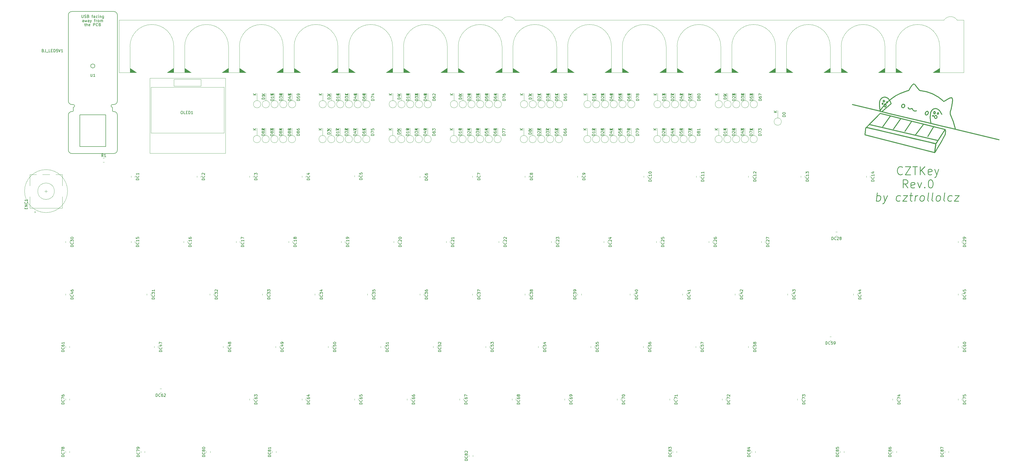
<source format=gbr>
G04 #@! TF.GenerationSoftware,KiCad,Pcbnew,(5.1.4)-1*
G04 #@! TF.CreationDate,2020-12-10T22:03:34+01:00*
G04 #@! TF.ProjectId,CZTKeyRev0,435a544b-6579-4526-9576-302e6b696361,rev?*
G04 #@! TF.SameCoordinates,Original*
G04 #@! TF.FileFunction,Legend,Top*
G04 #@! TF.FilePolarity,Positive*
%FSLAX46Y46*%
G04 Gerber Fmt 4.6, Leading zero omitted, Abs format (unit mm)*
G04 Created by KiCad (PCBNEW (5.1.4)-1) date 2020-12-10 22:03:34*
%MOMM*%
%LPD*%
G04 APERTURE LIST*
%ADD10C,0.120000*%
%ADD11C,0.100000*%
%ADD12C,0.375000*%
%ADD13C,0.250000*%
%ADD14C,0.150000*%
G04 APERTURE END LIST*
D10*
X327818751Y-19050001D02*
G75*
G02X332581249Y-19050001I2381249J-1587499D01*
G01*
X167481251Y-19050001D02*
G75*
G02X172243749Y-19050001I2381249J-1587499D01*
G01*
X172243750Y-19049999D02*
X327818750Y-19050000D01*
X334962500Y-19050000D02*
X332581250Y-19050000D01*
X334962500Y-38100000D02*
X334962500Y-19050000D01*
D11*
G36*
X34925000Y-38100000D02*
G01*
X32543750Y-38100000D01*
X32543750Y-36512500D01*
X34925000Y-38100000D01*
G37*
X34925000Y-38100000D02*
X32543750Y-38100000D01*
X32543750Y-36512500D01*
X34925000Y-38100000D01*
G36*
X48418750Y-38100000D02*
G01*
X46037500Y-38100000D01*
X48418750Y-36512500D01*
X48418750Y-38100000D01*
G37*
X48418750Y-38100000D02*
X46037500Y-38100000D01*
X48418750Y-36512500D01*
X48418750Y-38100000D01*
G36*
X54768750Y-38100000D02*
G01*
X52387500Y-38100000D01*
X52387500Y-36512500D01*
X54768750Y-38100000D01*
G37*
X54768750Y-38100000D02*
X52387500Y-38100000D01*
X52387500Y-36512500D01*
X54768750Y-38100000D01*
G36*
X68262500Y-38100000D02*
G01*
X65881250Y-38100000D01*
X68262500Y-36512500D01*
X68262500Y-38100000D01*
G37*
X68262500Y-38100000D02*
X65881250Y-38100000D01*
X68262500Y-36512500D01*
X68262500Y-38100000D01*
G36*
X74612500Y-38100000D02*
G01*
X72231250Y-38100000D01*
X72231250Y-36512500D01*
X74612500Y-38100000D01*
G37*
X74612500Y-38100000D02*
X72231250Y-38100000D01*
X72231250Y-36512500D01*
X74612500Y-38100000D01*
G36*
X88106250Y-38100000D02*
G01*
X85725000Y-38100000D01*
X88106250Y-36512500D01*
X88106250Y-38100000D01*
G37*
X88106250Y-38100000D02*
X85725000Y-38100000D01*
X88106250Y-36512500D01*
X88106250Y-38100000D01*
G36*
X94456250Y-38100000D02*
G01*
X92075000Y-38100000D01*
X92075000Y-36512500D01*
X94456250Y-38100000D01*
G37*
X94456250Y-38100000D02*
X92075000Y-38100000D01*
X92075000Y-36512500D01*
X94456250Y-38100000D01*
G36*
X107950000Y-38100000D02*
G01*
X105568750Y-38100000D01*
X107950000Y-36512500D01*
X107950000Y-38100000D01*
G37*
X107950000Y-38100000D02*
X105568750Y-38100000D01*
X107950000Y-36512500D01*
X107950000Y-38100000D01*
G36*
X114300000Y-38100000D02*
G01*
X111918750Y-38100000D01*
X111918750Y-36512500D01*
X114300000Y-38100000D01*
G37*
X114300000Y-38100000D02*
X111918750Y-38100000D01*
X111918750Y-36512500D01*
X114300000Y-38100000D01*
G36*
X127793750Y-38100000D02*
G01*
X125412500Y-38100000D01*
X127793750Y-36512500D01*
X127793750Y-38100000D01*
G37*
X127793750Y-38100000D02*
X125412500Y-38100000D01*
X127793750Y-36512500D01*
X127793750Y-38100000D01*
G36*
X134143750Y-38100000D02*
G01*
X131762500Y-38100000D01*
X131762500Y-36512500D01*
X134143750Y-38100000D01*
G37*
X134143750Y-38100000D02*
X131762500Y-38100000D01*
X131762500Y-36512500D01*
X134143750Y-38100000D01*
G36*
X147637500Y-38100000D02*
G01*
X145256250Y-38100000D01*
X147637500Y-36512500D01*
X147637500Y-38100000D01*
G37*
X147637500Y-38100000D02*
X145256250Y-38100000D01*
X147637500Y-36512500D01*
X147637500Y-38100000D01*
G36*
X153987500Y-38100000D02*
G01*
X151606250Y-38100000D01*
X151606250Y-36512500D01*
X153987500Y-38100000D01*
G37*
X153987500Y-38100000D02*
X151606250Y-38100000D01*
X151606250Y-36512500D01*
X153987500Y-38100000D01*
G36*
X167481250Y-38100000D02*
G01*
X165100000Y-38100000D01*
X167481250Y-36512500D01*
X167481250Y-38100000D01*
G37*
X167481250Y-38100000D02*
X165100000Y-38100000D01*
X167481250Y-36512500D01*
X167481250Y-38100000D01*
G36*
X173831250Y-38100000D02*
G01*
X171450000Y-38100000D01*
X171450000Y-36512500D01*
X173831250Y-38100000D01*
G37*
X173831250Y-38100000D02*
X171450000Y-38100000D01*
X171450000Y-36512500D01*
X173831250Y-38100000D01*
G36*
X187325000Y-38100000D02*
G01*
X184943750Y-38100000D01*
X187325000Y-36512500D01*
X187325000Y-38100000D01*
G37*
X187325000Y-38100000D02*
X184943750Y-38100000D01*
X187325000Y-36512500D01*
X187325000Y-38100000D01*
G36*
X193675000Y-38100000D02*
G01*
X191293750Y-38100000D01*
X191293750Y-36512500D01*
X193675000Y-38100000D01*
G37*
X193675000Y-38100000D02*
X191293750Y-38100000D01*
X191293750Y-36512500D01*
X193675000Y-38100000D01*
G36*
X207168750Y-38100000D02*
G01*
X204787500Y-38100000D01*
X207168750Y-36512500D01*
X207168750Y-38100000D01*
G37*
X207168750Y-38100000D02*
X204787500Y-38100000D01*
X207168750Y-36512500D01*
X207168750Y-38100000D01*
G36*
X213518750Y-38100000D02*
G01*
X211137500Y-38100000D01*
X211137500Y-36512500D01*
X213518750Y-38100000D01*
G37*
X213518750Y-38100000D02*
X211137500Y-38100000D01*
X211137500Y-36512500D01*
X213518750Y-38100000D01*
G36*
X227012500Y-38100000D02*
G01*
X224631250Y-38100000D01*
X227012500Y-36512500D01*
X227012500Y-38100000D01*
G37*
X227012500Y-38100000D02*
X224631250Y-38100000D01*
X227012500Y-36512500D01*
X227012500Y-38100000D01*
G36*
X233362500Y-38100000D02*
G01*
X230981250Y-38100000D01*
X230981250Y-36512500D01*
X233362500Y-38100000D01*
G37*
X233362500Y-38100000D02*
X230981250Y-38100000D01*
X230981250Y-36512500D01*
X233362500Y-38100000D01*
G36*
X246856250Y-38100000D02*
G01*
X244475000Y-38100000D01*
X246856250Y-36512500D01*
X246856250Y-38100000D01*
G37*
X246856250Y-38100000D02*
X244475000Y-38100000D01*
X246856250Y-36512500D01*
X246856250Y-38100000D01*
G36*
X253206250Y-38100000D02*
G01*
X250825000Y-38100000D01*
X250825000Y-36512500D01*
X253206250Y-38100000D01*
G37*
X253206250Y-38100000D02*
X250825000Y-38100000D01*
X250825000Y-36512500D01*
X253206250Y-38100000D01*
G36*
X266700000Y-38100000D02*
G01*
X264318750Y-38100000D01*
X266700000Y-36512500D01*
X266700000Y-38100000D01*
G37*
X266700000Y-38100000D02*
X264318750Y-38100000D01*
X266700000Y-36512500D01*
X266700000Y-38100000D01*
G36*
X273050000Y-38100000D02*
G01*
X270668750Y-38100000D01*
X270668750Y-36512500D01*
X273050000Y-38100000D01*
G37*
X273050000Y-38100000D02*
X270668750Y-38100000D01*
X270668750Y-36512500D01*
X273050000Y-38100000D01*
G36*
X286543750Y-38100000D02*
G01*
X284162500Y-38100000D01*
X286543750Y-36512500D01*
X286543750Y-38100000D01*
G37*
X286543750Y-38100000D02*
X284162500Y-38100000D01*
X286543750Y-36512500D01*
X286543750Y-38100000D01*
G36*
X292893750Y-38100000D02*
G01*
X290512500Y-38100000D01*
X290512500Y-36512500D01*
X292893750Y-38100000D01*
G37*
X292893750Y-38100000D02*
X290512500Y-38100000D01*
X290512500Y-36512500D01*
X292893750Y-38100000D01*
G36*
X306387500Y-38100000D02*
G01*
X304006250Y-38100000D01*
X306387500Y-36512500D01*
X306387500Y-38100000D01*
G37*
X306387500Y-38100000D02*
X304006250Y-38100000D01*
X306387500Y-36512500D01*
X306387500Y-38100000D01*
G36*
X312737500Y-38100000D02*
G01*
X310356250Y-38100000D01*
X310356250Y-36512500D01*
X312737500Y-38100000D01*
G37*
X312737500Y-38100000D02*
X310356250Y-38100000D01*
X310356250Y-36512500D01*
X312737500Y-38100000D01*
G36*
X326231250Y-38100000D02*
G01*
X323850000Y-38100000D01*
X326231250Y-36512500D01*
X326231250Y-38100000D01*
G37*
X326231250Y-38100000D02*
X323850000Y-38100000D01*
X326231250Y-36512500D01*
X326231250Y-38100000D01*
D10*
X46037500Y-38100000D02*
X48418750Y-36512500D01*
X48418750Y-38100000D02*
X46037500Y-38100000D01*
X34925000Y-38100000D02*
X32543750Y-36512500D01*
X32543750Y-38100000D02*
X34925000Y-38100000D01*
X54768750Y-38100000D02*
X52387500Y-36512500D01*
X52387500Y-38100000D02*
X54768750Y-38100000D01*
X65881250Y-38100000D02*
X68262500Y-36512500D01*
X68262500Y-38100000D02*
X65881250Y-38100000D01*
X74612500Y-38100000D02*
X72231250Y-36512500D01*
X72231250Y-38100000D02*
X74612500Y-38100000D01*
X326231250Y-38100000D02*
X323850000Y-38100000D01*
X310356250Y-38100000D02*
X312737500Y-38100000D01*
X323850000Y-38100000D02*
X326231250Y-36512500D01*
X312737500Y-38100000D02*
X310356250Y-36512500D01*
X310356250Y-28575000D02*
G75*
G02X326231250Y-28575000I7937500J0D01*
G01*
X326231250Y-38100000D02*
X326231250Y-31750000D01*
X334962500Y-38100000D02*
X326231250Y-38100000D01*
X326231250Y-31750000D02*
X326231250Y-28575000D01*
X310356250Y-28575000D02*
X310356250Y-38100000D01*
X306387500Y-38100000D02*
X304006250Y-38100000D01*
X290512500Y-38100000D02*
X292893750Y-38100000D01*
X304006250Y-38100000D02*
X306387500Y-36512500D01*
X292893750Y-38100000D02*
X290512500Y-36512500D01*
X290512500Y-28575000D02*
G75*
G02X306387500Y-28575000I7937500J0D01*
G01*
X306387500Y-38100000D02*
X306387500Y-31750000D01*
X310356250Y-38100000D02*
X306387500Y-38100000D01*
X306387500Y-31750000D02*
X306387500Y-28575000D01*
X290512500Y-28575000D02*
X290512500Y-38100000D01*
X284162500Y-38100000D02*
X286543750Y-36512500D01*
X286543750Y-38100000D02*
X284162500Y-38100000D01*
X273050000Y-38100000D02*
X270668750Y-36512500D01*
X270668750Y-38100000D02*
X273050000Y-38100000D01*
X264318750Y-38100000D02*
X266700000Y-36512500D01*
X266700000Y-38100000D02*
X264318750Y-38100000D01*
X253206250Y-38100000D02*
X250825000Y-36512500D01*
X250825000Y-38100000D02*
X253206250Y-38100000D01*
X244475000Y-38100000D02*
X246856250Y-36512500D01*
X246856250Y-38100000D02*
X244475000Y-38100000D01*
X233362500Y-38100000D02*
X230981250Y-36512500D01*
X230981250Y-38100000D02*
X233362500Y-38100000D01*
X224631250Y-38100000D02*
X227012500Y-36512500D01*
X227012500Y-38100000D02*
X224631250Y-38100000D01*
X213518750Y-38100000D02*
X211137500Y-36512500D01*
X211137500Y-38100000D02*
X213518750Y-38100000D01*
X204787500Y-38100000D02*
X207168750Y-36512500D01*
X207168750Y-38100000D02*
X204787500Y-38100000D01*
X193675000Y-38100000D02*
X191293750Y-36512500D01*
X191293750Y-38100000D02*
X193675000Y-38100000D01*
X184943750Y-38100000D02*
X187325000Y-36512500D01*
X187325000Y-38100000D02*
X184943750Y-38100000D01*
X173831250Y-38100000D02*
X171450000Y-36512500D01*
X171450000Y-38100000D02*
X173831250Y-38100000D01*
X165100000Y-38100000D02*
X167481250Y-36512500D01*
X167481250Y-38100000D02*
X165100000Y-38100000D01*
X153987500Y-38100000D02*
X151606250Y-36512500D01*
X151606250Y-38100000D02*
X153987500Y-38100000D01*
X145256250Y-38100000D02*
X147637500Y-36512500D01*
X147637500Y-38100000D02*
X145256250Y-38100000D01*
X134143750Y-38100000D02*
X131762500Y-36512500D01*
X131762500Y-38100000D02*
X134143750Y-38100000D01*
X125412500Y-38100000D02*
X127793750Y-36512500D01*
X127793750Y-38100000D02*
X125412500Y-38100000D01*
X114300000Y-38100000D02*
X111918750Y-36512500D01*
X111918750Y-38100000D02*
X114300000Y-38100000D01*
X105568750Y-38100000D02*
X107950000Y-36512500D01*
X107950000Y-38100000D02*
X105568750Y-38100000D01*
X94456250Y-38100000D02*
X92075000Y-36512500D01*
X92075000Y-38100000D02*
X94456250Y-38100000D01*
X85725000Y-38100000D02*
X88106250Y-36512500D01*
X88106250Y-38100000D02*
X85725000Y-38100000D01*
X28575000Y-38100000D02*
X32543750Y-38100000D01*
X32543750Y-28575000D02*
G75*
G02X48418750Y-28575000I7937500J0D01*
G01*
X48418750Y-38100000D02*
X48418750Y-28575000D01*
X32543750Y-28575000D02*
X32543750Y-38100000D01*
X52387500Y-38100000D02*
X48418750Y-38100000D01*
X52387500Y-28575000D02*
G75*
G02X68262500Y-28575000I7937500J0D01*
G01*
X68262500Y-38100000D02*
X68262500Y-28575000D01*
X52387500Y-28575000D02*
X52387500Y-38100000D01*
X72231250Y-38100000D02*
X68262500Y-38100000D01*
X72231250Y-28575000D02*
G75*
G02X88106250Y-28575000I7937500J0D01*
G01*
X88106250Y-38100000D02*
X88106250Y-28575000D01*
X72231250Y-28575000D02*
X72231250Y-38100000D01*
X92075000Y-38100000D02*
X88106250Y-38100000D01*
X92075000Y-28575000D02*
G75*
G02X107950000Y-28575000I7937500J0D01*
G01*
X107950000Y-38100000D02*
X107950000Y-28575000D01*
X92075000Y-28575000D02*
X92075000Y-38100000D01*
X111918750Y-38100000D02*
X107950000Y-38100000D01*
X111918750Y-28575000D02*
G75*
G02X127793750Y-28575000I7937500J0D01*
G01*
X127793750Y-38100000D02*
X127793750Y-28575000D01*
X111918750Y-28575000D02*
X111918750Y-38100000D01*
X131762500Y-38100000D02*
X127793750Y-38100000D01*
X131762500Y-28575000D02*
G75*
G02X147637500Y-28575000I7937500J0D01*
G01*
X147637500Y-38100000D02*
X147637500Y-28575000D01*
X131762500Y-28575000D02*
X131762500Y-38100000D01*
X151606250Y-38100000D02*
X147637500Y-38100000D01*
X151606250Y-28575000D02*
G75*
G02X167481250Y-28575000I7937500J0D01*
G01*
X167481250Y-38100000D02*
X167481250Y-28575000D01*
X151606250Y-28575000D02*
X151606250Y-38100000D01*
X171450000Y-38100000D02*
X167481250Y-38100000D01*
X171450000Y-28575000D02*
G75*
G02X187325000Y-28575000I7937500J0D01*
G01*
X187325000Y-38100000D02*
X187325000Y-28575000D01*
X171450000Y-28575000D02*
X171450000Y-38100000D01*
X191293750Y-38100000D02*
X187325000Y-38100000D01*
X191293750Y-28575000D02*
G75*
G02X207168750Y-28575000I7937500J0D01*
G01*
X207168750Y-38100000D02*
X207168750Y-28575000D01*
X191293750Y-28575000D02*
X191293750Y-38100000D01*
X211137500Y-38100000D02*
X207168750Y-38100000D01*
X211137500Y-28575000D02*
G75*
G02X227012500Y-28575000I7937500J0D01*
G01*
X227012500Y-38100000D02*
X227012500Y-28575000D01*
X211137500Y-28575000D02*
X211137500Y-38100000D01*
X230981250Y-38100000D02*
X227012500Y-38100000D01*
X230981250Y-28575000D02*
G75*
G02X246856250Y-28575000I7937500J0D01*
G01*
X246856250Y-38100000D02*
X246856250Y-28575000D01*
X230981250Y-28575000D02*
X230981250Y-38100000D01*
X250825000Y-38100000D02*
X246856250Y-38100000D01*
X250825000Y-28575000D02*
X250825000Y-38100000D01*
X250825000Y-28575000D02*
G75*
G02X266700000Y-28575000I7937500J0D01*
G01*
X266700000Y-38100000D02*
X266700000Y-28575000D01*
X270668750Y-38100000D02*
X266700000Y-38100000D01*
X270668750Y-28575000D02*
X270668750Y-38100000D01*
X270668750Y-28575000D02*
G75*
G02X286543750Y-28575000I7937500J0D01*
G01*
X286543750Y-31750000D02*
X286543750Y-28575000D01*
X286543750Y-38100000D02*
X286543750Y-31750000D01*
X290512500Y-38100000D02*
X286543750Y-38100000D01*
X28575000Y-19050000D02*
X167481250Y-19050000D01*
X28575000Y-19050000D02*
X28575000Y-38100000D01*
D12*
X294640000Y-49657000D02*
X304524400Y-52070674D01*
X305061850Y-47458324D02*
X304744075Y-47877949D01*
X305867575Y-47060449D02*
X305480200Y-47180824D01*
X325129075Y-53791774D02*
X325229575Y-53965549D01*
X324843400Y-54725674D02*
X324797800Y-54725674D01*
X304475950Y-50973275D02*
X304604875Y-51821149D01*
X308623525Y-49309399D02*
X308525425Y-49027849D01*
X324980125Y-54682549D02*
X324843400Y-54725674D01*
X306197200Y-47015224D02*
X305999350Y-47045749D01*
X308525425Y-49027849D02*
X308128750Y-48218899D01*
X306816850Y-47086924D02*
X306197200Y-47015224D01*
X305999350Y-47045749D02*
X305867575Y-47060449D01*
X304409275Y-49141774D02*
X304392100Y-49986500D01*
X324329050Y-54178774D02*
X324329050Y-54125449D01*
X307526425Y-47477899D02*
X306816850Y-47086924D01*
X305266150Y-52285399D02*
X308623525Y-49309399D01*
X304659850Y-52101874D02*
X305266150Y-52285399D01*
X304604875Y-51821149D02*
X304659850Y-52101874D01*
X324365725Y-54391549D02*
X324329050Y-54231649D01*
X324329050Y-54231649D02*
X324329050Y-54178774D01*
X305061850Y-47458324D02*
X304744075Y-47877949D01*
X324843400Y-53631874D02*
X324980125Y-53674624D01*
X304526425Y-48438949D02*
X304409275Y-49141774D01*
X305867575Y-47060449D02*
X305480200Y-47180824D01*
X307526425Y-47477899D02*
X306816850Y-47086924D01*
X324751825Y-53631874D02*
X324797800Y-53631874D01*
X324797800Y-54725674D02*
X324751825Y-54725674D01*
X324615100Y-54682549D02*
X324466150Y-54565324D01*
X324980125Y-53674624D02*
X325129075Y-53791774D01*
X325129075Y-54565324D02*
X324980125Y-54682549D01*
X306816850Y-47086924D02*
X306197200Y-47015224D01*
X308128750Y-48218899D02*
X307526425Y-47477899D01*
X308525425Y-49027849D02*
X308128750Y-48218899D01*
X324751825Y-54725674D02*
X324615100Y-54682549D01*
X325229575Y-53965549D02*
X325266550Y-54125449D01*
X324615100Y-53674624D02*
X324751825Y-53631874D01*
X304526425Y-48438949D02*
X304409275Y-49141774D01*
X304744075Y-47877949D02*
X304526425Y-48438949D01*
X305480200Y-47180824D02*
X305061850Y-47458324D01*
X324466150Y-53791774D02*
X324615100Y-53674624D01*
X306197200Y-47015224D02*
X305999350Y-47045749D01*
X324329050Y-54125449D02*
X324365725Y-53965549D01*
X324797800Y-53631874D02*
X324843400Y-53631874D01*
X305999350Y-47045749D02*
X305867575Y-47060449D01*
X308128750Y-48218899D02*
X307526425Y-47477899D01*
X305480200Y-47180824D02*
X305061850Y-47458324D01*
X308623525Y-49309399D02*
X308525425Y-49027849D01*
X325266550Y-54178774D02*
X325266550Y-54178774D01*
X304392100Y-49986500D02*
X304475950Y-50973275D01*
X304744075Y-47877949D02*
X304526425Y-48438949D01*
X324466150Y-54565324D02*
X324365725Y-54391549D01*
X325266550Y-54125449D02*
X325266550Y-54178774D01*
X324365725Y-53965549D02*
X324466150Y-53791774D01*
X325377250Y-52927099D02*
X325381675Y-52883974D01*
X324094675Y-52613449D02*
X324115825Y-52488124D01*
X324641575Y-52696774D02*
X324619975Y-52822174D01*
X324641575Y-52655299D02*
X324641575Y-52696774D01*
X325468450Y-52714324D02*
X325610800Y-52636999D01*
X324619975Y-52822174D02*
X324561325Y-52958899D01*
X324115825Y-52488124D02*
X324174475Y-52351399D01*
X323704075Y-53788174D02*
X323704075Y-53760424D01*
X324394600Y-52225624D02*
X324474325Y-52259374D01*
X325229575Y-54391549D02*
X325129075Y-54565324D01*
X325266550Y-54231649D02*
X325229575Y-54391549D01*
X325266550Y-54178774D02*
X325266550Y-54231649D01*
X324016525Y-53760424D02*
X324016525Y-53788174D01*
X323887600Y-53631874D02*
X323970625Y-53677399D01*
X323704075Y-53815399D02*
X323704075Y-53788174D01*
X323749675Y-53898424D02*
X323704075Y-53815399D01*
X325798000Y-52748899D02*
X325848025Y-52932799D01*
X325372825Y-52969924D02*
X325377250Y-52927099D01*
X325843525Y-52975924D02*
X325839025Y-53018674D01*
X324619975Y-52488124D02*
X324641575Y-52613449D01*
X324641575Y-52655299D02*
X324641575Y-52655299D01*
X323832625Y-53944399D02*
X323749675Y-53898424D01*
X324174475Y-52351399D02*
X324261550Y-52259374D01*
X324561325Y-52958899D02*
X324474325Y-53050849D01*
X323970625Y-53677399D02*
X324016525Y-53760424D01*
X323860300Y-53631874D02*
X323887600Y-53631874D01*
X323860300Y-53944399D02*
X323832625Y-53944399D01*
X324341275Y-52225624D02*
X324368125Y-52225624D01*
X324261550Y-52259374D02*
X324341275Y-52225624D01*
X323887600Y-53944399D02*
X323860300Y-53944399D01*
X323970625Y-53898424D02*
X323887600Y-53944399D01*
X326883250Y-52957174D02*
X326994250Y-53223349D01*
X324016525Y-53815399D02*
X323970625Y-53898424D01*
X324016525Y-53788174D02*
X324016525Y-53815399D01*
X325843525Y-52975924D02*
X325843525Y-52975924D01*
X325848025Y-52932799D02*
X325843525Y-52975924D01*
X325675075Y-52643974D02*
X325798000Y-52748899D01*
X324115825Y-52822174D02*
X324094675Y-52696774D01*
X324641575Y-52613449D02*
X324641575Y-52655299D01*
X325577800Y-53262424D02*
X325545325Y-53258749D01*
X324474325Y-52259374D02*
X324561325Y-52351399D01*
X325609975Y-53265649D02*
X325577800Y-53262424D01*
X325751950Y-53188324D02*
X325609975Y-53265649D01*
X325642900Y-52640674D02*
X325675075Y-52643974D01*
X325610800Y-52636999D02*
X325642900Y-52640674D01*
X325422400Y-53153749D02*
X325372825Y-52969924D01*
X324261550Y-53050849D02*
X324174475Y-52958899D01*
X324394600Y-53085049D02*
X324368125Y-53085049D01*
X324474325Y-53050849D02*
X324394600Y-53085049D01*
X324174475Y-52958899D02*
X324115825Y-52822174D01*
X324094675Y-52696774D02*
X324094675Y-52655299D01*
X325839025Y-53018674D02*
X325751950Y-53188324D01*
X324368125Y-53085049D02*
X324341275Y-53085049D01*
X326461675Y-52196749D02*
X326883250Y-52957174D01*
X324561325Y-52351399D02*
X324619975Y-52488124D01*
X325545325Y-53258749D02*
X325422400Y-53153749D01*
X324094675Y-52655299D02*
X324094675Y-52613449D01*
X324341275Y-53085049D02*
X324261550Y-53050849D01*
X324368125Y-52225624D02*
X324394600Y-52225624D01*
X324016525Y-53788174D02*
X324016525Y-53788174D01*
X323832625Y-53631874D02*
X323860300Y-53631874D01*
X323749675Y-53677399D02*
X323832625Y-53631874D01*
X323704075Y-53760424D02*
X323749675Y-53677399D01*
X325381675Y-52883974D02*
X325468450Y-52714324D01*
X313539250Y-49912399D02*
X313570225Y-50147599D01*
X313491625Y-50456899D02*
X313380625Y-50616800D01*
X312504850Y-49990099D02*
X312528550Y-49931149D01*
X312449575Y-50240299D02*
X312481375Y-50048749D01*
X317331999Y-52039249D02*
X317719750Y-51980674D01*
X314857600Y-50805950D02*
X314858875Y-50895424D01*
X315209125Y-51330874D02*
X315637975Y-51306499D01*
X313302475Y-49611274D02*
X313431025Y-49718375D01*
X312766525Y-50796574D02*
X312717250Y-50776699D01*
X314858875Y-50895424D02*
X314949175Y-51164074D01*
X313380625Y-50616800D02*
X313195000Y-50764474D01*
X313431025Y-49718375D02*
X313539250Y-49912399D01*
X312480475Y-50475574D02*
X312449575Y-50240299D01*
X312815425Y-50816150D02*
X312766525Y-50796574D01*
X312824800Y-49623574D02*
X313037575Y-49559599D01*
X312717250Y-50776699D02*
X312589150Y-50669600D01*
X312639175Y-49771174D02*
X312824800Y-49623574D01*
X316235424Y-51090724D02*
X316295200Y-51229174D01*
X322884550Y-55364074D02*
X322811725Y-54303274D01*
X316295200Y-51229174D02*
X316537675Y-51618124D01*
X313515325Y-50398250D02*
X313515325Y-50398250D01*
X312824800Y-49623574D02*
X313037575Y-49559599D01*
X312639175Y-49771174D02*
X312824800Y-49623574D01*
X313538875Y-50339675D02*
X313515325Y-50398250D01*
X313253650Y-49591774D02*
X313302475Y-49611274D01*
X325864675Y-51516349D02*
X326461675Y-52196749D01*
X313515325Y-50398250D02*
X313491625Y-50456899D01*
X325203850Y-51181549D02*
X325864675Y-51516349D01*
X324650950Y-51150650D02*
X325203850Y-51181549D01*
X324479125Y-51192499D02*
X324650950Y-51150650D01*
X324344875Y-51204724D02*
X324479125Y-51192499D01*
X323950600Y-51323524D02*
X324344875Y-51204724D01*
X323194600Y-52051024D02*
X323522575Y-51610024D01*
X322966750Y-52646749D02*
X323194600Y-52051024D01*
X313431025Y-49718375D02*
X313539250Y-49912399D01*
X313515325Y-50398250D02*
X313515325Y-50398250D01*
X322811725Y-54303274D02*
X322839400Y-53397949D01*
X312528550Y-49931149D02*
X312639175Y-49771174D01*
X312589150Y-50669600D02*
X312480475Y-50475574D01*
X323005825Y-56277199D02*
X322884550Y-55364074D01*
X317719750Y-51980674D02*
X317838924Y-51935149D01*
X313204375Y-49571824D02*
X313253650Y-49591774D01*
X316901050Y-51933874D02*
X317331999Y-52039249D01*
X314949175Y-51164074D02*
X315209125Y-51330874D01*
X316537675Y-51618124D02*
X316901050Y-51933874D01*
X313570225Y-50147599D02*
X313538875Y-50339675D01*
X313037575Y-49559599D02*
X313204375Y-49571824D01*
X313204375Y-49571824D02*
X313253650Y-49591774D01*
X313302475Y-49611274D02*
X313431025Y-49718375D01*
X313195000Y-50764474D02*
X312982150Y-50828374D01*
X316091350Y-51156275D02*
X316235424Y-51090724D01*
X313037575Y-49559599D02*
X313204375Y-49571824D01*
X313539250Y-49912399D02*
X313570225Y-50147599D01*
X313538875Y-50339675D02*
X313515325Y-50398250D01*
X313570225Y-50147599D02*
X313538875Y-50339675D01*
X312982150Y-50828374D02*
X312815425Y-50816150D01*
X313253650Y-49591774D02*
X313302475Y-49611274D01*
X312528550Y-49931149D02*
X312639175Y-49771174D01*
X312481375Y-50048749D02*
X312504850Y-49990099D01*
X312504850Y-49990099D02*
X312528550Y-49931149D01*
X315637975Y-51306499D02*
X316091350Y-51156275D01*
X323522575Y-51610024D02*
X323950600Y-51323524D01*
X322839400Y-53397949D02*
X322966750Y-52646749D01*
X323057875Y-56579524D02*
X323005825Y-56277199D01*
X321871750Y-52201699D02*
X321915700Y-52223974D01*
X312766525Y-50796574D02*
X312717250Y-50776699D01*
X321669550Y-52160524D02*
X321827350Y-52178899D01*
X321975925Y-53120449D02*
X321847000Y-53285224D01*
X321188950Y-53431699D02*
X321081100Y-53314924D01*
X312815425Y-50816150D02*
X312766525Y-50796574D01*
X322038250Y-52998799D02*
X322007275Y-53059774D01*
X321233350Y-53454499D02*
X321188950Y-53431699D01*
X321456775Y-52221124D02*
X321669550Y-52160524D01*
X321128725Y-52535299D02*
X321257800Y-52370524D01*
X312982150Y-50828374D02*
X312815425Y-50816150D01*
X322038250Y-52998799D02*
X322007275Y-53059774D01*
X321975925Y-53120449D02*
X321847000Y-53285224D01*
X322007275Y-53059774D02*
X322007275Y-53059774D01*
X313515325Y-50398250D02*
X313491625Y-50456899D01*
X313195000Y-50764474D02*
X312982150Y-50828374D01*
X321915700Y-52223974D02*
X322023550Y-52340749D01*
X321005125Y-53107024D02*
X321009175Y-52857949D01*
X322095625Y-52797724D02*
X322038250Y-52998799D01*
X315148525Y-44361499D02*
X315008500Y-44623849D01*
X321871750Y-52201699D02*
X321915700Y-52223974D01*
X321277300Y-53476924D02*
X321233350Y-53454499D01*
X322007275Y-53059774D02*
X322007275Y-53059774D01*
X322023550Y-52340749D02*
X322099675Y-52548799D01*
X321847000Y-53285224D02*
X321648400Y-53434474D01*
X321128725Y-52535299D02*
X321257800Y-52370524D01*
X321067000Y-52657024D02*
X321097825Y-52596349D01*
X321648400Y-53434474D02*
X321435175Y-53495149D01*
X321067000Y-52657024D02*
X321097825Y-52596349D01*
X321435175Y-53495149D02*
X321277300Y-53476924D01*
X322095625Y-52797724D02*
X322038250Y-52998799D01*
X321081100Y-53314924D02*
X321005125Y-53107024D01*
X321009175Y-52857949D02*
X321067000Y-52657024D01*
X321847000Y-53285224D02*
X321648400Y-53434474D01*
X321277300Y-53476924D02*
X321233350Y-53454499D01*
X321435175Y-53495149D02*
X321277300Y-53476924D01*
X313380625Y-50616800D02*
X313195000Y-50764474D01*
X321827350Y-52178899D02*
X321871750Y-52201699D01*
X321188950Y-53431699D02*
X321081100Y-53314924D01*
X321005125Y-53107024D02*
X321009175Y-52857949D01*
X321669550Y-52160524D02*
X321827350Y-52178899D01*
X322099675Y-52548799D02*
X322095625Y-52797724D01*
X322023550Y-52340749D02*
X322099675Y-52548799D01*
X322007275Y-53059774D02*
X321975925Y-53120449D01*
X322007275Y-53059774D02*
X321975925Y-53120449D01*
X321097825Y-52596349D02*
X321128725Y-52535299D01*
X321257800Y-52370524D02*
X321456775Y-52221124D01*
X312481375Y-50048749D02*
X312504850Y-49990099D01*
X313491625Y-50456899D02*
X313380625Y-50616800D01*
X322099675Y-52548799D02*
X322095625Y-52797724D01*
X321257800Y-52370524D02*
X321456775Y-52221124D01*
X321081100Y-53314924D02*
X321005125Y-53107024D01*
X321233350Y-53454499D02*
X321188950Y-53431699D01*
X321648400Y-53434474D02*
X321435175Y-53495149D01*
X321827350Y-52178899D02*
X321871750Y-52201699D01*
X315008500Y-44623849D02*
X315008500Y-44623849D01*
X321097825Y-52596349D02*
X321128725Y-52535299D01*
X312449575Y-50240299D02*
X312481375Y-50048749D01*
X321009175Y-52857949D02*
X321067000Y-52657024D01*
X312480475Y-50475574D02*
X312449575Y-50240299D01*
X321915700Y-52223974D02*
X322023550Y-52340749D01*
X312589150Y-50669600D02*
X312480475Y-50475574D01*
X312717250Y-50776699D02*
X312589150Y-50669600D01*
X321456775Y-52221124D02*
X321669550Y-52160524D01*
X326516950Y-57379774D02*
X330576250Y-58344199D01*
X330043975Y-53032924D02*
X330054175Y-52672399D01*
X313692700Y-54322399D02*
X317398750Y-55208224D01*
X327268525Y-48132649D02*
X325772275Y-46996999D01*
X331845325Y-58193224D02*
X331205275Y-55870249D01*
X330386575Y-51271024D02*
X330503725Y-50831975D01*
X330054175Y-52672399D02*
X330084250Y-52327024D01*
X310386550Y-46483474D02*
X309033250Y-47356249D01*
X304912600Y-52200874D02*
X305986375Y-52464049D01*
X309033250Y-47356249D02*
X307773100Y-48355624D01*
X315596950Y-43590049D02*
X315148525Y-44361499D01*
X316888825Y-42261049D02*
X316841274Y-42261049D01*
X317031625Y-42292024D02*
X316888825Y-42261049D01*
X319599700Y-44675974D02*
X318991750Y-44623849D01*
X328858225Y-47875849D02*
X328003000Y-48382099D01*
X330914350Y-48106999D02*
X330844750Y-47538124D01*
X306606850Y-49481074D02*
X305534275Y-50733124D01*
X311833525Y-45737224D02*
X310386550Y-46483474D01*
X305986375Y-52464049D02*
X307986625Y-52950349D01*
X330636025Y-50219599D02*
X330695425Y-49912024D01*
X330844750Y-48983449D02*
X330914350Y-48106999D01*
X317194450Y-42388774D02*
X317031625Y-42292024D01*
X330084250Y-52327024D02*
X330133075Y-52065349D01*
X316098625Y-42851449D02*
X315596950Y-43590049D01*
X317353975Y-42556024D02*
X317194450Y-42388774D01*
X330200650Y-51836674D02*
X330285325Y-51588874D01*
X331929550Y-58665649D02*
X331845325Y-58193224D01*
X307773100Y-48355624D02*
X306606850Y-49481074D01*
X330133075Y-52065349D02*
X330200650Y-51836674D01*
X317536225Y-42798949D02*
X317353975Y-42556024D01*
X317765724Y-43122424D02*
X317536225Y-42798949D01*
X321407050Y-45030049D02*
X319599700Y-44675974D01*
X317398750Y-55208224D02*
X321673600Y-56227099D01*
X304555300Y-52111699D02*
X304912600Y-52200874D01*
X304784350Y-51756874D02*
X304555300Y-52111699D01*
X305534275Y-50733124D02*
X304784350Y-51756874D01*
X310555075Y-53569624D02*
X313692700Y-54322399D01*
X330581125Y-47187799D02*
X330314575Y-47210224D01*
X330695425Y-49912024D02*
X330844750Y-48983449D01*
X330636025Y-47227324D02*
X330581125Y-47187799D01*
X330503725Y-50831975D02*
X330605950Y-50373049D01*
X330707200Y-47278174D02*
X330636025Y-47227324D01*
X331205275Y-55870249D02*
X330273850Y-53599699D01*
X316513300Y-42408349D02*
X316098625Y-42851449D01*
X318068125Y-43530949D02*
X317765724Y-43122424D01*
X318468025Y-44029774D02*
X318068125Y-43530949D01*
X318857500Y-44478274D02*
X318468025Y-44029774D01*
X321673600Y-56227099D02*
X326516950Y-57379774D01*
X323667400Y-45821074D02*
X321407050Y-45030049D01*
X329722075Y-47426674D02*
X328858225Y-47875849D01*
X330273850Y-53599699D02*
X330043975Y-53153374D01*
X318991750Y-44623849D02*
X318857500Y-44478274D01*
X307986625Y-52950349D02*
X310555075Y-53569624D01*
X330844750Y-47538124D02*
X330707200Y-47278174D01*
X330605950Y-50373049D02*
X330636025Y-50219599D01*
X325772275Y-46996999D02*
X323667400Y-45821074D01*
X330314575Y-47210224D02*
X329722075Y-47426674D01*
X330043975Y-53153374D02*
X330043975Y-53032924D01*
X330285325Y-51588874D02*
X330386575Y-51271024D01*
X316759074Y-42261049D02*
X316513300Y-42408349D01*
X330576250Y-58344199D02*
X331929550Y-58665649D01*
X316841274Y-42261049D02*
X316759074Y-42261049D01*
X327723025Y-48558275D02*
X327268525Y-48132649D01*
X328003000Y-48382099D02*
X327723025Y-48558275D01*
X324880375Y-63857299D02*
X324884875Y-63847549D01*
X324573250Y-66976999D02*
X324519475Y-67064524D01*
X328268650Y-60469099D02*
X328247875Y-60570349D01*
X306101950Y-59492524D02*
X304139875Y-59031874D01*
X321921475Y-61300774D02*
X324055600Y-57733474D01*
X324475900Y-66710524D02*
X324531625Y-66200674D01*
X324613075Y-65591150D02*
X324703825Y-64966474D01*
X324884875Y-63847549D02*
X324889375Y-63837424D01*
X325461850Y-62733424D02*
X300852475Y-56952199D01*
X324889375Y-63837424D02*
X325027675Y-63626599D01*
X310406125Y-60511774D02*
X308412250Y-60038974D01*
X328070500Y-60955324D02*
X327887350Y-61298374D01*
X299777050Y-58077274D02*
X299587825Y-58042699D01*
X324519475Y-67064524D02*
X324500425Y-67092649D01*
X327119125Y-60468649D02*
X327658750Y-59660149D01*
X324884875Y-63847549D02*
X324884875Y-63847549D01*
X326415625Y-63876874D02*
X326077900Y-64452649D01*
X299558125Y-58067899D02*
X299558125Y-58067899D01*
X324713500Y-66747124D02*
X324573250Y-66976999D01*
X324703825Y-64966474D02*
X324789700Y-64411024D01*
X324531625Y-66200674D02*
X324613075Y-65591150D01*
X325914775Y-62283049D02*
X326513350Y-61379674D01*
X326513350Y-61379674D02*
X327119125Y-60468649D01*
X300344650Y-58179799D02*
X299777050Y-58077274D01*
X328342675Y-59450974D02*
X328306525Y-60092299D01*
X325027675Y-63626599D02*
X325395475Y-63068749D01*
X308412250Y-60038974D02*
X306101950Y-59492524D01*
X302526025Y-58658749D02*
X301260999Y-58374274D01*
X324500425Y-67092649D02*
X324460075Y-67036024D01*
X325438600Y-65535724D02*
X325155925Y-66010625D01*
X324500425Y-67092649D02*
X324500425Y-67092649D01*
X324910900Y-66420049D02*
X324713500Y-66747124D01*
X326077900Y-64452649D02*
X325749175Y-65010874D01*
X328252000Y-58789399D02*
X328332175Y-58924099D01*
X328306525Y-60092299D02*
X328268650Y-60469099D01*
X327380800Y-62205349D02*
X327076450Y-62737099D01*
X304139875Y-59031874D02*
X302526025Y-58658749D01*
X313374025Y-45117124D02*
X311833525Y-45737224D01*
X314595175Y-44729299D02*
X313374025Y-45117124D01*
X324855175Y-64009924D02*
X324880375Y-63857299D01*
X324789700Y-64411024D02*
X324855175Y-64009924D01*
X328247875Y-60570349D02*
X328240600Y-60605749D01*
X327076450Y-62737099D02*
X326751325Y-63299824D01*
X328252000Y-58789399D02*
X328252000Y-58789399D01*
X327654250Y-61720249D02*
X327380800Y-62205349D01*
X327887350Y-61298374D02*
X327654250Y-61720249D01*
X324460075Y-67036024D02*
X324475900Y-66710524D01*
X299587825Y-58042699D02*
X299558125Y-58067899D01*
X328210900Y-58840249D02*
X328252000Y-58789399D01*
X327658750Y-59660149D02*
X328060750Y-59063674D01*
X315008500Y-44623849D02*
X314595175Y-44729299D01*
X328332175Y-58924099D02*
X328342675Y-59450974D01*
X326751325Y-63299824D02*
X326415625Y-63876874D01*
X313625950Y-59413174D02*
X316008775Y-55858474D01*
X305580700Y-57751399D02*
X308398150Y-53845099D01*
X309485275Y-58553749D02*
X312024400Y-54920974D01*
X301260999Y-58374274D02*
X300344650Y-58179799D01*
X325749175Y-65010874D02*
X325438600Y-65535724D01*
X317571250Y-60624049D02*
X320227525Y-57030349D01*
X325155925Y-66010625D02*
X324910900Y-66420049D01*
X328194175Y-60707074D02*
X328070500Y-60955324D01*
X325395475Y-63068749D02*
X325914775Y-62283049D01*
X328240600Y-60605749D02*
X328194175Y-60707074D01*
X328060750Y-59063674D02*
X328210900Y-58840249D01*
X324849850Y-63925249D02*
X324244750Y-63782449D01*
X299322925Y-58843849D02*
X299228950Y-59646649D01*
X324412900Y-67162924D02*
X324849850Y-63925249D01*
X304665925Y-52908424D02*
X304665925Y-52908424D01*
X328197100Y-58760449D02*
X304665925Y-52908424D01*
X299432800Y-58317724D02*
X299322925Y-58843849D01*
X311071000Y-60669574D02*
X310406125Y-60511774D01*
X311326975Y-60730324D02*
X311071000Y-60669574D01*
X318188125Y-62353024D02*
X316366450Y-61922899D01*
X299228950Y-59646649D02*
X299165950Y-60456049D01*
X316366450Y-61922899D02*
X314743600Y-61539199D01*
X299150425Y-60726124D02*
X324412900Y-67162924D01*
X299513725Y-58104874D02*
X299432800Y-58317724D01*
X312096025Y-60912649D02*
X311326975Y-60730324D01*
X304665925Y-52908424D02*
X299636275Y-57959299D01*
X313319950Y-61202749D02*
X312096025Y-60912649D01*
X314743600Y-61539199D02*
X313319950Y-61202749D01*
X320209600Y-62830324D02*
X318188125Y-62353024D01*
X299558125Y-58067899D02*
X299513725Y-58104874D01*
X322430125Y-63354424D02*
X320209600Y-62830324D01*
X324942250Y-63927724D02*
X328197100Y-58760449D01*
X299636275Y-57959299D02*
X324942250Y-63927724D01*
X324244750Y-63782449D02*
X322430125Y-63354424D01*
X299165950Y-60456049D02*
X299150425Y-60726124D01*
X306477475Y-49413124D02*
X306511675Y-49413124D01*
X306829075Y-49999099D02*
X306829075Y-49999099D01*
X306340375Y-49459099D02*
X306442900Y-49413124D01*
X306725725Y-49584499D02*
X306801325Y-49770874D01*
X306228850Y-49584499D02*
X306340375Y-49459099D01*
X306153250Y-49770874D02*
X306228850Y-49584499D01*
X306125950Y-49941650D02*
X306153250Y-49770874D01*
X306153250Y-50226875D02*
X306125950Y-50056025D01*
X306125950Y-50056025D02*
X306125950Y-49999099D01*
X306125950Y-49999099D02*
X306125950Y-49941650D01*
X306614275Y-49459099D02*
X306725725Y-49584499D01*
X306829075Y-49941650D02*
X306829075Y-49999099D01*
X306340375Y-50538649D02*
X306228850Y-50413324D01*
X331912075Y-58669249D02*
X347805625Y-62499049D01*
X306801325Y-49770874D02*
X306829075Y-49941650D01*
X306228850Y-50413324D02*
X306153250Y-50226875D01*
X306511675Y-49413124D02*
X306614275Y-49459099D01*
X306442900Y-49413124D02*
X306477475Y-49413124D01*
X305400400Y-49514524D02*
X305376850Y-49396924D01*
X305519275Y-49596274D02*
X305498125Y-49592224D01*
X305688550Y-49430224D02*
X305683225Y-49456700D01*
X306829075Y-50056025D02*
X306801325Y-50226875D01*
X305386975Y-49343974D02*
X305452900Y-49243474D01*
X305960275Y-48709999D02*
X305815075Y-48629824D01*
X305669800Y-49285774D02*
X305693425Y-49403374D01*
X306442900Y-50584999D02*
X306340375Y-50538649D01*
X307339225Y-49003324D02*
X307218400Y-49058749D01*
X306282175Y-48388174D02*
X306282175Y-48436549D01*
X306477475Y-50584999D02*
X306442900Y-50584999D01*
X306511675Y-50584999D02*
X306477475Y-50584999D01*
X306614275Y-50538649D02*
X306511675Y-50584999D01*
X305735275Y-48436549D02*
X305735275Y-48388174D01*
X305815075Y-48629824D02*
X305735275Y-48484624D01*
X307406425Y-48836975D02*
X307406425Y-48870349D01*
X306282175Y-48436549D02*
X306282175Y-48484624D01*
X305960275Y-48163174D02*
X306008725Y-48163174D01*
X306949900Y-48870349D02*
X306949900Y-48836975D01*
X307137475Y-49058749D02*
X307016650Y-49003324D01*
X306949900Y-48903274D02*
X306949900Y-48870349D01*
X306008725Y-48163174D02*
X306056725Y-48163174D01*
X305693425Y-49403374D02*
X305688550Y-49430224D01*
X306725725Y-50413324D02*
X306614275Y-50538649D01*
X306801325Y-50226875D02*
X306725725Y-50413324D01*
X307339225Y-48736924D02*
X307406425Y-48836975D01*
X305382100Y-49370449D02*
X305386975Y-49343974D01*
X307406425Y-48870349D02*
X307406425Y-48903274D01*
X305688550Y-49430224D02*
X305688550Y-49430224D01*
X307218400Y-48681874D02*
X307339225Y-48736924D01*
X307178200Y-48681874D02*
X307218400Y-48681874D01*
X307137475Y-48681874D02*
X307178200Y-48681874D01*
X307016650Y-48736924D02*
X307137475Y-48681874D01*
X306949900Y-48836975D02*
X307016650Y-48736924D01*
X305498125Y-49592224D02*
X305476975Y-49587724D01*
X306008725Y-48709999D02*
X305960275Y-48709999D01*
X305617300Y-49556749D02*
X305519275Y-49596274D01*
X307016650Y-49003324D02*
X306949900Y-48903274D01*
X307218400Y-49058749D02*
X307178200Y-49058749D01*
X305452900Y-49243474D02*
X305551375Y-49204400D01*
X304409275Y-49141774D02*
X304392100Y-49986500D01*
X305476975Y-49587724D02*
X305400400Y-49514524D01*
X306282175Y-48436549D02*
X306282175Y-48436549D01*
X305735275Y-48484624D02*
X305735275Y-48436549D01*
X306202000Y-48242899D02*
X306282175Y-48388174D01*
X306056725Y-48163174D02*
X306202000Y-48242899D01*
X304392100Y-49986500D02*
X304475950Y-50973275D01*
X304475950Y-50973275D02*
X304604875Y-51821149D01*
X307178200Y-49058749D02*
X307137475Y-49058749D01*
X304659850Y-52101874D02*
X305266150Y-52285399D01*
X305551375Y-49204400D02*
X305572600Y-49208450D01*
X305683225Y-49456700D02*
X305617300Y-49556749D01*
X306282175Y-48484624D02*
X306202000Y-48629824D01*
X307406425Y-48903274D02*
X307339225Y-49003324D01*
X305572600Y-49208450D02*
X305593750Y-49212500D01*
X306202000Y-48629824D02*
X306056725Y-48709999D01*
X304604875Y-51821149D02*
X304659850Y-52101874D01*
X306056725Y-48709999D02*
X306008725Y-48709999D01*
X305376850Y-49396924D02*
X305382100Y-49370449D01*
X305815075Y-48242899D02*
X305960275Y-48163174D01*
X305735275Y-48388174D02*
X305815075Y-48242899D01*
X306829075Y-49999099D02*
X306829075Y-50056025D01*
X307406425Y-48870349D02*
X307406425Y-48870349D01*
X305593750Y-49212500D02*
X305669800Y-49285774D01*
D13*
X314650892Y-79938392D02*
X313650892Y-78509821D01*
X312936607Y-79938392D02*
X312936607Y-76938392D01*
X314079464Y-76938392D01*
X314365178Y-77081250D01*
X314508035Y-77224107D01*
X314650892Y-77509821D01*
X314650892Y-77938392D01*
X314508035Y-78224107D01*
X314365178Y-78366964D01*
X314079464Y-78509821D01*
X312936607Y-78509821D01*
X317079464Y-79795535D02*
X316793750Y-79938392D01*
X316222321Y-79938392D01*
X315936607Y-79795535D01*
X315793750Y-79509821D01*
X315793750Y-78366964D01*
X315936607Y-78081250D01*
X316222321Y-77938392D01*
X316793750Y-77938392D01*
X317079464Y-78081250D01*
X317222321Y-78366964D01*
X317222321Y-78652678D01*
X315793750Y-78938392D01*
X318222321Y-77938392D02*
X318936607Y-79938392D01*
X319650892Y-77938392D01*
X320793750Y-79652678D02*
X320936607Y-79795535D01*
X320793750Y-79938392D01*
X320650892Y-79795535D01*
X320793750Y-79652678D01*
X320793750Y-79938392D01*
X322793750Y-76938392D02*
X323079464Y-76938392D01*
X323365178Y-77081250D01*
X323508035Y-77224107D01*
X323650892Y-77509821D01*
X323793750Y-78081250D01*
X323793750Y-78795535D01*
X323650892Y-79366964D01*
X323508035Y-79652678D01*
X323365178Y-79795535D01*
X323079464Y-79938392D01*
X322793750Y-79938392D01*
X322508035Y-79795535D01*
X322365178Y-79652678D01*
X322222321Y-79366964D01*
X322079464Y-78795535D01*
X322079464Y-78081250D01*
X322222321Y-77509821D01*
X322365178Y-77224107D01*
X322508035Y-77081250D01*
X322793750Y-76938392D01*
X303224330Y-84700892D02*
X303599330Y-81700892D01*
X303456473Y-82843750D02*
X303760044Y-82700892D01*
X304331473Y-82700892D01*
X304599330Y-82843750D01*
X304724330Y-82986607D01*
X304831473Y-83272321D01*
X304724330Y-84129464D01*
X304545758Y-84415178D01*
X304385044Y-84558035D01*
X304081473Y-84700892D01*
X303510044Y-84700892D01*
X303242187Y-84558035D01*
X305902901Y-82700892D02*
X306367187Y-84700892D01*
X307331473Y-82700892D02*
X306367187Y-84700892D01*
X305992187Y-85415178D01*
X305831473Y-85558035D01*
X305527901Y-85700892D01*
X311813616Y-84558035D02*
X311510044Y-84700892D01*
X310938616Y-84700892D01*
X310670758Y-84558035D01*
X310545758Y-84415178D01*
X310438616Y-84129464D01*
X310545758Y-83272321D01*
X310724330Y-82986607D01*
X310885044Y-82843750D01*
X311188616Y-82700892D01*
X311760044Y-82700892D01*
X312027901Y-82843750D01*
X313045758Y-82700892D02*
X314617187Y-82700892D01*
X312795758Y-84700892D01*
X314367187Y-84700892D01*
X315331473Y-82700892D02*
X316474330Y-82700892D01*
X315885044Y-81700892D02*
X315563616Y-84272321D01*
X315670758Y-84558035D01*
X315938616Y-84700892D01*
X316224330Y-84700892D01*
X317224330Y-84700892D02*
X317474330Y-82700892D01*
X317402901Y-83272321D02*
X317581473Y-82986607D01*
X317742187Y-82843750D01*
X318045758Y-82700892D01*
X318331473Y-82700892D01*
X319510044Y-84700892D02*
X319242187Y-84558035D01*
X319117187Y-84415178D01*
X319010044Y-84129464D01*
X319117187Y-83272321D01*
X319295758Y-82986607D01*
X319456473Y-82843750D01*
X319760044Y-82700892D01*
X320188616Y-82700892D01*
X320456473Y-82843750D01*
X320581473Y-82986607D01*
X320688616Y-83272321D01*
X320581473Y-84129464D01*
X320402901Y-84415178D01*
X320242187Y-84558035D01*
X319938616Y-84700892D01*
X319510044Y-84700892D01*
X322224330Y-84700892D02*
X321956473Y-84558035D01*
X321849330Y-84272321D01*
X322170758Y-81700892D01*
X323795758Y-84700892D02*
X323527901Y-84558035D01*
X323420758Y-84272321D01*
X323742187Y-81700892D01*
X325367187Y-84700892D02*
X325099330Y-84558035D01*
X324974330Y-84415178D01*
X324867187Y-84129464D01*
X324974330Y-83272321D01*
X325152901Y-82986607D01*
X325313616Y-82843750D01*
X325617187Y-82700892D01*
X326045758Y-82700892D01*
X326313616Y-82843750D01*
X326438616Y-82986607D01*
X326545758Y-83272321D01*
X326438616Y-84129464D01*
X326260044Y-84415178D01*
X326099330Y-84558035D01*
X325795758Y-84700892D01*
X325367187Y-84700892D01*
X328081473Y-84700892D02*
X327813616Y-84558035D01*
X327706473Y-84272321D01*
X328027901Y-81700892D01*
X330527901Y-84558035D02*
X330224330Y-84700892D01*
X329652901Y-84700892D01*
X329385044Y-84558035D01*
X329260044Y-84415178D01*
X329152901Y-84129464D01*
X329260044Y-83272321D01*
X329438616Y-82986607D01*
X329599330Y-82843750D01*
X329902901Y-82700892D01*
X330474330Y-82700892D01*
X330742187Y-82843750D01*
X331760044Y-82700892D02*
X333331473Y-82700892D01*
X331510044Y-84700892D01*
X333081473Y-84700892D01*
X312722321Y-74890178D02*
X312579464Y-75033035D01*
X312150892Y-75175892D01*
X311865178Y-75175892D01*
X311436607Y-75033035D01*
X311150892Y-74747321D01*
X311008035Y-74461607D01*
X310865178Y-73890178D01*
X310865178Y-73461607D01*
X311008035Y-72890178D01*
X311150892Y-72604464D01*
X311436607Y-72318750D01*
X311865178Y-72175892D01*
X312150892Y-72175892D01*
X312579464Y-72318750D01*
X312722321Y-72461607D01*
X313722321Y-72175892D02*
X315722321Y-72175892D01*
X313722321Y-75175892D01*
X315722321Y-75175892D01*
X316436607Y-72175892D02*
X318150892Y-72175892D01*
X317293750Y-75175892D02*
X317293750Y-72175892D01*
X319150892Y-75175892D02*
X319150892Y-72175892D01*
X320865178Y-75175892D02*
X319579464Y-73461607D01*
X320865178Y-72175892D02*
X319150892Y-73890178D01*
X323293750Y-75033035D02*
X323008035Y-75175892D01*
X322436607Y-75175892D01*
X322150892Y-75033035D01*
X322008035Y-74747321D01*
X322008035Y-73604464D01*
X322150892Y-73318750D01*
X322436607Y-73175892D01*
X323008035Y-73175892D01*
X323293750Y-73318750D01*
X323436607Y-73604464D01*
X323436607Y-73890178D01*
X322008035Y-74175892D01*
X324436607Y-73175892D02*
X325150892Y-75175892D01*
X325865178Y-73175892D02*
X325150892Y-75175892D01*
X324865178Y-75890178D01*
X324722321Y-76033035D01*
X324436607Y-76175892D01*
D10*
X9900000Y-81100000D02*
G75*
G03X9900000Y-81100000I-7800000J0D01*
G01*
D14*
X14371000Y-53418800D02*
X14371000Y-64918800D01*
X11958000Y-50694800D02*
X11958000Y-51964800D01*
X11450000Y-52218800D02*
X11704000Y-52218800D01*
X11450000Y-49678800D02*
X11960000Y-49678800D01*
X27960000Y-48408800D02*
X27960000Y-17194800D01*
X10180000Y-17194800D02*
X10180000Y-48408800D01*
X11450000Y-15924800D02*
X26690000Y-15924800D01*
X27960000Y-17194800D02*
G75*
G03X26690000Y-15924800I-1270000J0D01*
G01*
X19800000Y-35683800D02*
G75*
G03X19800000Y-35683800I-750000J0D01*
G01*
X11450000Y-15924800D02*
G75*
G03X10180000Y-17194800I0J-1270000D01*
G01*
X26182000Y-49678800D02*
G75*
G03X26182000Y-50694800I0J-508000D01*
G01*
X26690000Y-49678800D02*
G75*
G03X27960000Y-48408800I0J1270000D01*
G01*
X10180000Y-48408800D02*
G75*
G03X11450000Y-49678800I1270000J0D01*
G01*
X11958000Y-50694800D02*
G75*
G03X11958000Y-49678800I0J508000D01*
G01*
X26182000Y-49678800D02*
X26690000Y-49678800D01*
X26690000Y-67458800D02*
G75*
G03X27960000Y-66188800I0J1270000D01*
G01*
X10180000Y-66188800D02*
G75*
G03X11450000Y-67458800I1270000J0D01*
G01*
X27960000Y-53488800D02*
G75*
G03X26690000Y-52218800I-1270000J0D01*
G01*
X11450000Y-52218800D02*
G75*
G03X10180000Y-53488800I0J-1270000D01*
G01*
X26182000Y-51964800D02*
G75*
G03X26436000Y-52218800I254000J0D01*
G01*
X11704000Y-52218800D02*
G75*
G03X11958000Y-51964800I0J254000D01*
G01*
X26182000Y-50694800D02*
X26182000Y-51964800D01*
X26436000Y-52218800D02*
X26690000Y-52218800D01*
X27960000Y-53488800D02*
X27960000Y-66188800D01*
X10180000Y-53488800D02*
X10180000Y-66188800D01*
X26690000Y-67458800D02*
X11450000Y-67458800D01*
X14371000Y-64918800D02*
X23750000Y-64918800D01*
X14371000Y-53418800D02*
X23750000Y-53418800D01*
X23750000Y-64918800D02*
X23750000Y-53418800D01*
D10*
X22757548Y-70560000D02*
X23280052Y-70560000D01*
X22757548Y-69140000D02*
X23280052Y-69140000D01*
X329513000Y-176029252D02*
X329513000Y-175506748D01*
X328093000Y-176029252D02*
X328093000Y-175506748D01*
X310590000Y-176029252D02*
X310590000Y-175506748D01*
X309170000Y-176029252D02*
X309170000Y-175506748D01*
X291540000Y-176029252D02*
X291540000Y-175506748D01*
X290120000Y-176029252D02*
X290120000Y-175506748D01*
X259409000Y-176029252D02*
X259409000Y-175506748D01*
X257989000Y-176029252D02*
X257989000Y-175506748D01*
X230834000Y-176029252D02*
X230834000Y-175506748D01*
X229414000Y-176029252D02*
X229414000Y-175506748D01*
X156920000Y-177426252D02*
X156920000Y-176903748D01*
X155500000Y-177426252D02*
X155500000Y-176903748D01*
X85546000Y-176029252D02*
X85546000Y-175506748D01*
X84126000Y-176029252D02*
X84126000Y-175506748D01*
X61670000Y-176029252D02*
X61670000Y-175506748D01*
X60250000Y-176029252D02*
X60250000Y-175506748D01*
X37921000Y-176029252D02*
X37921000Y-175506748D01*
X36501000Y-176029252D02*
X36501000Y-175506748D01*
X10616000Y-176029252D02*
X10616000Y-175506748D01*
X9196000Y-176029252D02*
X9196000Y-175506748D01*
X10616000Y-156979252D02*
X10616000Y-156456748D01*
X9196000Y-156979252D02*
X9196000Y-156456748D01*
X332919000Y-156456748D02*
X332919000Y-156979252D01*
X334339000Y-156456748D02*
X334339000Y-156979252D01*
X309170000Y-156456748D02*
X309170000Y-156979252D01*
X310590000Y-156456748D02*
X310590000Y-156979252D01*
X274626000Y-156456748D02*
X274626000Y-156979252D01*
X276046000Y-156456748D02*
X276046000Y-156979252D01*
X247321000Y-156456748D02*
X247321000Y-156979252D01*
X248741000Y-156456748D02*
X248741000Y-156979252D01*
X228271000Y-156456748D02*
X228271000Y-156979252D01*
X229691000Y-156456748D02*
X229691000Y-156979252D01*
X209221000Y-156456748D02*
X209221000Y-156979252D01*
X210641000Y-156456748D02*
X210641000Y-156979252D01*
X190171000Y-156456748D02*
X190171000Y-156979252D01*
X191591000Y-156456748D02*
X191591000Y-156979252D01*
X171121000Y-156456748D02*
X171121000Y-156979252D01*
X172541000Y-156456748D02*
X172541000Y-156979252D01*
X152071000Y-156456748D02*
X152071000Y-156979252D01*
X153491000Y-156456748D02*
X153491000Y-156979252D01*
X133021000Y-156456748D02*
X133021000Y-156979252D01*
X134441000Y-156456748D02*
X134441000Y-156979252D01*
X113971000Y-156456748D02*
X113971000Y-156979252D01*
X115391000Y-156456748D02*
X115391000Y-156979252D01*
X94921000Y-156456748D02*
X94921000Y-156979252D01*
X96341000Y-156456748D02*
X96341000Y-156979252D01*
X75871000Y-156456748D02*
X75871000Y-156979252D01*
X77291000Y-156456748D02*
X77291000Y-156979252D01*
X43949252Y-152833000D02*
X43426748Y-152833000D01*
X43949252Y-154253000D02*
X43426748Y-154253000D01*
X10616000Y-137929252D02*
X10616000Y-137406748D01*
X9196000Y-137929252D02*
X9196000Y-137406748D01*
X332919000Y-137406748D02*
X332919000Y-137929252D01*
X334339000Y-137406748D02*
X334339000Y-137929252D01*
X286900252Y-133910000D02*
X286377748Y-133910000D01*
X286900252Y-135330000D02*
X286377748Y-135330000D01*
X256846000Y-137406748D02*
X256846000Y-137929252D01*
X258266000Y-137406748D02*
X258266000Y-137929252D01*
X237796000Y-137406748D02*
X237796000Y-137929252D01*
X239216000Y-137406748D02*
X239216000Y-137929252D01*
X218746000Y-137406748D02*
X218746000Y-137929252D01*
X220166000Y-137406748D02*
X220166000Y-137929252D01*
X199696000Y-137406748D02*
X199696000Y-137929252D01*
X201116000Y-137406748D02*
X201116000Y-137929252D01*
X180646000Y-137406748D02*
X180646000Y-137929252D01*
X182066000Y-137406748D02*
X182066000Y-137929252D01*
X161596000Y-137406748D02*
X161596000Y-137929252D01*
X163016000Y-137406748D02*
X163016000Y-137929252D01*
X142546000Y-137406748D02*
X142546000Y-137929252D01*
X143966000Y-137406748D02*
X143966000Y-137929252D01*
X123496000Y-137406748D02*
X123496000Y-137929252D01*
X124916000Y-137406748D02*
X124916000Y-137929252D01*
X104446000Y-137406748D02*
X104446000Y-137929252D01*
X105866000Y-137406748D02*
X105866000Y-137929252D01*
X85396000Y-137406748D02*
X85396000Y-137929252D01*
X86816000Y-137406748D02*
X86816000Y-137929252D01*
X66346000Y-137406748D02*
X66346000Y-137929252D01*
X67766000Y-137406748D02*
X67766000Y-137929252D01*
X41327000Y-137406748D02*
X41327000Y-137929252D01*
X42747000Y-137406748D02*
X42747000Y-137929252D01*
X9196000Y-118356748D02*
X9196000Y-118879252D01*
X10616000Y-118356748D02*
X10616000Y-118879252D01*
X332919000Y-118356748D02*
X332919000Y-118879252D01*
X334339000Y-118356748D02*
X334339000Y-118879252D01*
X294946000Y-118356748D02*
X294946000Y-118879252D01*
X296366000Y-118356748D02*
X296366000Y-118879252D01*
X271070000Y-118356748D02*
X271070000Y-118879252D01*
X272490000Y-118356748D02*
X272490000Y-118879252D01*
X252020000Y-118356748D02*
X252020000Y-118879252D01*
X253440000Y-118356748D02*
X253440000Y-118879252D01*
X232970000Y-118356748D02*
X232970000Y-118879252D01*
X234390000Y-118356748D02*
X234390000Y-118879252D01*
X213920000Y-118356748D02*
X213920000Y-118879252D01*
X215340000Y-118356748D02*
X215340000Y-118879252D01*
X196290000Y-118879252D02*
X196290000Y-118356748D01*
X194870000Y-118879252D02*
X194870000Y-118356748D01*
X175820000Y-118356748D02*
X175820000Y-118879252D01*
X177240000Y-118356748D02*
X177240000Y-118879252D01*
X156770000Y-118356748D02*
X156770000Y-118879252D01*
X158190000Y-118356748D02*
X158190000Y-118879252D01*
X137720000Y-118356748D02*
X137720000Y-118879252D01*
X139140000Y-118356748D02*
X139140000Y-118879252D01*
X118670000Y-118356748D02*
X118670000Y-118879252D01*
X120090000Y-118356748D02*
X120090000Y-118879252D01*
X99620000Y-118356748D02*
X99620000Y-118879252D01*
X101040000Y-118356748D02*
X101040000Y-118879252D01*
X80570000Y-118356748D02*
X80570000Y-118879252D01*
X81990000Y-118356748D02*
X81990000Y-118879252D01*
X61520000Y-118356748D02*
X61520000Y-118879252D01*
X62940000Y-118356748D02*
X62940000Y-118879252D01*
X38660000Y-118356748D02*
X38660000Y-118879252D01*
X40080000Y-118356748D02*
X40080000Y-118879252D01*
X9196000Y-99306748D02*
X9196000Y-99829252D01*
X10616000Y-99306748D02*
X10616000Y-99829252D01*
X332919000Y-99306748D02*
X332919000Y-99829252D01*
X334339000Y-99306748D02*
X334339000Y-99829252D01*
X289059252Y-95937000D02*
X288536748Y-95937000D01*
X289059252Y-97357000D02*
X288536748Y-97357000D01*
X261545000Y-99306748D02*
X261545000Y-99829252D01*
X262965000Y-99306748D02*
X262965000Y-99829252D01*
X242495000Y-99306748D02*
X242495000Y-99829252D01*
X243915000Y-99306748D02*
X243915000Y-99829252D01*
X223445000Y-99306748D02*
X223445000Y-99829252D01*
X224865000Y-99306748D02*
X224865000Y-99829252D01*
X204395000Y-99306748D02*
X204395000Y-99829252D01*
X205815000Y-99306748D02*
X205815000Y-99829252D01*
X185345000Y-99306748D02*
X185345000Y-99829252D01*
X186765000Y-99306748D02*
X186765000Y-99829252D01*
X166295000Y-99306748D02*
X166295000Y-99829252D01*
X167715000Y-99306748D02*
X167715000Y-99829252D01*
X147245000Y-99306748D02*
X147245000Y-99829252D01*
X148665000Y-99306748D02*
X148665000Y-99829252D01*
X128195000Y-99306748D02*
X128195000Y-99829252D01*
X129615000Y-99306748D02*
X129615000Y-99829252D01*
X109145000Y-99306748D02*
X109145000Y-99829252D01*
X110565000Y-99306748D02*
X110565000Y-99829252D01*
X90095000Y-99306748D02*
X90095000Y-99829252D01*
X91515000Y-99306748D02*
X91515000Y-99829252D01*
X71045000Y-99306748D02*
X71045000Y-99829252D01*
X72465000Y-99306748D02*
X72465000Y-99829252D01*
X51995000Y-99306748D02*
X51995000Y-99829252D01*
X53415000Y-99306748D02*
X53415000Y-99829252D01*
X32945000Y-99306748D02*
X32945000Y-99829252D01*
X34365000Y-99306748D02*
X34365000Y-99829252D01*
X299645000Y-75557748D02*
X299645000Y-76080252D01*
X301065000Y-75557748D02*
X301065000Y-76080252D01*
X275896000Y-75557748D02*
X275896000Y-76080252D01*
X277316000Y-75557748D02*
X277316000Y-76080252D01*
X256846000Y-75557748D02*
X256846000Y-76080252D01*
X258266000Y-75557748D02*
X258266000Y-76080252D01*
X237923000Y-75557748D02*
X237923000Y-76080252D01*
X239343000Y-75557748D02*
X239343000Y-76080252D01*
X218873000Y-75557748D02*
X218873000Y-76080252D01*
X220293000Y-75557748D02*
X220293000Y-76080252D01*
X194870000Y-75557748D02*
X194870000Y-76080252D01*
X196290000Y-75557748D02*
X196290000Y-76080252D01*
X175820000Y-75557748D02*
X175820000Y-76080252D01*
X177240000Y-75557748D02*
X177240000Y-76080252D01*
X156770000Y-75557748D02*
X156770000Y-76080252D01*
X158190000Y-75557748D02*
X158190000Y-76080252D01*
X137720000Y-75684748D02*
X137720000Y-76207252D01*
X139140000Y-75684748D02*
X139140000Y-76207252D01*
X113971000Y-75430748D02*
X113971000Y-75953252D01*
X115391000Y-75430748D02*
X115391000Y-75953252D01*
X94921000Y-75557748D02*
X94921000Y-76080252D01*
X96341000Y-75557748D02*
X96341000Y-76080252D01*
X75871000Y-75557748D02*
X75871000Y-76080252D01*
X77291000Y-75557748D02*
X77291000Y-76080252D01*
X56821000Y-75557748D02*
X56821000Y-76080252D01*
X58241000Y-75557748D02*
X58241000Y-76080252D01*
X32945000Y-75557748D02*
X32945000Y-76080252D01*
X34365000Y-75557748D02*
X34365000Y-76080252D01*
X267494000Y-54553629D02*
X267494000Y-51900000D01*
X268820371Y-55880000D02*
G75*
G03X268820371Y-55880000I-1326371J0D01*
G01*
X223901000Y-48235429D02*
X223901000Y-45581800D01*
X225227371Y-49561800D02*
G75*
G03X225227371Y-49561800I-1326371J0D01*
G01*
X91281200Y-60903629D02*
X91281200Y-58250000D01*
X92607571Y-62230000D02*
G75*
G03X92607571Y-62230000I-1326371J0D01*
G01*
X88106200Y-60903629D02*
X88106200Y-58250000D01*
X89432571Y-62230000D02*
G75*
G03X89432571Y-62230000I-1326371J0D01*
G01*
X84931200Y-60903629D02*
X84931200Y-58250000D01*
X86257571Y-62230000D02*
G75*
G03X86257571Y-62230000I-1326371J0D01*
G01*
X81756200Y-60903629D02*
X81756200Y-58250000D01*
X83082571Y-62230000D02*
G75*
G03X83082571Y-62230000I-1326371J0D01*
G01*
X78581200Y-60903629D02*
X78581200Y-58250000D01*
X79907571Y-62230000D02*
G75*
G03X79907571Y-62230000I-1326371J0D01*
G01*
X258762000Y-60903629D02*
X258762000Y-58250000D01*
X260088371Y-62230000D02*
G75*
G03X260088371Y-62230000I-1326371J0D01*
G01*
X39781200Y-40087500D02*
X67181200Y-40087500D01*
X67181200Y-40087500D02*
X67181200Y-67387500D01*
X67181200Y-67387500D02*
X39781200Y-67387500D01*
X39781200Y-67387500D02*
X39781200Y-40087500D01*
X63303200Y-59982500D02*
X40203200Y-59982500D01*
X40203200Y-59982500D02*
X40203200Y-43382500D01*
X40203200Y-43382500D02*
X63303200Y-43382500D01*
X48482200Y-40576500D02*
X58261200Y-40576500D01*
X58261200Y-40576500D02*
X58261200Y-42989500D01*
X58261200Y-42989500D02*
X48482200Y-42989500D01*
X48482200Y-40576500D02*
X48482200Y-42989500D01*
X63303200Y-43382500D02*
X66389200Y-43382500D01*
X63303200Y-59982500D02*
X66643200Y-60007500D01*
X66643200Y-60007500D02*
X66643200Y-43370500D01*
X66643200Y-43370500D02*
X66389200Y-43382500D01*
X5100000Y-81146000D02*
G75*
G03X5100000Y-81146000I-3000000J0D01*
G01*
X-3800000Y-79146000D02*
X-3800000Y-75046000D01*
X8000000Y-75046000D02*
X8000000Y-79146000D01*
X8000000Y-83146000D02*
X8000000Y-87246000D01*
X-3800000Y-83146000D02*
X-3800000Y-87246000D01*
X-3800000Y-87246000D02*
X8000000Y-87246000D01*
X-1700000Y-88646000D02*
X-2000000Y-88946000D01*
X-2000000Y-88946000D02*
X-2000000Y-88346000D01*
X-2000000Y-88346000D02*
X-1700000Y-88646000D01*
X-3800000Y-75046000D02*
X-1400000Y-75046000D01*
X800000Y-75046000D02*
X3400000Y-75046000D01*
X5600000Y-75046000D02*
X8000000Y-75046000D01*
X1600000Y-81146000D02*
X2600000Y-81146000D01*
X2100000Y-81646000D02*
X2100000Y-80646000D01*
X236538000Y-60903629D02*
X236538000Y-58250000D01*
X237864371Y-62230000D02*
G75*
G03X237864371Y-62230000I-1326371J0D01*
G01*
X236601000Y-48235429D02*
X236601000Y-45581800D01*
X237927371Y-49561800D02*
G75*
G03X237927371Y-49561800I-1326371J0D01*
G01*
X214313000Y-60903629D02*
X214313000Y-58250000D01*
X215639371Y-62230000D02*
G75*
G03X215639371Y-62230000I-1326371J0D01*
G01*
X214376000Y-48235429D02*
X214376000Y-45581800D01*
X215702371Y-49561800D02*
G75*
G03X215702371Y-49561800I-1326371J0D01*
G01*
X165894000Y-60903629D02*
X165894000Y-58250000D01*
X167220371Y-62230000D02*
G75*
G03X167220371Y-62230000I-1326371J0D01*
G01*
X165957000Y-48235429D02*
X165957000Y-45581800D01*
X167283371Y-49561800D02*
G75*
G03X167283371Y-49561800I-1326371J0D01*
G01*
X118269000Y-60903629D02*
X118269000Y-58250000D01*
X119595371Y-62230000D02*
G75*
G03X119595371Y-62230000I-1326371J0D01*
G01*
X118332000Y-48235429D02*
X118332000Y-45581800D01*
X119658371Y-49561800D02*
G75*
G03X119658371Y-49561800I-1326371J0D01*
G01*
X233362000Y-60903629D02*
X233362000Y-58250000D01*
X234688371Y-62230000D02*
G75*
G03X234688371Y-62230000I-1326371J0D01*
G01*
X255588000Y-60903629D02*
X255588000Y-58250000D01*
X256914371Y-62230000D02*
G75*
G03X256914371Y-62230000I-1326371J0D01*
G01*
X211138000Y-60903629D02*
X211138000Y-58250000D01*
X212464371Y-62230000D02*
G75*
G03X212464371Y-62230000I-1326371J0D01*
G01*
X211202000Y-48235429D02*
X211202000Y-45581800D01*
X212528371Y-49561800D02*
G75*
G03X212528371Y-49561800I-1326371J0D01*
G01*
X162719000Y-60903629D02*
X162719000Y-58250000D01*
X164045371Y-62230000D02*
G75*
G03X164045371Y-62230000I-1326371J0D01*
G01*
X258826000Y-48235429D02*
X258826000Y-45581800D01*
X260152371Y-49561800D02*
G75*
G03X260152371Y-49561800I-1326371J0D01*
G01*
X188118000Y-60903629D02*
X188118000Y-58250000D01*
X189444371Y-62230000D02*
G75*
G03X189444371Y-62230000I-1326371J0D01*
G01*
X188182000Y-48235429D02*
X188182000Y-45581800D01*
X189508371Y-49561800D02*
G75*
G03X189508371Y-49561800I-1326371J0D01*
G01*
X162782000Y-48235429D02*
X162782000Y-45581800D01*
X164108371Y-49561800D02*
G75*
G03X164108371Y-49561800I-1326371J0D01*
G01*
X140493000Y-60903629D02*
X140493000Y-58250000D01*
X141819371Y-62230000D02*
G75*
G03X141819371Y-62230000I-1326371J0D01*
G01*
X140556000Y-48235429D02*
X140556000Y-45581800D01*
X141882371Y-49561800D02*
G75*
G03X141882371Y-49561800I-1326371J0D01*
G01*
X115094000Y-60903629D02*
X115094000Y-58250000D01*
X116420371Y-62230000D02*
G75*
G03X116420371Y-62230000I-1326371J0D01*
G01*
X115157000Y-48235429D02*
X115157000Y-45581800D01*
X116483371Y-49561800D02*
G75*
G03X116483371Y-49561800I-1326371J0D01*
G01*
X91344700Y-48235429D02*
X91344700Y-45581800D01*
X92671071Y-49561800D02*
G75*
G03X92671071Y-49561800I-1326371J0D01*
G01*
X230188000Y-60903629D02*
X230188000Y-58250000D01*
X231514371Y-62230000D02*
G75*
G03X231514371Y-62230000I-1326371J0D01*
G01*
X233425000Y-48235429D02*
X233425000Y-45581800D01*
X234751371Y-49561800D02*
G75*
G03X234751371Y-49561800I-1326371J0D01*
G01*
X207963000Y-60903629D02*
X207963000Y-58250000D01*
X209289371Y-62230000D02*
G75*
G03X209289371Y-62230000I-1326371J0D01*
G01*
X208026000Y-48235429D02*
X208026000Y-45581800D01*
X209352371Y-49561800D02*
G75*
G03X209352371Y-49561800I-1326371J0D01*
G01*
X159544000Y-60903629D02*
X159544000Y-58250000D01*
X160870371Y-62230000D02*
G75*
G03X160870371Y-62230000I-1326371J0D01*
G01*
X255651000Y-48235429D02*
X255651000Y-45581800D01*
X256977371Y-49561800D02*
G75*
G03X256977371Y-49561800I-1326371J0D01*
G01*
X184944000Y-60903629D02*
X184944000Y-58250000D01*
X186270371Y-62230000D02*
G75*
G03X186270371Y-62230000I-1326371J0D01*
G01*
X185007000Y-48235429D02*
X185007000Y-45581800D01*
X186333371Y-49561800D02*
G75*
G03X186333371Y-49561800I-1326371J0D01*
G01*
X159607000Y-48235429D02*
X159607000Y-45581800D01*
X160933371Y-49561800D02*
G75*
G03X160933371Y-49561800I-1326371J0D01*
G01*
X137319000Y-60903629D02*
X137319000Y-58250000D01*
X138645371Y-62230000D02*
G75*
G03X138645371Y-62230000I-1326371J0D01*
G01*
X137382000Y-48235429D02*
X137382000Y-45581800D01*
X138708371Y-49561800D02*
G75*
G03X138708371Y-49561800I-1326371J0D01*
G01*
X111919000Y-60903629D02*
X111919000Y-58250000D01*
X113245371Y-62230000D02*
G75*
G03X113245371Y-62230000I-1326371J0D01*
G01*
X111982000Y-48235429D02*
X111982000Y-45581800D01*
X113308371Y-49561800D02*
G75*
G03X113308371Y-49561800I-1326371J0D01*
G01*
X88169700Y-48222829D02*
X88169700Y-45569200D01*
X89496071Y-49549200D02*
G75*
G03X89496071Y-49549200I-1326371J0D01*
G01*
X227012000Y-60903629D02*
X227012000Y-58250000D01*
X228338371Y-62230000D02*
G75*
G03X228338371Y-62230000I-1326371J0D01*
G01*
X252412000Y-60903629D02*
X252412000Y-58250000D01*
X253738371Y-62230000D02*
G75*
G03X253738371Y-62230000I-1326371J0D01*
G01*
X230251000Y-48235429D02*
X230251000Y-45581800D01*
X231577371Y-49561800D02*
G75*
G03X231577371Y-49561800I-1326371J0D01*
G01*
X204788000Y-60903629D02*
X204788000Y-58250000D01*
X206114371Y-62230000D02*
G75*
G03X206114371Y-62230000I-1326371J0D01*
G01*
X204852000Y-48235429D02*
X204852000Y-45581800D01*
X206178371Y-49561800D02*
G75*
G03X206178371Y-49561800I-1326371J0D01*
G01*
X156369000Y-60903629D02*
X156369000Y-58250000D01*
X157695371Y-62230000D02*
G75*
G03X157695371Y-62230000I-1326371J0D01*
G01*
X252476000Y-48235429D02*
X252476000Y-45581800D01*
X253802371Y-49561800D02*
G75*
G03X253802371Y-49561800I-1326371J0D01*
G01*
X181768000Y-60903629D02*
X181768000Y-58250000D01*
X183094371Y-62230000D02*
G75*
G03X183094371Y-62230000I-1326371J0D01*
G01*
X181832000Y-48235429D02*
X181832000Y-45581800D01*
X183158371Y-49561800D02*
G75*
G03X183158371Y-49561800I-1326371J0D01*
G01*
X156432000Y-48235429D02*
X156432000Y-45581800D01*
X157758371Y-49561800D02*
G75*
G03X157758371Y-49561800I-1326371J0D01*
G01*
X134144000Y-60903629D02*
X134144000Y-58250000D01*
X135470371Y-62230000D02*
G75*
G03X135470371Y-62230000I-1326371J0D01*
G01*
X134208000Y-48235429D02*
X134208000Y-45581800D01*
X135534371Y-49561800D02*
G75*
G03X135534371Y-49561800I-1326371J0D01*
G01*
X108744000Y-60903629D02*
X108744000Y-58250000D01*
X110070371Y-62230000D02*
G75*
G03X110070371Y-62230000I-1326371J0D01*
G01*
X108807000Y-48235429D02*
X108807000Y-45581800D01*
X110133371Y-49561800D02*
G75*
G03X110133371Y-49561800I-1326371J0D01*
G01*
X84994700Y-48235429D02*
X84994700Y-45581800D01*
X86321071Y-49561800D02*
G75*
G03X86321071Y-49561800I-1326371J0D01*
G01*
X223838000Y-60903629D02*
X223838000Y-58250000D01*
X225164371Y-62230000D02*
G75*
G03X225164371Y-62230000I-1326371J0D01*
G01*
X249238000Y-60903629D02*
X249238000Y-58250000D01*
X250564371Y-62230000D02*
G75*
G03X250564371Y-62230000I-1326371J0D01*
G01*
X227075000Y-48235429D02*
X227075000Y-45581800D01*
X228401371Y-49561800D02*
G75*
G03X228401371Y-49561800I-1326371J0D01*
G01*
X201613000Y-60903629D02*
X201613000Y-58250000D01*
X202939371Y-62230000D02*
G75*
G03X202939371Y-62230000I-1326371J0D01*
G01*
X201676000Y-48235429D02*
X201676000Y-45581800D01*
X203002371Y-49561800D02*
G75*
G03X203002371Y-49561800I-1326371J0D01*
G01*
X153194000Y-60903629D02*
X153194000Y-58250000D01*
X154520371Y-62230000D02*
G75*
G03X154520371Y-62230000I-1326371J0D01*
G01*
X249301000Y-48235429D02*
X249301000Y-45581800D01*
X250627371Y-49561800D02*
G75*
G03X250627371Y-49561800I-1326371J0D01*
G01*
X178594000Y-60903629D02*
X178594000Y-58250000D01*
X179920371Y-62230000D02*
G75*
G03X179920371Y-62230000I-1326371J0D01*
G01*
X178657000Y-48235429D02*
X178657000Y-45581800D01*
X179983371Y-49561800D02*
G75*
G03X179983371Y-49561800I-1326371J0D01*
G01*
X153257000Y-48235429D02*
X153257000Y-45581800D01*
X154583371Y-49561800D02*
G75*
G03X154583371Y-49561800I-1326371J0D01*
G01*
X130969000Y-60903629D02*
X130969000Y-58250000D01*
X132295371Y-62230000D02*
G75*
G03X132295371Y-62230000I-1326371J0D01*
G01*
X131032000Y-48235429D02*
X131032000Y-45581800D01*
X132358371Y-49561800D02*
G75*
G03X132358371Y-49561800I-1326371J0D01*
G01*
X105569000Y-60903629D02*
X105569000Y-58250000D01*
X106895371Y-62230000D02*
G75*
G03X106895371Y-62230000I-1326371J0D01*
G01*
X105632000Y-48235429D02*
X105632000Y-45581800D01*
X106958371Y-49561800D02*
G75*
G03X106958371Y-49561800I-1326371J0D01*
G01*
X81819700Y-48235429D02*
X81819700Y-45581800D01*
X83146071Y-49561800D02*
G75*
G03X83146071Y-49561800I-1326371J0D01*
G01*
X246062000Y-60903629D02*
X246062000Y-58250000D01*
X247388371Y-62230000D02*
G75*
G03X247388371Y-62230000I-1326371J0D01*
G01*
X198438000Y-60903629D02*
X198438000Y-58250000D01*
X199764371Y-62230000D02*
G75*
G03X199764371Y-62230000I-1326371J0D01*
G01*
X198502000Y-48235429D02*
X198502000Y-45581800D01*
X199828371Y-49561800D02*
G75*
G03X199828371Y-49561800I-1326371J0D01*
G01*
X150019000Y-60903629D02*
X150019000Y-58250000D01*
X151345371Y-62230000D02*
G75*
G03X151345371Y-62230000I-1326371J0D01*
G01*
X246126000Y-48235429D02*
X246126000Y-45581800D01*
X247452371Y-49561800D02*
G75*
G03X247452371Y-49561800I-1326371J0D01*
G01*
X175418000Y-60903629D02*
X175418000Y-58250000D01*
X176744371Y-62230000D02*
G75*
G03X176744371Y-62230000I-1326371J0D01*
G01*
X175482000Y-48235429D02*
X175482000Y-45581800D01*
X176808371Y-49561800D02*
G75*
G03X176808371Y-49561800I-1326371J0D01*
G01*
X150082000Y-48235429D02*
X150082000Y-45581800D01*
X151408371Y-49561800D02*
G75*
G03X151408371Y-49561800I-1326371J0D01*
G01*
X127794000Y-60903629D02*
X127794000Y-58250000D01*
X129120371Y-62230000D02*
G75*
G03X129120371Y-62230000I-1326371J0D01*
G01*
X127857000Y-48235429D02*
X127857000Y-45581800D01*
X129183371Y-49561800D02*
G75*
G03X129183371Y-49561800I-1326371J0D01*
G01*
X102394000Y-60903629D02*
X102394000Y-58250000D01*
X103720371Y-62230000D02*
G75*
G03X103720371Y-62230000I-1326371J0D01*
G01*
X102457000Y-48235429D02*
X102457000Y-45581800D01*
X103783371Y-49561800D02*
G75*
G03X103783371Y-49561800I-1326371J0D01*
G01*
X78644700Y-48235429D02*
X78644700Y-45581800D01*
X79971071Y-49561800D02*
G75*
G03X79971071Y-49561800I-1326371J0D01*
G01*
D14*
X18298095Y-38561180D02*
X18298095Y-39370704D01*
X18345714Y-39465942D01*
X18393333Y-39513561D01*
X18488571Y-39561180D01*
X18679047Y-39561180D01*
X18774285Y-39513561D01*
X18821904Y-39465942D01*
X18869523Y-39370704D01*
X18869523Y-38561180D01*
X19869523Y-39561180D02*
X19298095Y-39561180D01*
X19583809Y-39561180D02*
X19583809Y-38561180D01*
X19488571Y-38704038D01*
X19393333Y-38799276D01*
X19298095Y-38846895D01*
X15047619Y-17191180D02*
X15047619Y-18000704D01*
X15095238Y-18095942D01*
X15142857Y-18143561D01*
X15238095Y-18191180D01*
X15428571Y-18191180D01*
X15523809Y-18143561D01*
X15571428Y-18095942D01*
X15619047Y-18000704D01*
X15619047Y-17191180D01*
X16047619Y-18143561D02*
X16190476Y-18191180D01*
X16428571Y-18191180D01*
X16523809Y-18143561D01*
X16571428Y-18095942D01*
X16619047Y-18000704D01*
X16619047Y-17905466D01*
X16571428Y-17810228D01*
X16523809Y-17762609D01*
X16428571Y-17714990D01*
X16238095Y-17667371D01*
X16142857Y-17619752D01*
X16095238Y-17572133D01*
X16047619Y-17476895D01*
X16047619Y-17381657D01*
X16095238Y-17286419D01*
X16142857Y-17238800D01*
X16238095Y-17191180D01*
X16476190Y-17191180D01*
X16619047Y-17238800D01*
X17380952Y-17667371D02*
X17523809Y-17714990D01*
X17571428Y-17762609D01*
X17619047Y-17857847D01*
X17619047Y-18000704D01*
X17571428Y-18095942D01*
X17523809Y-18143561D01*
X17428571Y-18191180D01*
X17047619Y-18191180D01*
X17047619Y-17191180D01*
X17380952Y-17191180D01*
X17476190Y-17238800D01*
X17523809Y-17286419D01*
X17571428Y-17381657D01*
X17571428Y-17476895D01*
X17523809Y-17572133D01*
X17476190Y-17619752D01*
X17380952Y-17667371D01*
X17047619Y-17667371D01*
X18666666Y-17524514D02*
X19047619Y-17524514D01*
X18809523Y-18191180D02*
X18809523Y-17334038D01*
X18857142Y-17238800D01*
X18952380Y-17191180D01*
X19047619Y-17191180D01*
X19809523Y-18191180D02*
X19809523Y-17667371D01*
X19761904Y-17572133D01*
X19666666Y-17524514D01*
X19476190Y-17524514D01*
X19380952Y-17572133D01*
X19809523Y-18143561D02*
X19714285Y-18191180D01*
X19476190Y-18191180D01*
X19380952Y-18143561D01*
X19333333Y-18048323D01*
X19333333Y-17953085D01*
X19380952Y-17857847D01*
X19476190Y-17810228D01*
X19714285Y-17810228D01*
X19809523Y-17762609D01*
X20714285Y-18143561D02*
X20619047Y-18191180D01*
X20428571Y-18191180D01*
X20333333Y-18143561D01*
X20285714Y-18095942D01*
X20238095Y-18000704D01*
X20238095Y-17714990D01*
X20285714Y-17619752D01*
X20333333Y-17572133D01*
X20428571Y-17524514D01*
X20619047Y-17524514D01*
X20714285Y-17572133D01*
X21142857Y-18191180D02*
X21142857Y-17524514D01*
X21142857Y-17191180D02*
X21095238Y-17238800D01*
X21142857Y-17286419D01*
X21190476Y-17238800D01*
X21142857Y-17191180D01*
X21142857Y-17286419D01*
X21619047Y-17524514D02*
X21619047Y-18191180D01*
X21619047Y-17619752D02*
X21666666Y-17572133D01*
X21761904Y-17524514D01*
X21904761Y-17524514D01*
X22000000Y-17572133D01*
X22047619Y-17667371D01*
X22047619Y-18191180D01*
X22952380Y-17524514D02*
X22952380Y-18334038D01*
X22904761Y-18429276D01*
X22857142Y-18476895D01*
X22761904Y-18524514D01*
X22619047Y-18524514D01*
X22523809Y-18476895D01*
X22952380Y-18143561D02*
X22857142Y-18191180D01*
X22666666Y-18191180D01*
X22571428Y-18143561D01*
X22523809Y-18095942D01*
X22476190Y-18000704D01*
X22476190Y-17714990D01*
X22523809Y-17619752D01*
X22571428Y-17572133D01*
X22666666Y-17524514D01*
X22857142Y-17524514D01*
X22952380Y-17572133D01*
X16047619Y-20524514D02*
X16428571Y-20524514D01*
X16190476Y-20191180D02*
X16190476Y-21048323D01*
X16238095Y-21143561D01*
X16333333Y-21191180D01*
X16428571Y-21191180D01*
X16761904Y-21191180D02*
X16761904Y-20191180D01*
X17190476Y-21191180D02*
X17190476Y-20667371D01*
X17142857Y-20572133D01*
X17047619Y-20524514D01*
X16904761Y-20524514D01*
X16809523Y-20572133D01*
X16761904Y-20619752D01*
X18047619Y-21143561D02*
X17952380Y-21191180D01*
X17761904Y-21191180D01*
X17666666Y-21143561D01*
X17619047Y-21048323D01*
X17619047Y-20667371D01*
X17666666Y-20572133D01*
X17761904Y-20524514D01*
X17952380Y-20524514D01*
X18047619Y-20572133D01*
X18095238Y-20667371D01*
X18095238Y-20762609D01*
X17619047Y-20857847D01*
X19285714Y-21191180D02*
X19285714Y-20191180D01*
X19666666Y-20191180D01*
X19761904Y-20238800D01*
X19809523Y-20286419D01*
X19857142Y-20381657D01*
X19857142Y-20524514D01*
X19809523Y-20619752D01*
X19761904Y-20667371D01*
X19666666Y-20714990D01*
X19285714Y-20714990D01*
X20857142Y-21095942D02*
X20809523Y-21143561D01*
X20666666Y-21191180D01*
X20571428Y-21191180D01*
X20428571Y-21143561D01*
X20333333Y-21048323D01*
X20285714Y-20953085D01*
X20238095Y-20762609D01*
X20238095Y-20619752D01*
X20285714Y-20429276D01*
X20333333Y-20334038D01*
X20428571Y-20238800D01*
X20571428Y-20191180D01*
X20666666Y-20191180D01*
X20809523Y-20238800D01*
X20857142Y-20286419D01*
X21619047Y-20667371D02*
X21761904Y-20714990D01*
X21809523Y-20762609D01*
X21857142Y-20857847D01*
X21857142Y-21000704D01*
X21809523Y-21095942D01*
X21761904Y-21143561D01*
X21666666Y-21191180D01*
X21285714Y-21191180D01*
X21285714Y-20191180D01*
X21619047Y-20191180D01*
X21714285Y-20238800D01*
X21761904Y-20286419D01*
X21809523Y-20381657D01*
X21809523Y-20476895D01*
X21761904Y-20572133D01*
X21714285Y-20619752D01*
X21619047Y-20667371D01*
X21285714Y-20667371D01*
X15761904Y-19691180D02*
X15761904Y-19167371D01*
X15714285Y-19072133D01*
X15619047Y-19024514D01*
X15428571Y-19024514D01*
X15333333Y-19072133D01*
X15761904Y-19643561D02*
X15666666Y-19691180D01*
X15428571Y-19691180D01*
X15333333Y-19643561D01*
X15285714Y-19548323D01*
X15285714Y-19453085D01*
X15333333Y-19357847D01*
X15428571Y-19310228D01*
X15666666Y-19310228D01*
X15761904Y-19262609D01*
X16142857Y-19024514D02*
X16333333Y-19691180D01*
X16523809Y-19214990D01*
X16714285Y-19691180D01*
X16904761Y-19024514D01*
X17714285Y-19691180D02*
X17714285Y-19167371D01*
X17666666Y-19072133D01*
X17571428Y-19024514D01*
X17380952Y-19024514D01*
X17285714Y-19072133D01*
X17714285Y-19643561D02*
X17619047Y-19691180D01*
X17380952Y-19691180D01*
X17285714Y-19643561D01*
X17238095Y-19548323D01*
X17238095Y-19453085D01*
X17285714Y-19357847D01*
X17380952Y-19310228D01*
X17619047Y-19310228D01*
X17714285Y-19262609D01*
X18095238Y-19024514D02*
X18333333Y-19691180D01*
X18571428Y-19024514D02*
X18333333Y-19691180D01*
X18238095Y-19929276D01*
X18190476Y-19976895D01*
X18095238Y-20024514D01*
X19571428Y-19024514D02*
X19952380Y-19024514D01*
X19714285Y-19691180D02*
X19714285Y-18834038D01*
X19761904Y-18738800D01*
X19857142Y-18691180D01*
X19952380Y-18691180D01*
X20285714Y-19691180D02*
X20285714Y-19024514D01*
X20285714Y-19214990D02*
X20333333Y-19119752D01*
X20380952Y-19072133D01*
X20476190Y-19024514D01*
X20571428Y-19024514D01*
X21047619Y-19691180D02*
X20952380Y-19643561D01*
X20904761Y-19595942D01*
X20857142Y-19500704D01*
X20857142Y-19214990D01*
X20904761Y-19119752D01*
X20952380Y-19072133D01*
X21047619Y-19024514D01*
X21190476Y-19024514D01*
X21285714Y-19072133D01*
X21333333Y-19119752D01*
X21380952Y-19214990D01*
X21380952Y-19500704D01*
X21333333Y-19595942D01*
X21285714Y-19643561D01*
X21190476Y-19691180D01*
X21047619Y-19691180D01*
X21809523Y-19691180D02*
X21809523Y-19024514D01*
X21809523Y-19119752D02*
X21857142Y-19072133D01*
X21952380Y-19024514D01*
X22095238Y-19024514D01*
X22190476Y-19072133D01*
X22238095Y-19167371D01*
X22238095Y-19691180D01*
X22238095Y-19167371D02*
X22285714Y-19072133D01*
X22380952Y-19024514D01*
X22523809Y-19024514D01*
X22619047Y-19072133D01*
X22666666Y-19167371D01*
X22666666Y-19691180D01*
X22852133Y-68652380D02*
X22518800Y-68176190D01*
X22280704Y-68652380D02*
X22280704Y-67652380D01*
X22661657Y-67652380D01*
X22756895Y-67700000D01*
X22804514Y-67747619D01*
X22852133Y-67842857D01*
X22852133Y-67985714D01*
X22804514Y-68080952D01*
X22756895Y-68128571D01*
X22661657Y-68176190D01*
X22280704Y-68176190D01*
X23804514Y-68652380D02*
X23233085Y-68652380D01*
X23518800Y-68652380D02*
X23518800Y-67652380D01*
X23423561Y-67795238D01*
X23328323Y-67890476D01*
X23233085Y-67938095D01*
X327605380Y-177482285D02*
X326605380Y-177482285D01*
X326605380Y-177244190D01*
X326653000Y-177101333D01*
X326748238Y-177006095D01*
X326843476Y-176958476D01*
X327033952Y-176910857D01*
X327176809Y-176910857D01*
X327367285Y-176958476D01*
X327462523Y-177006095D01*
X327557761Y-177101333D01*
X327605380Y-177244190D01*
X327605380Y-177482285D01*
X327510142Y-175910857D02*
X327557761Y-175958476D01*
X327605380Y-176101333D01*
X327605380Y-176196571D01*
X327557761Y-176339428D01*
X327462523Y-176434666D01*
X327367285Y-176482285D01*
X327176809Y-176529904D01*
X327033952Y-176529904D01*
X326843476Y-176482285D01*
X326748238Y-176434666D01*
X326653000Y-176339428D01*
X326605380Y-176196571D01*
X326605380Y-176101333D01*
X326653000Y-175958476D01*
X326700619Y-175910857D01*
X327033952Y-175339428D02*
X326986333Y-175434666D01*
X326938714Y-175482285D01*
X326843476Y-175529904D01*
X326795857Y-175529904D01*
X326700619Y-175482285D01*
X326653000Y-175434666D01*
X326605380Y-175339428D01*
X326605380Y-175148952D01*
X326653000Y-175053714D01*
X326700619Y-175006095D01*
X326795857Y-174958476D01*
X326843476Y-174958476D01*
X326938714Y-175006095D01*
X326986333Y-175053714D01*
X327033952Y-175148952D01*
X327033952Y-175339428D01*
X327081571Y-175434666D01*
X327129190Y-175482285D01*
X327224428Y-175529904D01*
X327414904Y-175529904D01*
X327510142Y-175482285D01*
X327557761Y-175434666D01*
X327605380Y-175339428D01*
X327605380Y-175148952D01*
X327557761Y-175053714D01*
X327510142Y-175006095D01*
X327414904Y-174958476D01*
X327224428Y-174958476D01*
X327129190Y-175006095D01*
X327081571Y-175053714D01*
X327033952Y-175148952D01*
X326605380Y-174625142D02*
X326605380Y-173958476D01*
X327605380Y-174387047D01*
X308682380Y-177482285D02*
X307682380Y-177482285D01*
X307682380Y-177244190D01*
X307730000Y-177101333D01*
X307825238Y-177006095D01*
X307920476Y-176958476D01*
X308110952Y-176910857D01*
X308253809Y-176910857D01*
X308444285Y-176958476D01*
X308539523Y-177006095D01*
X308634761Y-177101333D01*
X308682380Y-177244190D01*
X308682380Y-177482285D01*
X308587142Y-175910857D02*
X308634761Y-175958476D01*
X308682380Y-176101333D01*
X308682380Y-176196571D01*
X308634761Y-176339428D01*
X308539523Y-176434666D01*
X308444285Y-176482285D01*
X308253809Y-176529904D01*
X308110952Y-176529904D01*
X307920476Y-176482285D01*
X307825238Y-176434666D01*
X307730000Y-176339428D01*
X307682380Y-176196571D01*
X307682380Y-176101333D01*
X307730000Y-175958476D01*
X307777619Y-175910857D01*
X308110952Y-175339428D02*
X308063333Y-175434666D01*
X308015714Y-175482285D01*
X307920476Y-175529904D01*
X307872857Y-175529904D01*
X307777619Y-175482285D01*
X307730000Y-175434666D01*
X307682380Y-175339428D01*
X307682380Y-175148952D01*
X307730000Y-175053714D01*
X307777619Y-175006095D01*
X307872857Y-174958476D01*
X307920476Y-174958476D01*
X308015714Y-175006095D01*
X308063333Y-175053714D01*
X308110952Y-175148952D01*
X308110952Y-175339428D01*
X308158571Y-175434666D01*
X308206190Y-175482285D01*
X308301428Y-175529904D01*
X308491904Y-175529904D01*
X308587142Y-175482285D01*
X308634761Y-175434666D01*
X308682380Y-175339428D01*
X308682380Y-175148952D01*
X308634761Y-175053714D01*
X308587142Y-175006095D01*
X308491904Y-174958476D01*
X308301428Y-174958476D01*
X308206190Y-175006095D01*
X308158571Y-175053714D01*
X308110952Y-175148952D01*
X307682380Y-174101333D02*
X307682380Y-174291809D01*
X307730000Y-174387047D01*
X307777619Y-174434666D01*
X307920476Y-174529904D01*
X308110952Y-174577523D01*
X308491904Y-174577523D01*
X308587142Y-174529904D01*
X308634761Y-174482285D01*
X308682380Y-174387047D01*
X308682380Y-174196571D01*
X308634761Y-174101333D01*
X308587142Y-174053714D01*
X308491904Y-174006095D01*
X308253809Y-174006095D01*
X308158571Y-174053714D01*
X308110952Y-174101333D01*
X308063333Y-174196571D01*
X308063333Y-174387047D01*
X308110952Y-174482285D01*
X308158571Y-174529904D01*
X308253809Y-174577523D01*
X289632380Y-177482285D02*
X288632380Y-177482285D01*
X288632380Y-177244190D01*
X288680000Y-177101333D01*
X288775238Y-177006095D01*
X288870476Y-176958476D01*
X289060952Y-176910857D01*
X289203809Y-176910857D01*
X289394285Y-176958476D01*
X289489523Y-177006095D01*
X289584761Y-177101333D01*
X289632380Y-177244190D01*
X289632380Y-177482285D01*
X289537142Y-175910857D02*
X289584761Y-175958476D01*
X289632380Y-176101333D01*
X289632380Y-176196571D01*
X289584761Y-176339428D01*
X289489523Y-176434666D01*
X289394285Y-176482285D01*
X289203809Y-176529904D01*
X289060952Y-176529904D01*
X288870476Y-176482285D01*
X288775238Y-176434666D01*
X288680000Y-176339428D01*
X288632380Y-176196571D01*
X288632380Y-176101333D01*
X288680000Y-175958476D01*
X288727619Y-175910857D01*
X289060952Y-175339428D02*
X289013333Y-175434666D01*
X288965714Y-175482285D01*
X288870476Y-175529904D01*
X288822857Y-175529904D01*
X288727619Y-175482285D01*
X288680000Y-175434666D01*
X288632380Y-175339428D01*
X288632380Y-175148952D01*
X288680000Y-175053714D01*
X288727619Y-175006095D01*
X288822857Y-174958476D01*
X288870476Y-174958476D01*
X288965714Y-175006095D01*
X289013333Y-175053714D01*
X289060952Y-175148952D01*
X289060952Y-175339428D01*
X289108571Y-175434666D01*
X289156190Y-175482285D01*
X289251428Y-175529904D01*
X289441904Y-175529904D01*
X289537142Y-175482285D01*
X289584761Y-175434666D01*
X289632380Y-175339428D01*
X289632380Y-175148952D01*
X289584761Y-175053714D01*
X289537142Y-175006095D01*
X289441904Y-174958476D01*
X289251428Y-174958476D01*
X289156190Y-175006095D01*
X289108571Y-175053714D01*
X289060952Y-175148952D01*
X288632380Y-174053714D02*
X288632380Y-174529904D01*
X289108571Y-174577523D01*
X289060952Y-174529904D01*
X289013333Y-174434666D01*
X289013333Y-174196571D01*
X289060952Y-174101333D01*
X289108571Y-174053714D01*
X289203809Y-174006095D01*
X289441904Y-174006095D01*
X289537142Y-174053714D01*
X289584761Y-174101333D01*
X289632380Y-174196571D01*
X289632380Y-174434666D01*
X289584761Y-174529904D01*
X289537142Y-174577523D01*
X257501380Y-177482285D02*
X256501380Y-177482285D01*
X256501380Y-177244190D01*
X256549000Y-177101333D01*
X256644238Y-177006095D01*
X256739476Y-176958476D01*
X256929952Y-176910857D01*
X257072809Y-176910857D01*
X257263285Y-176958476D01*
X257358523Y-177006095D01*
X257453761Y-177101333D01*
X257501380Y-177244190D01*
X257501380Y-177482285D01*
X257406142Y-175910857D02*
X257453761Y-175958476D01*
X257501380Y-176101333D01*
X257501380Y-176196571D01*
X257453761Y-176339428D01*
X257358523Y-176434666D01*
X257263285Y-176482285D01*
X257072809Y-176529904D01*
X256929952Y-176529904D01*
X256739476Y-176482285D01*
X256644238Y-176434666D01*
X256549000Y-176339428D01*
X256501380Y-176196571D01*
X256501380Y-176101333D01*
X256549000Y-175958476D01*
X256596619Y-175910857D01*
X256929952Y-175339428D02*
X256882333Y-175434666D01*
X256834714Y-175482285D01*
X256739476Y-175529904D01*
X256691857Y-175529904D01*
X256596619Y-175482285D01*
X256549000Y-175434666D01*
X256501380Y-175339428D01*
X256501380Y-175148952D01*
X256549000Y-175053714D01*
X256596619Y-175006095D01*
X256691857Y-174958476D01*
X256739476Y-174958476D01*
X256834714Y-175006095D01*
X256882333Y-175053714D01*
X256929952Y-175148952D01*
X256929952Y-175339428D01*
X256977571Y-175434666D01*
X257025190Y-175482285D01*
X257120428Y-175529904D01*
X257310904Y-175529904D01*
X257406142Y-175482285D01*
X257453761Y-175434666D01*
X257501380Y-175339428D01*
X257501380Y-175148952D01*
X257453761Y-175053714D01*
X257406142Y-175006095D01*
X257310904Y-174958476D01*
X257120428Y-174958476D01*
X257025190Y-175006095D01*
X256977571Y-175053714D01*
X256929952Y-175148952D01*
X256834714Y-174101333D02*
X257501380Y-174101333D01*
X256453761Y-174339428D02*
X257168047Y-174577523D01*
X257168047Y-173958476D01*
X228926380Y-177482285D02*
X227926380Y-177482285D01*
X227926380Y-177244190D01*
X227974000Y-177101333D01*
X228069238Y-177006095D01*
X228164476Y-176958476D01*
X228354952Y-176910857D01*
X228497809Y-176910857D01*
X228688285Y-176958476D01*
X228783523Y-177006095D01*
X228878761Y-177101333D01*
X228926380Y-177244190D01*
X228926380Y-177482285D01*
X228831142Y-175910857D02*
X228878761Y-175958476D01*
X228926380Y-176101333D01*
X228926380Y-176196571D01*
X228878761Y-176339428D01*
X228783523Y-176434666D01*
X228688285Y-176482285D01*
X228497809Y-176529904D01*
X228354952Y-176529904D01*
X228164476Y-176482285D01*
X228069238Y-176434666D01*
X227974000Y-176339428D01*
X227926380Y-176196571D01*
X227926380Y-176101333D01*
X227974000Y-175958476D01*
X228021619Y-175910857D01*
X228354952Y-175339428D02*
X228307333Y-175434666D01*
X228259714Y-175482285D01*
X228164476Y-175529904D01*
X228116857Y-175529904D01*
X228021619Y-175482285D01*
X227974000Y-175434666D01*
X227926380Y-175339428D01*
X227926380Y-175148952D01*
X227974000Y-175053714D01*
X228021619Y-175006095D01*
X228116857Y-174958476D01*
X228164476Y-174958476D01*
X228259714Y-175006095D01*
X228307333Y-175053714D01*
X228354952Y-175148952D01*
X228354952Y-175339428D01*
X228402571Y-175434666D01*
X228450190Y-175482285D01*
X228545428Y-175529904D01*
X228735904Y-175529904D01*
X228831142Y-175482285D01*
X228878761Y-175434666D01*
X228926380Y-175339428D01*
X228926380Y-175148952D01*
X228878761Y-175053714D01*
X228831142Y-175006095D01*
X228735904Y-174958476D01*
X228545428Y-174958476D01*
X228450190Y-175006095D01*
X228402571Y-175053714D01*
X228354952Y-175148952D01*
X227926380Y-174625142D02*
X227926380Y-174006095D01*
X228307333Y-174339428D01*
X228307333Y-174196571D01*
X228354952Y-174101333D01*
X228402571Y-174053714D01*
X228497809Y-174006095D01*
X228735904Y-174006095D01*
X228831142Y-174053714D01*
X228878761Y-174101333D01*
X228926380Y-174196571D01*
X228926380Y-174482285D01*
X228878761Y-174577523D01*
X228831142Y-174625142D01*
X155012380Y-178879285D02*
X154012380Y-178879285D01*
X154012380Y-178641190D01*
X154060000Y-178498333D01*
X154155238Y-178403095D01*
X154250476Y-178355476D01*
X154440952Y-178307857D01*
X154583809Y-178307857D01*
X154774285Y-178355476D01*
X154869523Y-178403095D01*
X154964761Y-178498333D01*
X155012380Y-178641190D01*
X155012380Y-178879285D01*
X154917142Y-177307857D02*
X154964761Y-177355476D01*
X155012380Y-177498333D01*
X155012380Y-177593571D01*
X154964761Y-177736428D01*
X154869523Y-177831666D01*
X154774285Y-177879285D01*
X154583809Y-177926904D01*
X154440952Y-177926904D01*
X154250476Y-177879285D01*
X154155238Y-177831666D01*
X154060000Y-177736428D01*
X154012380Y-177593571D01*
X154012380Y-177498333D01*
X154060000Y-177355476D01*
X154107619Y-177307857D01*
X154440952Y-176736428D02*
X154393333Y-176831666D01*
X154345714Y-176879285D01*
X154250476Y-176926904D01*
X154202857Y-176926904D01*
X154107619Y-176879285D01*
X154060000Y-176831666D01*
X154012380Y-176736428D01*
X154012380Y-176545952D01*
X154060000Y-176450714D01*
X154107619Y-176403095D01*
X154202857Y-176355476D01*
X154250476Y-176355476D01*
X154345714Y-176403095D01*
X154393333Y-176450714D01*
X154440952Y-176545952D01*
X154440952Y-176736428D01*
X154488571Y-176831666D01*
X154536190Y-176879285D01*
X154631428Y-176926904D01*
X154821904Y-176926904D01*
X154917142Y-176879285D01*
X154964761Y-176831666D01*
X155012380Y-176736428D01*
X155012380Y-176545952D01*
X154964761Y-176450714D01*
X154917142Y-176403095D01*
X154821904Y-176355476D01*
X154631428Y-176355476D01*
X154536190Y-176403095D01*
X154488571Y-176450714D01*
X154440952Y-176545952D01*
X154107619Y-175974523D02*
X154060000Y-175926904D01*
X154012380Y-175831666D01*
X154012380Y-175593571D01*
X154060000Y-175498333D01*
X154107619Y-175450714D01*
X154202857Y-175403095D01*
X154298095Y-175403095D01*
X154440952Y-175450714D01*
X155012380Y-176022142D01*
X155012380Y-175403095D01*
X83638380Y-177482285D02*
X82638380Y-177482285D01*
X82638380Y-177244190D01*
X82686000Y-177101333D01*
X82781238Y-177006095D01*
X82876476Y-176958476D01*
X83066952Y-176910857D01*
X83209809Y-176910857D01*
X83400285Y-176958476D01*
X83495523Y-177006095D01*
X83590761Y-177101333D01*
X83638380Y-177244190D01*
X83638380Y-177482285D01*
X83543142Y-175910857D02*
X83590761Y-175958476D01*
X83638380Y-176101333D01*
X83638380Y-176196571D01*
X83590761Y-176339428D01*
X83495523Y-176434666D01*
X83400285Y-176482285D01*
X83209809Y-176529904D01*
X83066952Y-176529904D01*
X82876476Y-176482285D01*
X82781238Y-176434666D01*
X82686000Y-176339428D01*
X82638380Y-176196571D01*
X82638380Y-176101333D01*
X82686000Y-175958476D01*
X82733619Y-175910857D01*
X83066952Y-175339428D02*
X83019333Y-175434666D01*
X82971714Y-175482285D01*
X82876476Y-175529904D01*
X82828857Y-175529904D01*
X82733619Y-175482285D01*
X82686000Y-175434666D01*
X82638380Y-175339428D01*
X82638380Y-175148952D01*
X82686000Y-175053714D01*
X82733619Y-175006095D01*
X82828857Y-174958476D01*
X82876476Y-174958476D01*
X82971714Y-175006095D01*
X83019333Y-175053714D01*
X83066952Y-175148952D01*
X83066952Y-175339428D01*
X83114571Y-175434666D01*
X83162190Y-175482285D01*
X83257428Y-175529904D01*
X83447904Y-175529904D01*
X83543142Y-175482285D01*
X83590761Y-175434666D01*
X83638380Y-175339428D01*
X83638380Y-175148952D01*
X83590761Y-175053714D01*
X83543142Y-175006095D01*
X83447904Y-174958476D01*
X83257428Y-174958476D01*
X83162190Y-175006095D01*
X83114571Y-175053714D01*
X83066952Y-175148952D01*
X83638380Y-174006095D02*
X83638380Y-174577523D01*
X83638380Y-174291809D02*
X82638380Y-174291809D01*
X82781238Y-174387047D01*
X82876476Y-174482285D01*
X82924095Y-174577523D01*
X59762380Y-177482285D02*
X58762380Y-177482285D01*
X58762380Y-177244190D01*
X58810000Y-177101333D01*
X58905238Y-177006095D01*
X59000476Y-176958476D01*
X59190952Y-176910857D01*
X59333809Y-176910857D01*
X59524285Y-176958476D01*
X59619523Y-177006095D01*
X59714761Y-177101333D01*
X59762380Y-177244190D01*
X59762380Y-177482285D01*
X59667142Y-175910857D02*
X59714761Y-175958476D01*
X59762380Y-176101333D01*
X59762380Y-176196571D01*
X59714761Y-176339428D01*
X59619523Y-176434666D01*
X59524285Y-176482285D01*
X59333809Y-176529904D01*
X59190952Y-176529904D01*
X59000476Y-176482285D01*
X58905238Y-176434666D01*
X58810000Y-176339428D01*
X58762380Y-176196571D01*
X58762380Y-176101333D01*
X58810000Y-175958476D01*
X58857619Y-175910857D01*
X59190952Y-175339428D02*
X59143333Y-175434666D01*
X59095714Y-175482285D01*
X59000476Y-175529904D01*
X58952857Y-175529904D01*
X58857619Y-175482285D01*
X58810000Y-175434666D01*
X58762380Y-175339428D01*
X58762380Y-175148952D01*
X58810000Y-175053714D01*
X58857619Y-175006095D01*
X58952857Y-174958476D01*
X59000476Y-174958476D01*
X59095714Y-175006095D01*
X59143333Y-175053714D01*
X59190952Y-175148952D01*
X59190952Y-175339428D01*
X59238571Y-175434666D01*
X59286190Y-175482285D01*
X59381428Y-175529904D01*
X59571904Y-175529904D01*
X59667142Y-175482285D01*
X59714761Y-175434666D01*
X59762380Y-175339428D01*
X59762380Y-175148952D01*
X59714761Y-175053714D01*
X59667142Y-175006095D01*
X59571904Y-174958476D01*
X59381428Y-174958476D01*
X59286190Y-175006095D01*
X59238571Y-175053714D01*
X59190952Y-175148952D01*
X58762380Y-174339428D02*
X58762380Y-174244190D01*
X58810000Y-174148952D01*
X58857619Y-174101333D01*
X58952857Y-174053714D01*
X59143333Y-174006095D01*
X59381428Y-174006095D01*
X59571904Y-174053714D01*
X59667142Y-174101333D01*
X59714761Y-174148952D01*
X59762380Y-174244190D01*
X59762380Y-174339428D01*
X59714761Y-174434666D01*
X59667142Y-174482285D01*
X59571904Y-174529904D01*
X59381428Y-174577523D01*
X59143333Y-174577523D01*
X58952857Y-174529904D01*
X58857619Y-174482285D01*
X58810000Y-174434666D01*
X58762380Y-174339428D01*
X36013380Y-177482285D02*
X35013380Y-177482285D01*
X35013380Y-177244190D01*
X35061000Y-177101333D01*
X35156238Y-177006095D01*
X35251476Y-176958476D01*
X35441952Y-176910857D01*
X35584809Y-176910857D01*
X35775285Y-176958476D01*
X35870523Y-177006095D01*
X35965761Y-177101333D01*
X36013380Y-177244190D01*
X36013380Y-177482285D01*
X35918142Y-175910857D02*
X35965761Y-175958476D01*
X36013380Y-176101333D01*
X36013380Y-176196571D01*
X35965761Y-176339428D01*
X35870523Y-176434666D01*
X35775285Y-176482285D01*
X35584809Y-176529904D01*
X35441952Y-176529904D01*
X35251476Y-176482285D01*
X35156238Y-176434666D01*
X35061000Y-176339428D01*
X35013380Y-176196571D01*
X35013380Y-176101333D01*
X35061000Y-175958476D01*
X35108619Y-175910857D01*
X35013380Y-175577523D02*
X35013380Y-174910857D01*
X36013380Y-175339428D01*
X36013380Y-174482285D02*
X36013380Y-174291809D01*
X35965761Y-174196571D01*
X35918142Y-174148952D01*
X35775285Y-174053714D01*
X35584809Y-174006095D01*
X35203857Y-174006095D01*
X35108619Y-174053714D01*
X35061000Y-174101333D01*
X35013380Y-174196571D01*
X35013380Y-174387047D01*
X35061000Y-174482285D01*
X35108619Y-174529904D01*
X35203857Y-174577523D01*
X35441952Y-174577523D01*
X35537190Y-174529904D01*
X35584809Y-174482285D01*
X35632428Y-174387047D01*
X35632428Y-174196571D01*
X35584809Y-174101333D01*
X35537190Y-174053714D01*
X35441952Y-174006095D01*
X8708380Y-177482285D02*
X7708380Y-177482285D01*
X7708380Y-177244190D01*
X7756000Y-177101333D01*
X7851238Y-177006095D01*
X7946476Y-176958476D01*
X8136952Y-176910857D01*
X8279809Y-176910857D01*
X8470285Y-176958476D01*
X8565523Y-177006095D01*
X8660761Y-177101333D01*
X8708380Y-177244190D01*
X8708380Y-177482285D01*
X8613142Y-175910857D02*
X8660761Y-175958476D01*
X8708380Y-176101333D01*
X8708380Y-176196571D01*
X8660761Y-176339428D01*
X8565523Y-176434666D01*
X8470285Y-176482285D01*
X8279809Y-176529904D01*
X8136952Y-176529904D01*
X7946476Y-176482285D01*
X7851238Y-176434666D01*
X7756000Y-176339428D01*
X7708380Y-176196571D01*
X7708380Y-176101333D01*
X7756000Y-175958476D01*
X7803619Y-175910857D01*
X7708380Y-175577523D02*
X7708380Y-174910857D01*
X8708380Y-175339428D01*
X8136952Y-174387047D02*
X8089333Y-174482285D01*
X8041714Y-174529904D01*
X7946476Y-174577523D01*
X7898857Y-174577523D01*
X7803619Y-174529904D01*
X7756000Y-174482285D01*
X7708380Y-174387047D01*
X7708380Y-174196571D01*
X7756000Y-174101333D01*
X7803619Y-174053714D01*
X7898857Y-174006095D01*
X7946476Y-174006095D01*
X8041714Y-174053714D01*
X8089333Y-174101333D01*
X8136952Y-174196571D01*
X8136952Y-174387047D01*
X8184571Y-174482285D01*
X8232190Y-174529904D01*
X8327428Y-174577523D01*
X8517904Y-174577523D01*
X8613142Y-174529904D01*
X8660761Y-174482285D01*
X8708380Y-174387047D01*
X8708380Y-174196571D01*
X8660761Y-174101333D01*
X8613142Y-174053714D01*
X8517904Y-174006095D01*
X8327428Y-174006095D01*
X8232190Y-174053714D01*
X8184571Y-174101333D01*
X8136952Y-174196571D01*
X8708380Y-158432285D02*
X7708380Y-158432285D01*
X7708380Y-158194190D01*
X7756000Y-158051333D01*
X7851238Y-157956095D01*
X7946476Y-157908476D01*
X8136952Y-157860857D01*
X8279809Y-157860857D01*
X8470285Y-157908476D01*
X8565523Y-157956095D01*
X8660761Y-158051333D01*
X8708380Y-158194190D01*
X8708380Y-158432285D01*
X8613142Y-156860857D02*
X8660761Y-156908476D01*
X8708380Y-157051333D01*
X8708380Y-157146571D01*
X8660761Y-157289428D01*
X8565523Y-157384666D01*
X8470285Y-157432285D01*
X8279809Y-157479904D01*
X8136952Y-157479904D01*
X7946476Y-157432285D01*
X7851238Y-157384666D01*
X7756000Y-157289428D01*
X7708380Y-157146571D01*
X7708380Y-157051333D01*
X7756000Y-156908476D01*
X7803619Y-156860857D01*
X7708380Y-156527523D02*
X7708380Y-155860857D01*
X8708380Y-156289428D01*
X7708380Y-155051333D02*
X7708380Y-155241809D01*
X7756000Y-155337047D01*
X7803619Y-155384666D01*
X7946476Y-155479904D01*
X8136952Y-155527523D01*
X8517904Y-155527523D01*
X8613142Y-155479904D01*
X8660761Y-155432285D01*
X8708380Y-155337047D01*
X8708380Y-155146571D01*
X8660761Y-155051333D01*
X8613142Y-155003714D01*
X8517904Y-154956095D01*
X8279809Y-154956095D01*
X8184571Y-155003714D01*
X8136952Y-155051333D01*
X8089333Y-155146571D01*
X8089333Y-155337047D01*
X8136952Y-155432285D01*
X8184571Y-155479904D01*
X8279809Y-155527523D01*
X335731380Y-158432285D02*
X334731380Y-158432285D01*
X334731380Y-158194190D01*
X334779000Y-158051333D01*
X334874238Y-157956095D01*
X334969476Y-157908476D01*
X335159952Y-157860857D01*
X335302809Y-157860857D01*
X335493285Y-157908476D01*
X335588523Y-157956095D01*
X335683761Y-158051333D01*
X335731380Y-158194190D01*
X335731380Y-158432285D01*
X335636142Y-156860857D02*
X335683761Y-156908476D01*
X335731380Y-157051333D01*
X335731380Y-157146571D01*
X335683761Y-157289428D01*
X335588523Y-157384666D01*
X335493285Y-157432285D01*
X335302809Y-157479904D01*
X335159952Y-157479904D01*
X334969476Y-157432285D01*
X334874238Y-157384666D01*
X334779000Y-157289428D01*
X334731380Y-157146571D01*
X334731380Y-157051333D01*
X334779000Y-156908476D01*
X334826619Y-156860857D01*
X334731380Y-156527523D02*
X334731380Y-155860857D01*
X335731380Y-156289428D01*
X334731380Y-155003714D02*
X334731380Y-155479904D01*
X335207571Y-155527523D01*
X335159952Y-155479904D01*
X335112333Y-155384666D01*
X335112333Y-155146571D01*
X335159952Y-155051333D01*
X335207571Y-155003714D01*
X335302809Y-154956095D01*
X335540904Y-154956095D01*
X335636142Y-155003714D01*
X335683761Y-155051333D01*
X335731380Y-155146571D01*
X335731380Y-155384666D01*
X335683761Y-155479904D01*
X335636142Y-155527523D01*
X311982380Y-158432285D02*
X310982380Y-158432285D01*
X310982380Y-158194190D01*
X311030000Y-158051333D01*
X311125238Y-157956095D01*
X311220476Y-157908476D01*
X311410952Y-157860857D01*
X311553809Y-157860857D01*
X311744285Y-157908476D01*
X311839523Y-157956095D01*
X311934761Y-158051333D01*
X311982380Y-158194190D01*
X311982380Y-158432285D01*
X311887142Y-156860857D02*
X311934761Y-156908476D01*
X311982380Y-157051333D01*
X311982380Y-157146571D01*
X311934761Y-157289428D01*
X311839523Y-157384666D01*
X311744285Y-157432285D01*
X311553809Y-157479904D01*
X311410952Y-157479904D01*
X311220476Y-157432285D01*
X311125238Y-157384666D01*
X311030000Y-157289428D01*
X310982380Y-157146571D01*
X310982380Y-157051333D01*
X311030000Y-156908476D01*
X311077619Y-156860857D01*
X310982380Y-156527523D02*
X310982380Y-155860857D01*
X311982380Y-156289428D01*
X311315714Y-155051333D02*
X311982380Y-155051333D01*
X310934761Y-155289428D02*
X311649047Y-155527523D01*
X311649047Y-154908476D01*
X277438380Y-158432285D02*
X276438380Y-158432285D01*
X276438380Y-158194190D01*
X276486000Y-158051333D01*
X276581238Y-157956095D01*
X276676476Y-157908476D01*
X276866952Y-157860857D01*
X277009809Y-157860857D01*
X277200285Y-157908476D01*
X277295523Y-157956095D01*
X277390761Y-158051333D01*
X277438380Y-158194190D01*
X277438380Y-158432285D01*
X277343142Y-156860857D02*
X277390761Y-156908476D01*
X277438380Y-157051333D01*
X277438380Y-157146571D01*
X277390761Y-157289428D01*
X277295523Y-157384666D01*
X277200285Y-157432285D01*
X277009809Y-157479904D01*
X276866952Y-157479904D01*
X276676476Y-157432285D01*
X276581238Y-157384666D01*
X276486000Y-157289428D01*
X276438380Y-157146571D01*
X276438380Y-157051333D01*
X276486000Y-156908476D01*
X276533619Y-156860857D01*
X276438380Y-156527523D02*
X276438380Y-155860857D01*
X277438380Y-156289428D01*
X276438380Y-155575142D02*
X276438380Y-154956095D01*
X276819333Y-155289428D01*
X276819333Y-155146571D01*
X276866952Y-155051333D01*
X276914571Y-155003714D01*
X277009809Y-154956095D01*
X277247904Y-154956095D01*
X277343142Y-155003714D01*
X277390761Y-155051333D01*
X277438380Y-155146571D01*
X277438380Y-155432285D01*
X277390761Y-155527523D01*
X277343142Y-155575142D01*
X250133380Y-158432285D02*
X249133380Y-158432285D01*
X249133380Y-158194190D01*
X249181000Y-158051333D01*
X249276238Y-157956095D01*
X249371476Y-157908476D01*
X249561952Y-157860857D01*
X249704809Y-157860857D01*
X249895285Y-157908476D01*
X249990523Y-157956095D01*
X250085761Y-158051333D01*
X250133380Y-158194190D01*
X250133380Y-158432285D01*
X250038142Y-156860857D02*
X250085761Y-156908476D01*
X250133380Y-157051333D01*
X250133380Y-157146571D01*
X250085761Y-157289428D01*
X249990523Y-157384666D01*
X249895285Y-157432285D01*
X249704809Y-157479904D01*
X249561952Y-157479904D01*
X249371476Y-157432285D01*
X249276238Y-157384666D01*
X249181000Y-157289428D01*
X249133380Y-157146571D01*
X249133380Y-157051333D01*
X249181000Y-156908476D01*
X249228619Y-156860857D01*
X249133380Y-156527523D02*
X249133380Y-155860857D01*
X250133380Y-156289428D01*
X249228619Y-155527523D02*
X249181000Y-155479904D01*
X249133380Y-155384666D01*
X249133380Y-155146571D01*
X249181000Y-155051333D01*
X249228619Y-155003714D01*
X249323857Y-154956095D01*
X249419095Y-154956095D01*
X249561952Y-155003714D01*
X250133380Y-155575142D01*
X250133380Y-154956095D01*
X231083380Y-158432285D02*
X230083380Y-158432285D01*
X230083380Y-158194190D01*
X230131000Y-158051333D01*
X230226238Y-157956095D01*
X230321476Y-157908476D01*
X230511952Y-157860857D01*
X230654809Y-157860857D01*
X230845285Y-157908476D01*
X230940523Y-157956095D01*
X231035761Y-158051333D01*
X231083380Y-158194190D01*
X231083380Y-158432285D01*
X230988142Y-156860857D02*
X231035761Y-156908476D01*
X231083380Y-157051333D01*
X231083380Y-157146571D01*
X231035761Y-157289428D01*
X230940523Y-157384666D01*
X230845285Y-157432285D01*
X230654809Y-157479904D01*
X230511952Y-157479904D01*
X230321476Y-157432285D01*
X230226238Y-157384666D01*
X230131000Y-157289428D01*
X230083380Y-157146571D01*
X230083380Y-157051333D01*
X230131000Y-156908476D01*
X230178619Y-156860857D01*
X230083380Y-156527523D02*
X230083380Y-155860857D01*
X231083380Y-156289428D01*
X231083380Y-154956095D02*
X231083380Y-155527523D01*
X231083380Y-155241809D02*
X230083380Y-155241809D01*
X230226238Y-155337047D01*
X230321476Y-155432285D01*
X230369095Y-155527523D01*
X212033380Y-158432285D02*
X211033380Y-158432285D01*
X211033380Y-158194190D01*
X211081000Y-158051333D01*
X211176238Y-157956095D01*
X211271476Y-157908476D01*
X211461952Y-157860857D01*
X211604809Y-157860857D01*
X211795285Y-157908476D01*
X211890523Y-157956095D01*
X211985761Y-158051333D01*
X212033380Y-158194190D01*
X212033380Y-158432285D01*
X211938142Y-156860857D02*
X211985761Y-156908476D01*
X212033380Y-157051333D01*
X212033380Y-157146571D01*
X211985761Y-157289428D01*
X211890523Y-157384666D01*
X211795285Y-157432285D01*
X211604809Y-157479904D01*
X211461952Y-157479904D01*
X211271476Y-157432285D01*
X211176238Y-157384666D01*
X211081000Y-157289428D01*
X211033380Y-157146571D01*
X211033380Y-157051333D01*
X211081000Y-156908476D01*
X211128619Y-156860857D01*
X211033380Y-156527523D02*
X211033380Y-155860857D01*
X212033380Y-156289428D01*
X211033380Y-155289428D02*
X211033380Y-155194190D01*
X211081000Y-155098952D01*
X211128619Y-155051333D01*
X211223857Y-155003714D01*
X211414333Y-154956095D01*
X211652428Y-154956095D01*
X211842904Y-155003714D01*
X211938142Y-155051333D01*
X211985761Y-155098952D01*
X212033380Y-155194190D01*
X212033380Y-155289428D01*
X211985761Y-155384666D01*
X211938142Y-155432285D01*
X211842904Y-155479904D01*
X211652428Y-155527523D01*
X211414333Y-155527523D01*
X211223857Y-155479904D01*
X211128619Y-155432285D01*
X211081000Y-155384666D01*
X211033380Y-155289428D01*
X192983380Y-158432285D02*
X191983380Y-158432285D01*
X191983380Y-158194190D01*
X192031000Y-158051333D01*
X192126238Y-157956095D01*
X192221476Y-157908476D01*
X192411952Y-157860857D01*
X192554809Y-157860857D01*
X192745285Y-157908476D01*
X192840523Y-157956095D01*
X192935761Y-158051333D01*
X192983380Y-158194190D01*
X192983380Y-158432285D01*
X192888142Y-156860857D02*
X192935761Y-156908476D01*
X192983380Y-157051333D01*
X192983380Y-157146571D01*
X192935761Y-157289428D01*
X192840523Y-157384666D01*
X192745285Y-157432285D01*
X192554809Y-157479904D01*
X192411952Y-157479904D01*
X192221476Y-157432285D01*
X192126238Y-157384666D01*
X192031000Y-157289428D01*
X191983380Y-157146571D01*
X191983380Y-157051333D01*
X192031000Y-156908476D01*
X192078619Y-156860857D01*
X191983380Y-156003714D02*
X191983380Y-156194190D01*
X192031000Y-156289428D01*
X192078619Y-156337047D01*
X192221476Y-156432285D01*
X192411952Y-156479904D01*
X192792904Y-156479904D01*
X192888142Y-156432285D01*
X192935761Y-156384666D01*
X192983380Y-156289428D01*
X192983380Y-156098952D01*
X192935761Y-156003714D01*
X192888142Y-155956095D01*
X192792904Y-155908476D01*
X192554809Y-155908476D01*
X192459571Y-155956095D01*
X192411952Y-156003714D01*
X192364333Y-156098952D01*
X192364333Y-156289428D01*
X192411952Y-156384666D01*
X192459571Y-156432285D01*
X192554809Y-156479904D01*
X192983380Y-155432285D02*
X192983380Y-155241809D01*
X192935761Y-155146571D01*
X192888142Y-155098952D01*
X192745285Y-155003714D01*
X192554809Y-154956095D01*
X192173857Y-154956095D01*
X192078619Y-155003714D01*
X192031000Y-155051333D01*
X191983380Y-155146571D01*
X191983380Y-155337047D01*
X192031000Y-155432285D01*
X192078619Y-155479904D01*
X192173857Y-155527523D01*
X192411952Y-155527523D01*
X192507190Y-155479904D01*
X192554809Y-155432285D01*
X192602428Y-155337047D01*
X192602428Y-155146571D01*
X192554809Y-155051333D01*
X192507190Y-155003714D01*
X192411952Y-154956095D01*
X173933380Y-158432285D02*
X172933380Y-158432285D01*
X172933380Y-158194190D01*
X172981000Y-158051333D01*
X173076238Y-157956095D01*
X173171476Y-157908476D01*
X173361952Y-157860857D01*
X173504809Y-157860857D01*
X173695285Y-157908476D01*
X173790523Y-157956095D01*
X173885761Y-158051333D01*
X173933380Y-158194190D01*
X173933380Y-158432285D01*
X173838142Y-156860857D02*
X173885761Y-156908476D01*
X173933380Y-157051333D01*
X173933380Y-157146571D01*
X173885761Y-157289428D01*
X173790523Y-157384666D01*
X173695285Y-157432285D01*
X173504809Y-157479904D01*
X173361952Y-157479904D01*
X173171476Y-157432285D01*
X173076238Y-157384666D01*
X172981000Y-157289428D01*
X172933380Y-157146571D01*
X172933380Y-157051333D01*
X172981000Y-156908476D01*
X173028619Y-156860857D01*
X172933380Y-156003714D02*
X172933380Y-156194190D01*
X172981000Y-156289428D01*
X173028619Y-156337047D01*
X173171476Y-156432285D01*
X173361952Y-156479904D01*
X173742904Y-156479904D01*
X173838142Y-156432285D01*
X173885761Y-156384666D01*
X173933380Y-156289428D01*
X173933380Y-156098952D01*
X173885761Y-156003714D01*
X173838142Y-155956095D01*
X173742904Y-155908476D01*
X173504809Y-155908476D01*
X173409571Y-155956095D01*
X173361952Y-156003714D01*
X173314333Y-156098952D01*
X173314333Y-156289428D01*
X173361952Y-156384666D01*
X173409571Y-156432285D01*
X173504809Y-156479904D01*
X173361952Y-155337047D02*
X173314333Y-155432285D01*
X173266714Y-155479904D01*
X173171476Y-155527523D01*
X173123857Y-155527523D01*
X173028619Y-155479904D01*
X172981000Y-155432285D01*
X172933380Y-155337047D01*
X172933380Y-155146571D01*
X172981000Y-155051333D01*
X173028619Y-155003714D01*
X173123857Y-154956095D01*
X173171476Y-154956095D01*
X173266714Y-155003714D01*
X173314333Y-155051333D01*
X173361952Y-155146571D01*
X173361952Y-155337047D01*
X173409571Y-155432285D01*
X173457190Y-155479904D01*
X173552428Y-155527523D01*
X173742904Y-155527523D01*
X173838142Y-155479904D01*
X173885761Y-155432285D01*
X173933380Y-155337047D01*
X173933380Y-155146571D01*
X173885761Y-155051333D01*
X173838142Y-155003714D01*
X173742904Y-154956095D01*
X173552428Y-154956095D01*
X173457190Y-155003714D01*
X173409571Y-155051333D01*
X173361952Y-155146571D01*
X154883380Y-158432285D02*
X153883380Y-158432285D01*
X153883380Y-158194190D01*
X153931000Y-158051333D01*
X154026238Y-157956095D01*
X154121476Y-157908476D01*
X154311952Y-157860857D01*
X154454809Y-157860857D01*
X154645285Y-157908476D01*
X154740523Y-157956095D01*
X154835761Y-158051333D01*
X154883380Y-158194190D01*
X154883380Y-158432285D01*
X154788142Y-156860857D02*
X154835761Y-156908476D01*
X154883380Y-157051333D01*
X154883380Y-157146571D01*
X154835761Y-157289428D01*
X154740523Y-157384666D01*
X154645285Y-157432285D01*
X154454809Y-157479904D01*
X154311952Y-157479904D01*
X154121476Y-157432285D01*
X154026238Y-157384666D01*
X153931000Y-157289428D01*
X153883380Y-157146571D01*
X153883380Y-157051333D01*
X153931000Y-156908476D01*
X153978619Y-156860857D01*
X153883380Y-156003714D02*
X153883380Y-156194190D01*
X153931000Y-156289428D01*
X153978619Y-156337047D01*
X154121476Y-156432285D01*
X154311952Y-156479904D01*
X154692904Y-156479904D01*
X154788142Y-156432285D01*
X154835761Y-156384666D01*
X154883380Y-156289428D01*
X154883380Y-156098952D01*
X154835761Y-156003714D01*
X154788142Y-155956095D01*
X154692904Y-155908476D01*
X154454809Y-155908476D01*
X154359571Y-155956095D01*
X154311952Y-156003714D01*
X154264333Y-156098952D01*
X154264333Y-156289428D01*
X154311952Y-156384666D01*
X154359571Y-156432285D01*
X154454809Y-156479904D01*
X153883380Y-155575142D02*
X153883380Y-154908476D01*
X154883380Y-155337047D01*
X135833380Y-158432285D02*
X134833380Y-158432285D01*
X134833380Y-158194190D01*
X134881000Y-158051333D01*
X134976238Y-157956095D01*
X135071476Y-157908476D01*
X135261952Y-157860857D01*
X135404809Y-157860857D01*
X135595285Y-157908476D01*
X135690523Y-157956095D01*
X135785761Y-158051333D01*
X135833380Y-158194190D01*
X135833380Y-158432285D01*
X135738142Y-156860857D02*
X135785761Y-156908476D01*
X135833380Y-157051333D01*
X135833380Y-157146571D01*
X135785761Y-157289428D01*
X135690523Y-157384666D01*
X135595285Y-157432285D01*
X135404809Y-157479904D01*
X135261952Y-157479904D01*
X135071476Y-157432285D01*
X134976238Y-157384666D01*
X134881000Y-157289428D01*
X134833380Y-157146571D01*
X134833380Y-157051333D01*
X134881000Y-156908476D01*
X134928619Y-156860857D01*
X134833380Y-156003714D02*
X134833380Y-156194190D01*
X134881000Y-156289428D01*
X134928619Y-156337047D01*
X135071476Y-156432285D01*
X135261952Y-156479904D01*
X135642904Y-156479904D01*
X135738142Y-156432285D01*
X135785761Y-156384666D01*
X135833380Y-156289428D01*
X135833380Y-156098952D01*
X135785761Y-156003714D01*
X135738142Y-155956095D01*
X135642904Y-155908476D01*
X135404809Y-155908476D01*
X135309571Y-155956095D01*
X135261952Y-156003714D01*
X135214333Y-156098952D01*
X135214333Y-156289428D01*
X135261952Y-156384666D01*
X135309571Y-156432285D01*
X135404809Y-156479904D01*
X134833380Y-155051333D02*
X134833380Y-155241809D01*
X134881000Y-155337047D01*
X134928619Y-155384666D01*
X135071476Y-155479904D01*
X135261952Y-155527523D01*
X135642904Y-155527523D01*
X135738142Y-155479904D01*
X135785761Y-155432285D01*
X135833380Y-155337047D01*
X135833380Y-155146571D01*
X135785761Y-155051333D01*
X135738142Y-155003714D01*
X135642904Y-154956095D01*
X135404809Y-154956095D01*
X135309571Y-155003714D01*
X135261952Y-155051333D01*
X135214333Y-155146571D01*
X135214333Y-155337047D01*
X135261952Y-155432285D01*
X135309571Y-155479904D01*
X135404809Y-155527523D01*
X116783380Y-158432285D02*
X115783380Y-158432285D01*
X115783380Y-158194190D01*
X115831000Y-158051333D01*
X115926238Y-157956095D01*
X116021476Y-157908476D01*
X116211952Y-157860857D01*
X116354809Y-157860857D01*
X116545285Y-157908476D01*
X116640523Y-157956095D01*
X116735761Y-158051333D01*
X116783380Y-158194190D01*
X116783380Y-158432285D01*
X116688142Y-156860857D02*
X116735761Y-156908476D01*
X116783380Y-157051333D01*
X116783380Y-157146571D01*
X116735761Y-157289428D01*
X116640523Y-157384666D01*
X116545285Y-157432285D01*
X116354809Y-157479904D01*
X116211952Y-157479904D01*
X116021476Y-157432285D01*
X115926238Y-157384666D01*
X115831000Y-157289428D01*
X115783380Y-157146571D01*
X115783380Y-157051333D01*
X115831000Y-156908476D01*
X115878619Y-156860857D01*
X115783380Y-156003714D02*
X115783380Y-156194190D01*
X115831000Y-156289428D01*
X115878619Y-156337047D01*
X116021476Y-156432285D01*
X116211952Y-156479904D01*
X116592904Y-156479904D01*
X116688142Y-156432285D01*
X116735761Y-156384666D01*
X116783380Y-156289428D01*
X116783380Y-156098952D01*
X116735761Y-156003714D01*
X116688142Y-155956095D01*
X116592904Y-155908476D01*
X116354809Y-155908476D01*
X116259571Y-155956095D01*
X116211952Y-156003714D01*
X116164333Y-156098952D01*
X116164333Y-156289428D01*
X116211952Y-156384666D01*
X116259571Y-156432285D01*
X116354809Y-156479904D01*
X115783380Y-155003714D02*
X115783380Y-155479904D01*
X116259571Y-155527523D01*
X116211952Y-155479904D01*
X116164333Y-155384666D01*
X116164333Y-155146571D01*
X116211952Y-155051333D01*
X116259571Y-155003714D01*
X116354809Y-154956095D01*
X116592904Y-154956095D01*
X116688142Y-155003714D01*
X116735761Y-155051333D01*
X116783380Y-155146571D01*
X116783380Y-155384666D01*
X116735761Y-155479904D01*
X116688142Y-155527523D01*
X97733380Y-158432285D02*
X96733380Y-158432285D01*
X96733380Y-158194190D01*
X96781000Y-158051333D01*
X96876238Y-157956095D01*
X96971476Y-157908476D01*
X97161952Y-157860857D01*
X97304809Y-157860857D01*
X97495285Y-157908476D01*
X97590523Y-157956095D01*
X97685761Y-158051333D01*
X97733380Y-158194190D01*
X97733380Y-158432285D01*
X97638142Y-156860857D02*
X97685761Y-156908476D01*
X97733380Y-157051333D01*
X97733380Y-157146571D01*
X97685761Y-157289428D01*
X97590523Y-157384666D01*
X97495285Y-157432285D01*
X97304809Y-157479904D01*
X97161952Y-157479904D01*
X96971476Y-157432285D01*
X96876238Y-157384666D01*
X96781000Y-157289428D01*
X96733380Y-157146571D01*
X96733380Y-157051333D01*
X96781000Y-156908476D01*
X96828619Y-156860857D01*
X96733380Y-156003714D02*
X96733380Y-156194190D01*
X96781000Y-156289428D01*
X96828619Y-156337047D01*
X96971476Y-156432285D01*
X97161952Y-156479904D01*
X97542904Y-156479904D01*
X97638142Y-156432285D01*
X97685761Y-156384666D01*
X97733380Y-156289428D01*
X97733380Y-156098952D01*
X97685761Y-156003714D01*
X97638142Y-155956095D01*
X97542904Y-155908476D01*
X97304809Y-155908476D01*
X97209571Y-155956095D01*
X97161952Y-156003714D01*
X97114333Y-156098952D01*
X97114333Y-156289428D01*
X97161952Y-156384666D01*
X97209571Y-156432285D01*
X97304809Y-156479904D01*
X97066714Y-155051333D02*
X97733380Y-155051333D01*
X96685761Y-155289428D02*
X97400047Y-155527523D01*
X97400047Y-154908476D01*
X78683380Y-158432285D02*
X77683380Y-158432285D01*
X77683380Y-158194190D01*
X77731000Y-158051333D01*
X77826238Y-157956095D01*
X77921476Y-157908476D01*
X78111952Y-157860857D01*
X78254809Y-157860857D01*
X78445285Y-157908476D01*
X78540523Y-157956095D01*
X78635761Y-158051333D01*
X78683380Y-158194190D01*
X78683380Y-158432285D01*
X78588142Y-156860857D02*
X78635761Y-156908476D01*
X78683380Y-157051333D01*
X78683380Y-157146571D01*
X78635761Y-157289428D01*
X78540523Y-157384666D01*
X78445285Y-157432285D01*
X78254809Y-157479904D01*
X78111952Y-157479904D01*
X77921476Y-157432285D01*
X77826238Y-157384666D01*
X77731000Y-157289428D01*
X77683380Y-157146571D01*
X77683380Y-157051333D01*
X77731000Y-156908476D01*
X77778619Y-156860857D01*
X77683380Y-156003714D02*
X77683380Y-156194190D01*
X77731000Y-156289428D01*
X77778619Y-156337047D01*
X77921476Y-156432285D01*
X78111952Y-156479904D01*
X78492904Y-156479904D01*
X78588142Y-156432285D01*
X78635761Y-156384666D01*
X78683380Y-156289428D01*
X78683380Y-156098952D01*
X78635761Y-156003714D01*
X78588142Y-155956095D01*
X78492904Y-155908476D01*
X78254809Y-155908476D01*
X78159571Y-155956095D01*
X78111952Y-156003714D01*
X78064333Y-156098952D01*
X78064333Y-156289428D01*
X78111952Y-156384666D01*
X78159571Y-156432285D01*
X78254809Y-156479904D01*
X77683380Y-155575142D02*
X77683380Y-154956095D01*
X78064333Y-155289428D01*
X78064333Y-155146571D01*
X78111952Y-155051333D01*
X78159571Y-155003714D01*
X78254809Y-154956095D01*
X78492904Y-154956095D01*
X78588142Y-155003714D01*
X78635761Y-155051333D01*
X78683380Y-155146571D01*
X78683380Y-155432285D01*
X78635761Y-155527523D01*
X78588142Y-155575142D01*
X41973714Y-155645380D02*
X41973714Y-154645380D01*
X42211809Y-154645380D01*
X42354666Y-154693000D01*
X42449904Y-154788238D01*
X42497523Y-154883476D01*
X42545142Y-155073952D01*
X42545142Y-155216809D01*
X42497523Y-155407285D01*
X42449904Y-155502523D01*
X42354666Y-155597761D01*
X42211809Y-155645380D01*
X41973714Y-155645380D01*
X43545142Y-155550142D02*
X43497523Y-155597761D01*
X43354666Y-155645380D01*
X43259428Y-155645380D01*
X43116571Y-155597761D01*
X43021333Y-155502523D01*
X42973714Y-155407285D01*
X42926095Y-155216809D01*
X42926095Y-155073952D01*
X42973714Y-154883476D01*
X43021333Y-154788238D01*
X43116571Y-154693000D01*
X43259428Y-154645380D01*
X43354666Y-154645380D01*
X43497523Y-154693000D01*
X43545142Y-154740619D01*
X44402285Y-154645380D02*
X44211809Y-154645380D01*
X44116571Y-154693000D01*
X44068952Y-154740619D01*
X43973714Y-154883476D01*
X43926095Y-155073952D01*
X43926095Y-155454904D01*
X43973714Y-155550142D01*
X44021333Y-155597761D01*
X44116571Y-155645380D01*
X44307047Y-155645380D01*
X44402285Y-155597761D01*
X44449904Y-155550142D01*
X44497523Y-155454904D01*
X44497523Y-155216809D01*
X44449904Y-155121571D01*
X44402285Y-155073952D01*
X44307047Y-155026333D01*
X44116571Y-155026333D01*
X44021333Y-155073952D01*
X43973714Y-155121571D01*
X43926095Y-155216809D01*
X44878476Y-154740619D02*
X44926095Y-154693000D01*
X45021333Y-154645380D01*
X45259428Y-154645380D01*
X45354666Y-154693000D01*
X45402285Y-154740619D01*
X45449904Y-154835857D01*
X45449904Y-154931095D01*
X45402285Y-155073952D01*
X44830857Y-155645380D01*
X45449904Y-155645380D01*
X8708380Y-139382285D02*
X7708380Y-139382285D01*
X7708380Y-139144190D01*
X7756000Y-139001333D01*
X7851238Y-138906095D01*
X7946476Y-138858476D01*
X8136952Y-138810857D01*
X8279809Y-138810857D01*
X8470285Y-138858476D01*
X8565523Y-138906095D01*
X8660761Y-139001333D01*
X8708380Y-139144190D01*
X8708380Y-139382285D01*
X8613142Y-137810857D02*
X8660761Y-137858476D01*
X8708380Y-138001333D01*
X8708380Y-138096571D01*
X8660761Y-138239428D01*
X8565523Y-138334666D01*
X8470285Y-138382285D01*
X8279809Y-138429904D01*
X8136952Y-138429904D01*
X7946476Y-138382285D01*
X7851238Y-138334666D01*
X7756000Y-138239428D01*
X7708380Y-138096571D01*
X7708380Y-138001333D01*
X7756000Y-137858476D01*
X7803619Y-137810857D01*
X7708380Y-136953714D02*
X7708380Y-137144190D01*
X7756000Y-137239428D01*
X7803619Y-137287047D01*
X7946476Y-137382285D01*
X8136952Y-137429904D01*
X8517904Y-137429904D01*
X8613142Y-137382285D01*
X8660761Y-137334666D01*
X8708380Y-137239428D01*
X8708380Y-137048952D01*
X8660761Y-136953714D01*
X8613142Y-136906095D01*
X8517904Y-136858476D01*
X8279809Y-136858476D01*
X8184571Y-136906095D01*
X8136952Y-136953714D01*
X8089333Y-137048952D01*
X8089333Y-137239428D01*
X8136952Y-137334666D01*
X8184571Y-137382285D01*
X8279809Y-137429904D01*
X8708380Y-135906095D02*
X8708380Y-136477523D01*
X8708380Y-136191809D02*
X7708380Y-136191809D01*
X7851238Y-136287047D01*
X7946476Y-136382285D01*
X7994095Y-136477523D01*
X335731380Y-139382285D02*
X334731380Y-139382285D01*
X334731380Y-139144190D01*
X334779000Y-139001333D01*
X334874238Y-138906095D01*
X334969476Y-138858476D01*
X335159952Y-138810857D01*
X335302809Y-138810857D01*
X335493285Y-138858476D01*
X335588523Y-138906095D01*
X335683761Y-139001333D01*
X335731380Y-139144190D01*
X335731380Y-139382285D01*
X335636142Y-137810857D02*
X335683761Y-137858476D01*
X335731380Y-138001333D01*
X335731380Y-138096571D01*
X335683761Y-138239428D01*
X335588523Y-138334666D01*
X335493285Y-138382285D01*
X335302809Y-138429904D01*
X335159952Y-138429904D01*
X334969476Y-138382285D01*
X334874238Y-138334666D01*
X334779000Y-138239428D01*
X334731380Y-138096571D01*
X334731380Y-138001333D01*
X334779000Y-137858476D01*
X334826619Y-137810857D01*
X334731380Y-136953714D02*
X334731380Y-137144190D01*
X334779000Y-137239428D01*
X334826619Y-137287047D01*
X334969476Y-137382285D01*
X335159952Y-137429904D01*
X335540904Y-137429904D01*
X335636142Y-137382285D01*
X335683761Y-137334666D01*
X335731380Y-137239428D01*
X335731380Y-137048952D01*
X335683761Y-136953714D01*
X335636142Y-136906095D01*
X335540904Y-136858476D01*
X335302809Y-136858476D01*
X335207571Y-136906095D01*
X335159952Y-136953714D01*
X335112333Y-137048952D01*
X335112333Y-137239428D01*
X335159952Y-137334666D01*
X335207571Y-137382285D01*
X335302809Y-137429904D01*
X334731380Y-136239428D02*
X334731380Y-136144190D01*
X334779000Y-136048952D01*
X334826619Y-136001333D01*
X334921857Y-135953714D01*
X335112333Y-135906095D01*
X335350428Y-135906095D01*
X335540904Y-135953714D01*
X335636142Y-136001333D01*
X335683761Y-136048952D01*
X335731380Y-136144190D01*
X335731380Y-136239428D01*
X335683761Y-136334666D01*
X335636142Y-136382285D01*
X335540904Y-136429904D01*
X335350428Y-136477523D01*
X335112333Y-136477523D01*
X334921857Y-136429904D01*
X334826619Y-136382285D01*
X334779000Y-136334666D01*
X334731380Y-136239428D01*
X284924714Y-136722380D02*
X284924714Y-135722380D01*
X285162809Y-135722380D01*
X285305666Y-135770000D01*
X285400904Y-135865238D01*
X285448523Y-135960476D01*
X285496142Y-136150952D01*
X285496142Y-136293809D01*
X285448523Y-136484285D01*
X285400904Y-136579523D01*
X285305666Y-136674761D01*
X285162809Y-136722380D01*
X284924714Y-136722380D01*
X286496142Y-136627142D02*
X286448523Y-136674761D01*
X286305666Y-136722380D01*
X286210428Y-136722380D01*
X286067571Y-136674761D01*
X285972333Y-136579523D01*
X285924714Y-136484285D01*
X285877095Y-136293809D01*
X285877095Y-136150952D01*
X285924714Y-135960476D01*
X285972333Y-135865238D01*
X286067571Y-135770000D01*
X286210428Y-135722380D01*
X286305666Y-135722380D01*
X286448523Y-135770000D01*
X286496142Y-135817619D01*
X287400904Y-135722380D02*
X286924714Y-135722380D01*
X286877095Y-136198571D01*
X286924714Y-136150952D01*
X287019952Y-136103333D01*
X287258047Y-136103333D01*
X287353285Y-136150952D01*
X287400904Y-136198571D01*
X287448523Y-136293809D01*
X287448523Y-136531904D01*
X287400904Y-136627142D01*
X287353285Y-136674761D01*
X287258047Y-136722380D01*
X287019952Y-136722380D01*
X286924714Y-136674761D01*
X286877095Y-136627142D01*
X287924714Y-136722380D02*
X288115190Y-136722380D01*
X288210428Y-136674761D01*
X288258047Y-136627142D01*
X288353285Y-136484285D01*
X288400904Y-136293809D01*
X288400904Y-135912857D01*
X288353285Y-135817619D01*
X288305666Y-135770000D01*
X288210428Y-135722380D01*
X288019952Y-135722380D01*
X287924714Y-135770000D01*
X287877095Y-135817619D01*
X287829476Y-135912857D01*
X287829476Y-136150952D01*
X287877095Y-136246190D01*
X287924714Y-136293809D01*
X288019952Y-136341428D01*
X288210428Y-136341428D01*
X288305666Y-136293809D01*
X288353285Y-136246190D01*
X288400904Y-136150952D01*
X259658380Y-139382285D02*
X258658380Y-139382285D01*
X258658380Y-139144190D01*
X258706000Y-139001333D01*
X258801238Y-138906095D01*
X258896476Y-138858476D01*
X259086952Y-138810857D01*
X259229809Y-138810857D01*
X259420285Y-138858476D01*
X259515523Y-138906095D01*
X259610761Y-139001333D01*
X259658380Y-139144190D01*
X259658380Y-139382285D01*
X259563142Y-137810857D02*
X259610761Y-137858476D01*
X259658380Y-138001333D01*
X259658380Y-138096571D01*
X259610761Y-138239428D01*
X259515523Y-138334666D01*
X259420285Y-138382285D01*
X259229809Y-138429904D01*
X259086952Y-138429904D01*
X258896476Y-138382285D01*
X258801238Y-138334666D01*
X258706000Y-138239428D01*
X258658380Y-138096571D01*
X258658380Y-138001333D01*
X258706000Y-137858476D01*
X258753619Y-137810857D01*
X258658380Y-136906095D02*
X258658380Y-137382285D01*
X259134571Y-137429904D01*
X259086952Y-137382285D01*
X259039333Y-137287047D01*
X259039333Y-137048952D01*
X259086952Y-136953714D01*
X259134571Y-136906095D01*
X259229809Y-136858476D01*
X259467904Y-136858476D01*
X259563142Y-136906095D01*
X259610761Y-136953714D01*
X259658380Y-137048952D01*
X259658380Y-137287047D01*
X259610761Y-137382285D01*
X259563142Y-137429904D01*
X259086952Y-136287047D02*
X259039333Y-136382285D01*
X258991714Y-136429904D01*
X258896476Y-136477523D01*
X258848857Y-136477523D01*
X258753619Y-136429904D01*
X258706000Y-136382285D01*
X258658380Y-136287047D01*
X258658380Y-136096571D01*
X258706000Y-136001333D01*
X258753619Y-135953714D01*
X258848857Y-135906095D01*
X258896476Y-135906095D01*
X258991714Y-135953714D01*
X259039333Y-136001333D01*
X259086952Y-136096571D01*
X259086952Y-136287047D01*
X259134571Y-136382285D01*
X259182190Y-136429904D01*
X259277428Y-136477523D01*
X259467904Y-136477523D01*
X259563142Y-136429904D01*
X259610761Y-136382285D01*
X259658380Y-136287047D01*
X259658380Y-136096571D01*
X259610761Y-136001333D01*
X259563142Y-135953714D01*
X259467904Y-135906095D01*
X259277428Y-135906095D01*
X259182190Y-135953714D01*
X259134571Y-136001333D01*
X259086952Y-136096571D01*
X240608380Y-139382285D02*
X239608380Y-139382285D01*
X239608380Y-139144190D01*
X239656000Y-139001333D01*
X239751238Y-138906095D01*
X239846476Y-138858476D01*
X240036952Y-138810857D01*
X240179809Y-138810857D01*
X240370285Y-138858476D01*
X240465523Y-138906095D01*
X240560761Y-139001333D01*
X240608380Y-139144190D01*
X240608380Y-139382285D01*
X240513142Y-137810857D02*
X240560761Y-137858476D01*
X240608380Y-138001333D01*
X240608380Y-138096571D01*
X240560761Y-138239428D01*
X240465523Y-138334666D01*
X240370285Y-138382285D01*
X240179809Y-138429904D01*
X240036952Y-138429904D01*
X239846476Y-138382285D01*
X239751238Y-138334666D01*
X239656000Y-138239428D01*
X239608380Y-138096571D01*
X239608380Y-138001333D01*
X239656000Y-137858476D01*
X239703619Y-137810857D01*
X239608380Y-136906095D02*
X239608380Y-137382285D01*
X240084571Y-137429904D01*
X240036952Y-137382285D01*
X239989333Y-137287047D01*
X239989333Y-137048952D01*
X240036952Y-136953714D01*
X240084571Y-136906095D01*
X240179809Y-136858476D01*
X240417904Y-136858476D01*
X240513142Y-136906095D01*
X240560761Y-136953714D01*
X240608380Y-137048952D01*
X240608380Y-137287047D01*
X240560761Y-137382285D01*
X240513142Y-137429904D01*
X239608380Y-136525142D02*
X239608380Y-135858476D01*
X240608380Y-136287047D01*
X221558380Y-139382285D02*
X220558380Y-139382285D01*
X220558380Y-139144190D01*
X220606000Y-139001333D01*
X220701238Y-138906095D01*
X220796476Y-138858476D01*
X220986952Y-138810857D01*
X221129809Y-138810857D01*
X221320285Y-138858476D01*
X221415523Y-138906095D01*
X221510761Y-139001333D01*
X221558380Y-139144190D01*
X221558380Y-139382285D01*
X221463142Y-137810857D02*
X221510761Y-137858476D01*
X221558380Y-138001333D01*
X221558380Y-138096571D01*
X221510761Y-138239428D01*
X221415523Y-138334666D01*
X221320285Y-138382285D01*
X221129809Y-138429904D01*
X220986952Y-138429904D01*
X220796476Y-138382285D01*
X220701238Y-138334666D01*
X220606000Y-138239428D01*
X220558380Y-138096571D01*
X220558380Y-138001333D01*
X220606000Y-137858476D01*
X220653619Y-137810857D01*
X220558380Y-136906095D02*
X220558380Y-137382285D01*
X221034571Y-137429904D01*
X220986952Y-137382285D01*
X220939333Y-137287047D01*
X220939333Y-137048952D01*
X220986952Y-136953714D01*
X221034571Y-136906095D01*
X221129809Y-136858476D01*
X221367904Y-136858476D01*
X221463142Y-136906095D01*
X221510761Y-136953714D01*
X221558380Y-137048952D01*
X221558380Y-137287047D01*
X221510761Y-137382285D01*
X221463142Y-137429904D01*
X220558380Y-136001333D02*
X220558380Y-136191809D01*
X220606000Y-136287047D01*
X220653619Y-136334666D01*
X220796476Y-136429904D01*
X220986952Y-136477523D01*
X221367904Y-136477523D01*
X221463142Y-136429904D01*
X221510761Y-136382285D01*
X221558380Y-136287047D01*
X221558380Y-136096571D01*
X221510761Y-136001333D01*
X221463142Y-135953714D01*
X221367904Y-135906095D01*
X221129809Y-135906095D01*
X221034571Y-135953714D01*
X220986952Y-136001333D01*
X220939333Y-136096571D01*
X220939333Y-136287047D01*
X220986952Y-136382285D01*
X221034571Y-136429904D01*
X221129809Y-136477523D01*
X202508380Y-139382285D02*
X201508380Y-139382285D01*
X201508380Y-139144190D01*
X201556000Y-139001333D01*
X201651238Y-138906095D01*
X201746476Y-138858476D01*
X201936952Y-138810857D01*
X202079809Y-138810857D01*
X202270285Y-138858476D01*
X202365523Y-138906095D01*
X202460761Y-139001333D01*
X202508380Y-139144190D01*
X202508380Y-139382285D01*
X202413142Y-137810857D02*
X202460761Y-137858476D01*
X202508380Y-138001333D01*
X202508380Y-138096571D01*
X202460761Y-138239428D01*
X202365523Y-138334666D01*
X202270285Y-138382285D01*
X202079809Y-138429904D01*
X201936952Y-138429904D01*
X201746476Y-138382285D01*
X201651238Y-138334666D01*
X201556000Y-138239428D01*
X201508380Y-138096571D01*
X201508380Y-138001333D01*
X201556000Y-137858476D01*
X201603619Y-137810857D01*
X201508380Y-136906095D02*
X201508380Y-137382285D01*
X201984571Y-137429904D01*
X201936952Y-137382285D01*
X201889333Y-137287047D01*
X201889333Y-137048952D01*
X201936952Y-136953714D01*
X201984571Y-136906095D01*
X202079809Y-136858476D01*
X202317904Y-136858476D01*
X202413142Y-136906095D01*
X202460761Y-136953714D01*
X202508380Y-137048952D01*
X202508380Y-137287047D01*
X202460761Y-137382285D01*
X202413142Y-137429904D01*
X201508380Y-135953714D02*
X201508380Y-136429904D01*
X201984571Y-136477523D01*
X201936952Y-136429904D01*
X201889333Y-136334666D01*
X201889333Y-136096571D01*
X201936952Y-136001333D01*
X201984571Y-135953714D01*
X202079809Y-135906095D01*
X202317904Y-135906095D01*
X202413142Y-135953714D01*
X202460761Y-136001333D01*
X202508380Y-136096571D01*
X202508380Y-136334666D01*
X202460761Y-136429904D01*
X202413142Y-136477523D01*
X183458380Y-139382285D02*
X182458380Y-139382285D01*
X182458380Y-139144190D01*
X182506000Y-139001333D01*
X182601238Y-138906095D01*
X182696476Y-138858476D01*
X182886952Y-138810857D01*
X183029809Y-138810857D01*
X183220285Y-138858476D01*
X183315523Y-138906095D01*
X183410761Y-139001333D01*
X183458380Y-139144190D01*
X183458380Y-139382285D01*
X183363142Y-137810857D02*
X183410761Y-137858476D01*
X183458380Y-138001333D01*
X183458380Y-138096571D01*
X183410761Y-138239428D01*
X183315523Y-138334666D01*
X183220285Y-138382285D01*
X183029809Y-138429904D01*
X182886952Y-138429904D01*
X182696476Y-138382285D01*
X182601238Y-138334666D01*
X182506000Y-138239428D01*
X182458380Y-138096571D01*
X182458380Y-138001333D01*
X182506000Y-137858476D01*
X182553619Y-137810857D01*
X182458380Y-136906095D02*
X182458380Y-137382285D01*
X182934571Y-137429904D01*
X182886952Y-137382285D01*
X182839333Y-137287047D01*
X182839333Y-137048952D01*
X182886952Y-136953714D01*
X182934571Y-136906095D01*
X183029809Y-136858476D01*
X183267904Y-136858476D01*
X183363142Y-136906095D01*
X183410761Y-136953714D01*
X183458380Y-137048952D01*
X183458380Y-137287047D01*
X183410761Y-137382285D01*
X183363142Y-137429904D01*
X182791714Y-136001333D02*
X183458380Y-136001333D01*
X182410761Y-136239428D02*
X183125047Y-136477523D01*
X183125047Y-135858476D01*
X164408380Y-139382285D02*
X163408380Y-139382285D01*
X163408380Y-139144190D01*
X163456000Y-139001333D01*
X163551238Y-138906095D01*
X163646476Y-138858476D01*
X163836952Y-138810857D01*
X163979809Y-138810857D01*
X164170285Y-138858476D01*
X164265523Y-138906095D01*
X164360761Y-139001333D01*
X164408380Y-139144190D01*
X164408380Y-139382285D01*
X164313142Y-137810857D02*
X164360761Y-137858476D01*
X164408380Y-138001333D01*
X164408380Y-138096571D01*
X164360761Y-138239428D01*
X164265523Y-138334666D01*
X164170285Y-138382285D01*
X163979809Y-138429904D01*
X163836952Y-138429904D01*
X163646476Y-138382285D01*
X163551238Y-138334666D01*
X163456000Y-138239428D01*
X163408380Y-138096571D01*
X163408380Y-138001333D01*
X163456000Y-137858476D01*
X163503619Y-137810857D01*
X163408380Y-136906095D02*
X163408380Y-137382285D01*
X163884571Y-137429904D01*
X163836952Y-137382285D01*
X163789333Y-137287047D01*
X163789333Y-137048952D01*
X163836952Y-136953714D01*
X163884571Y-136906095D01*
X163979809Y-136858476D01*
X164217904Y-136858476D01*
X164313142Y-136906095D01*
X164360761Y-136953714D01*
X164408380Y-137048952D01*
X164408380Y-137287047D01*
X164360761Y-137382285D01*
X164313142Y-137429904D01*
X163408380Y-136525142D02*
X163408380Y-135906095D01*
X163789333Y-136239428D01*
X163789333Y-136096571D01*
X163836952Y-136001333D01*
X163884571Y-135953714D01*
X163979809Y-135906095D01*
X164217904Y-135906095D01*
X164313142Y-135953714D01*
X164360761Y-136001333D01*
X164408380Y-136096571D01*
X164408380Y-136382285D01*
X164360761Y-136477523D01*
X164313142Y-136525142D01*
X145358380Y-139382285D02*
X144358380Y-139382285D01*
X144358380Y-139144190D01*
X144406000Y-139001333D01*
X144501238Y-138906095D01*
X144596476Y-138858476D01*
X144786952Y-138810857D01*
X144929809Y-138810857D01*
X145120285Y-138858476D01*
X145215523Y-138906095D01*
X145310761Y-139001333D01*
X145358380Y-139144190D01*
X145358380Y-139382285D01*
X145263142Y-137810857D02*
X145310761Y-137858476D01*
X145358380Y-138001333D01*
X145358380Y-138096571D01*
X145310761Y-138239428D01*
X145215523Y-138334666D01*
X145120285Y-138382285D01*
X144929809Y-138429904D01*
X144786952Y-138429904D01*
X144596476Y-138382285D01*
X144501238Y-138334666D01*
X144406000Y-138239428D01*
X144358380Y-138096571D01*
X144358380Y-138001333D01*
X144406000Y-137858476D01*
X144453619Y-137810857D01*
X144358380Y-136906095D02*
X144358380Y-137382285D01*
X144834571Y-137429904D01*
X144786952Y-137382285D01*
X144739333Y-137287047D01*
X144739333Y-137048952D01*
X144786952Y-136953714D01*
X144834571Y-136906095D01*
X144929809Y-136858476D01*
X145167904Y-136858476D01*
X145263142Y-136906095D01*
X145310761Y-136953714D01*
X145358380Y-137048952D01*
X145358380Y-137287047D01*
X145310761Y-137382285D01*
X145263142Y-137429904D01*
X144453619Y-136477523D02*
X144406000Y-136429904D01*
X144358380Y-136334666D01*
X144358380Y-136096571D01*
X144406000Y-136001333D01*
X144453619Y-135953714D01*
X144548857Y-135906095D01*
X144644095Y-135906095D01*
X144786952Y-135953714D01*
X145358380Y-136525142D01*
X145358380Y-135906095D01*
X126308380Y-139382285D02*
X125308380Y-139382285D01*
X125308380Y-139144190D01*
X125356000Y-139001333D01*
X125451238Y-138906095D01*
X125546476Y-138858476D01*
X125736952Y-138810857D01*
X125879809Y-138810857D01*
X126070285Y-138858476D01*
X126165523Y-138906095D01*
X126260761Y-139001333D01*
X126308380Y-139144190D01*
X126308380Y-139382285D01*
X126213142Y-137810857D02*
X126260761Y-137858476D01*
X126308380Y-138001333D01*
X126308380Y-138096571D01*
X126260761Y-138239428D01*
X126165523Y-138334666D01*
X126070285Y-138382285D01*
X125879809Y-138429904D01*
X125736952Y-138429904D01*
X125546476Y-138382285D01*
X125451238Y-138334666D01*
X125356000Y-138239428D01*
X125308380Y-138096571D01*
X125308380Y-138001333D01*
X125356000Y-137858476D01*
X125403619Y-137810857D01*
X125308380Y-136906095D02*
X125308380Y-137382285D01*
X125784571Y-137429904D01*
X125736952Y-137382285D01*
X125689333Y-137287047D01*
X125689333Y-137048952D01*
X125736952Y-136953714D01*
X125784571Y-136906095D01*
X125879809Y-136858476D01*
X126117904Y-136858476D01*
X126213142Y-136906095D01*
X126260761Y-136953714D01*
X126308380Y-137048952D01*
X126308380Y-137287047D01*
X126260761Y-137382285D01*
X126213142Y-137429904D01*
X126308380Y-135906095D02*
X126308380Y-136477523D01*
X126308380Y-136191809D02*
X125308380Y-136191809D01*
X125451238Y-136287047D01*
X125546476Y-136382285D01*
X125594095Y-136477523D01*
X107258380Y-139382285D02*
X106258380Y-139382285D01*
X106258380Y-139144190D01*
X106306000Y-139001333D01*
X106401238Y-138906095D01*
X106496476Y-138858476D01*
X106686952Y-138810857D01*
X106829809Y-138810857D01*
X107020285Y-138858476D01*
X107115523Y-138906095D01*
X107210761Y-139001333D01*
X107258380Y-139144190D01*
X107258380Y-139382285D01*
X107163142Y-137810857D02*
X107210761Y-137858476D01*
X107258380Y-138001333D01*
X107258380Y-138096571D01*
X107210761Y-138239428D01*
X107115523Y-138334666D01*
X107020285Y-138382285D01*
X106829809Y-138429904D01*
X106686952Y-138429904D01*
X106496476Y-138382285D01*
X106401238Y-138334666D01*
X106306000Y-138239428D01*
X106258380Y-138096571D01*
X106258380Y-138001333D01*
X106306000Y-137858476D01*
X106353619Y-137810857D01*
X106258380Y-136906095D02*
X106258380Y-137382285D01*
X106734571Y-137429904D01*
X106686952Y-137382285D01*
X106639333Y-137287047D01*
X106639333Y-137048952D01*
X106686952Y-136953714D01*
X106734571Y-136906095D01*
X106829809Y-136858476D01*
X107067904Y-136858476D01*
X107163142Y-136906095D01*
X107210761Y-136953714D01*
X107258380Y-137048952D01*
X107258380Y-137287047D01*
X107210761Y-137382285D01*
X107163142Y-137429904D01*
X106258380Y-136239428D02*
X106258380Y-136144190D01*
X106306000Y-136048952D01*
X106353619Y-136001333D01*
X106448857Y-135953714D01*
X106639333Y-135906095D01*
X106877428Y-135906095D01*
X107067904Y-135953714D01*
X107163142Y-136001333D01*
X107210761Y-136048952D01*
X107258380Y-136144190D01*
X107258380Y-136239428D01*
X107210761Y-136334666D01*
X107163142Y-136382285D01*
X107067904Y-136429904D01*
X106877428Y-136477523D01*
X106639333Y-136477523D01*
X106448857Y-136429904D01*
X106353619Y-136382285D01*
X106306000Y-136334666D01*
X106258380Y-136239428D01*
X88208380Y-139382285D02*
X87208380Y-139382285D01*
X87208380Y-139144190D01*
X87256000Y-139001333D01*
X87351238Y-138906095D01*
X87446476Y-138858476D01*
X87636952Y-138810857D01*
X87779809Y-138810857D01*
X87970285Y-138858476D01*
X88065523Y-138906095D01*
X88160761Y-139001333D01*
X88208380Y-139144190D01*
X88208380Y-139382285D01*
X88113142Y-137810857D02*
X88160761Y-137858476D01*
X88208380Y-138001333D01*
X88208380Y-138096571D01*
X88160761Y-138239428D01*
X88065523Y-138334666D01*
X87970285Y-138382285D01*
X87779809Y-138429904D01*
X87636952Y-138429904D01*
X87446476Y-138382285D01*
X87351238Y-138334666D01*
X87256000Y-138239428D01*
X87208380Y-138096571D01*
X87208380Y-138001333D01*
X87256000Y-137858476D01*
X87303619Y-137810857D01*
X87541714Y-136953714D02*
X88208380Y-136953714D01*
X87160761Y-137191809D02*
X87875047Y-137429904D01*
X87875047Y-136810857D01*
X88208380Y-136382285D02*
X88208380Y-136191809D01*
X88160761Y-136096571D01*
X88113142Y-136048952D01*
X87970285Y-135953714D01*
X87779809Y-135906095D01*
X87398857Y-135906095D01*
X87303619Y-135953714D01*
X87256000Y-136001333D01*
X87208380Y-136096571D01*
X87208380Y-136287047D01*
X87256000Y-136382285D01*
X87303619Y-136429904D01*
X87398857Y-136477523D01*
X87636952Y-136477523D01*
X87732190Y-136429904D01*
X87779809Y-136382285D01*
X87827428Y-136287047D01*
X87827428Y-136096571D01*
X87779809Y-136001333D01*
X87732190Y-135953714D01*
X87636952Y-135906095D01*
X69158380Y-139382285D02*
X68158380Y-139382285D01*
X68158380Y-139144190D01*
X68206000Y-139001333D01*
X68301238Y-138906095D01*
X68396476Y-138858476D01*
X68586952Y-138810857D01*
X68729809Y-138810857D01*
X68920285Y-138858476D01*
X69015523Y-138906095D01*
X69110761Y-139001333D01*
X69158380Y-139144190D01*
X69158380Y-139382285D01*
X69063142Y-137810857D02*
X69110761Y-137858476D01*
X69158380Y-138001333D01*
X69158380Y-138096571D01*
X69110761Y-138239428D01*
X69015523Y-138334666D01*
X68920285Y-138382285D01*
X68729809Y-138429904D01*
X68586952Y-138429904D01*
X68396476Y-138382285D01*
X68301238Y-138334666D01*
X68206000Y-138239428D01*
X68158380Y-138096571D01*
X68158380Y-138001333D01*
X68206000Y-137858476D01*
X68253619Y-137810857D01*
X68491714Y-136953714D02*
X69158380Y-136953714D01*
X68110761Y-137191809D02*
X68825047Y-137429904D01*
X68825047Y-136810857D01*
X68586952Y-136287047D02*
X68539333Y-136382285D01*
X68491714Y-136429904D01*
X68396476Y-136477523D01*
X68348857Y-136477523D01*
X68253619Y-136429904D01*
X68206000Y-136382285D01*
X68158380Y-136287047D01*
X68158380Y-136096571D01*
X68206000Y-136001333D01*
X68253619Y-135953714D01*
X68348857Y-135906095D01*
X68396476Y-135906095D01*
X68491714Y-135953714D01*
X68539333Y-136001333D01*
X68586952Y-136096571D01*
X68586952Y-136287047D01*
X68634571Y-136382285D01*
X68682190Y-136429904D01*
X68777428Y-136477523D01*
X68967904Y-136477523D01*
X69063142Y-136429904D01*
X69110761Y-136382285D01*
X69158380Y-136287047D01*
X69158380Y-136096571D01*
X69110761Y-136001333D01*
X69063142Y-135953714D01*
X68967904Y-135906095D01*
X68777428Y-135906095D01*
X68682190Y-135953714D01*
X68634571Y-136001333D01*
X68586952Y-136096571D01*
X44139380Y-139382285D02*
X43139380Y-139382285D01*
X43139380Y-139144190D01*
X43187000Y-139001333D01*
X43282238Y-138906095D01*
X43377476Y-138858476D01*
X43567952Y-138810857D01*
X43710809Y-138810857D01*
X43901285Y-138858476D01*
X43996523Y-138906095D01*
X44091761Y-139001333D01*
X44139380Y-139144190D01*
X44139380Y-139382285D01*
X44044142Y-137810857D02*
X44091761Y-137858476D01*
X44139380Y-138001333D01*
X44139380Y-138096571D01*
X44091761Y-138239428D01*
X43996523Y-138334666D01*
X43901285Y-138382285D01*
X43710809Y-138429904D01*
X43567952Y-138429904D01*
X43377476Y-138382285D01*
X43282238Y-138334666D01*
X43187000Y-138239428D01*
X43139380Y-138096571D01*
X43139380Y-138001333D01*
X43187000Y-137858476D01*
X43234619Y-137810857D01*
X43472714Y-136953714D02*
X44139380Y-136953714D01*
X43091761Y-137191809D02*
X43806047Y-137429904D01*
X43806047Y-136810857D01*
X43139380Y-136525142D02*
X43139380Y-135858476D01*
X44139380Y-136287047D01*
X12008380Y-120332285D02*
X11008380Y-120332285D01*
X11008380Y-120094190D01*
X11056000Y-119951333D01*
X11151238Y-119856095D01*
X11246476Y-119808476D01*
X11436952Y-119760857D01*
X11579809Y-119760857D01*
X11770285Y-119808476D01*
X11865523Y-119856095D01*
X11960761Y-119951333D01*
X12008380Y-120094190D01*
X12008380Y-120332285D01*
X11913142Y-118760857D02*
X11960761Y-118808476D01*
X12008380Y-118951333D01*
X12008380Y-119046571D01*
X11960761Y-119189428D01*
X11865523Y-119284666D01*
X11770285Y-119332285D01*
X11579809Y-119379904D01*
X11436952Y-119379904D01*
X11246476Y-119332285D01*
X11151238Y-119284666D01*
X11056000Y-119189428D01*
X11008380Y-119046571D01*
X11008380Y-118951333D01*
X11056000Y-118808476D01*
X11103619Y-118760857D01*
X11341714Y-117903714D02*
X12008380Y-117903714D01*
X10960761Y-118141809D02*
X11675047Y-118379904D01*
X11675047Y-117760857D01*
X11008380Y-116951333D02*
X11008380Y-117141809D01*
X11056000Y-117237047D01*
X11103619Y-117284666D01*
X11246476Y-117379904D01*
X11436952Y-117427523D01*
X11817904Y-117427523D01*
X11913142Y-117379904D01*
X11960761Y-117332285D01*
X12008380Y-117237047D01*
X12008380Y-117046571D01*
X11960761Y-116951333D01*
X11913142Y-116903714D01*
X11817904Y-116856095D01*
X11579809Y-116856095D01*
X11484571Y-116903714D01*
X11436952Y-116951333D01*
X11389333Y-117046571D01*
X11389333Y-117237047D01*
X11436952Y-117332285D01*
X11484571Y-117379904D01*
X11579809Y-117427523D01*
X335731380Y-120332285D02*
X334731380Y-120332285D01*
X334731380Y-120094190D01*
X334779000Y-119951333D01*
X334874238Y-119856095D01*
X334969476Y-119808476D01*
X335159952Y-119760857D01*
X335302809Y-119760857D01*
X335493285Y-119808476D01*
X335588523Y-119856095D01*
X335683761Y-119951333D01*
X335731380Y-120094190D01*
X335731380Y-120332285D01*
X335636142Y-118760857D02*
X335683761Y-118808476D01*
X335731380Y-118951333D01*
X335731380Y-119046571D01*
X335683761Y-119189428D01*
X335588523Y-119284666D01*
X335493285Y-119332285D01*
X335302809Y-119379904D01*
X335159952Y-119379904D01*
X334969476Y-119332285D01*
X334874238Y-119284666D01*
X334779000Y-119189428D01*
X334731380Y-119046571D01*
X334731380Y-118951333D01*
X334779000Y-118808476D01*
X334826619Y-118760857D01*
X335064714Y-117903714D02*
X335731380Y-117903714D01*
X334683761Y-118141809D02*
X335398047Y-118379904D01*
X335398047Y-117760857D01*
X334731380Y-116903714D02*
X334731380Y-117379904D01*
X335207571Y-117427523D01*
X335159952Y-117379904D01*
X335112333Y-117284666D01*
X335112333Y-117046571D01*
X335159952Y-116951333D01*
X335207571Y-116903714D01*
X335302809Y-116856095D01*
X335540904Y-116856095D01*
X335636142Y-116903714D01*
X335683761Y-116951333D01*
X335731380Y-117046571D01*
X335731380Y-117284666D01*
X335683761Y-117379904D01*
X335636142Y-117427523D01*
X297758380Y-120332285D02*
X296758380Y-120332285D01*
X296758380Y-120094190D01*
X296806000Y-119951333D01*
X296901238Y-119856095D01*
X296996476Y-119808476D01*
X297186952Y-119760857D01*
X297329809Y-119760857D01*
X297520285Y-119808476D01*
X297615523Y-119856095D01*
X297710761Y-119951333D01*
X297758380Y-120094190D01*
X297758380Y-120332285D01*
X297663142Y-118760857D02*
X297710761Y-118808476D01*
X297758380Y-118951333D01*
X297758380Y-119046571D01*
X297710761Y-119189428D01*
X297615523Y-119284666D01*
X297520285Y-119332285D01*
X297329809Y-119379904D01*
X297186952Y-119379904D01*
X296996476Y-119332285D01*
X296901238Y-119284666D01*
X296806000Y-119189428D01*
X296758380Y-119046571D01*
X296758380Y-118951333D01*
X296806000Y-118808476D01*
X296853619Y-118760857D01*
X297091714Y-117903714D02*
X297758380Y-117903714D01*
X296710761Y-118141809D02*
X297425047Y-118379904D01*
X297425047Y-117760857D01*
X297091714Y-116951333D02*
X297758380Y-116951333D01*
X296710761Y-117189428D02*
X297425047Y-117427523D01*
X297425047Y-116808476D01*
X273882380Y-120332285D02*
X272882380Y-120332285D01*
X272882380Y-120094190D01*
X272930000Y-119951333D01*
X273025238Y-119856095D01*
X273120476Y-119808476D01*
X273310952Y-119760857D01*
X273453809Y-119760857D01*
X273644285Y-119808476D01*
X273739523Y-119856095D01*
X273834761Y-119951333D01*
X273882380Y-120094190D01*
X273882380Y-120332285D01*
X273787142Y-118760857D02*
X273834761Y-118808476D01*
X273882380Y-118951333D01*
X273882380Y-119046571D01*
X273834761Y-119189428D01*
X273739523Y-119284666D01*
X273644285Y-119332285D01*
X273453809Y-119379904D01*
X273310952Y-119379904D01*
X273120476Y-119332285D01*
X273025238Y-119284666D01*
X272930000Y-119189428D01*
X272882380Y-119046571D01*
X272882380Y-118951333D01*
X272930000Y-118808476D01*
X272977619Y-118760857D01*
X273215714Y-117903714D02*
X273882380Y-117903714D01*
X272834761Y-118141809D02*
X273549047Y-118379904D01*
X273549047Y-117760857D01*
X272882380Y-117475142D02*
X272882380Y-116856095D01*
X273263333Y-117189428D01*
X273263333Y-117046571D01*
X273310952Y-116951333D01*
X273358571Y-116903714D01*
X273453809Y-116856095D01*
X273691904Y-116856095D01*
X273787142Y-116903714D01*
X273834761Y-116951333D01*
X273882380Y-117046571D01*
X273882380Y-117332285D01*
X273834761Y-117427523D01*
X273787142Y-117475142D01*
X254832380Y-120332285D02*
X253832380Y-120332285D01*
X253832380Y-120094190D01*
X253880000Y-119951333D01*
X253975238Y-119856095D01*
X254070476Y-119808476D01*
X254260952Y-119760857D01*
X254403809Y-119760857D01*
X254594285Y-119808476D01*
X254689523Y-119856095D01*
X254784761Y-119951333D01*
X254832380Y-120094190D01*
X254832380Y-120332285D01*
X254737142Y-118760857D02*
X254784761Y-118808476D01*
X254832380Y-118951333D01*
X254832380Y-119046571D01*
X254784761Y-119189428D01*
X254689523Y-119284666D01*
X254594285Y-119332285D01*
X254403809Y-119379904D01*
X254260952Y-119379904D01*
X254070476Y-119332285D01*
X253975238Y-119284666D01*
X253880000Y-119189428D01*
X253832380Y-119046571D01*
X253832380Y-118951333D01*
X253880000Y-118808476D01*
X253927619Y-118760857D01*
X254165714Y-117903714D02*
X254832380Y-117903714D01*
X253784761Y-118141809D02*
X254499047Y-118379904D01*
X254499047Y-117760857D01*
X253927619Y-117427523D02*
X253880000Y-117379904D01*
X253832380Y-117284666D01*
X253832380Y-117046571D01*
X253880000Y-116951333D01*
X253927619Y-116903714D01*
X254022857Y-116856095D01*
X254118095Y-116856095D01*
X254260952Y-116903714D01*
X254832380Y-117475142D01*
X254832380Y-116856095D01*
X235782380Y-120332285D02*
X234782380Y-120332285D01*
X234782380Y-120094190D01*
X234830000Y-119951333D01*
X234925238Y-119856095D01*
X235020476Y-119808476D01*
X235210952Y-119760857D01*
X235353809Y-119760857D01*
X235544285Y-119808476D01*
X235639523Y-119856095D01*
X235734761Y-119951333D01*
X235782380Y-120094190D01*
X235782380Y-120332285D01*
X235687142Y-118760857D02*
X235734761Y-118808476D01*
X235782380Y-118951333D01*
X235782380Y-119046571D01*
X235734761Y-119189428D01*
X235639523Y-119284666D01*
X235544285Y-119332285D01*
X235353809Y-119379904D01*
X235210952Y-119379904D01*
X235020476Y-119332285D01*
X234925238Y-119284666D01*
X234830000Y-119189428D01*
X234782380Y-119046571D01*
X234782380Y-118951333D01*
X234830000Y-118808476D01*
X234877619Y-118760857D01*
X235115714Y-117903714D02*
X235782380Y-117903714D01*
X234734761Y-118141809D02*
X235449047Y-118379904D01*
X235449047Y-117760857D01*
X235782380Y-116856095D02*
X235782380Y-117427523D01*
X235782380Y-117141809D02*
X234782380Y-117141809D01*
X234925238Y-117237047D01*
X235020476Y-117332285D01*
X235068095Y-117427523D01*
X216732380Y-120332285D02*
X215732380Y-120332285D01*
X215732380Y-120094190D01*
X215780000Y-119951333D01*
X215875238Y-119856095D01*
X215970476Y-119808476D01*
X216160952Y-119760857D01*
X216303809Y-119760857D01*
X216494285Y-119808476D01*
X216589523Y-119856095D01*
X216684761Y-119951333D01*
X216732380Y-120094190D01*
X216732380Y-120332285D01*
X216637142Y-118760857D02*
X216684761Y-118808476D01*
X216732380Y-118951333D01*
X216732380Y-119046571D01*
X216684761Y-119189428D01*
X216589523Y-119284666D01*
X216494285Y-119332285D01*
X216303809Y-119379904D01*
X216160952Y-119379904D01*
X215970476Y-119332285D01*
X215875238Y-119284666D01*
X215780000Y-119189428D01*
X215732380Y-119046571D01*
X215732380Y-118951333D01*
X215780000Y-118808476D01*
X215827619Y-118760857D01*
X216065714Y-117903714D02*
X216732380Y-117903714D01*
X215684761Y-118141809D02*
X216399047Y-118379904D01*
X216399047Y-117760857D01*
X215732380Y-117189428D02*
X215732380Y-117094190D01*
X215780000Y-116998952D01*
X215827619Y-116951333D01*
X215922857Y-116903714D01*
X216113333Y-116856095D01*
X216351428Y-116856095D01*
X216541904Y-116903714D01*
X216637142Y-116951333D01*
X216684761Y-116998952D01*
X216732380Y-117094190D01*
X216732380Y-117189428D01*
X216684761Y-117284666D01*
X216637142Y-117332285D01*
X216541904Y-117379904D01*
X216351428Y-117427523D01*
X216113333Y-117427523D01*
X215922857Y-117379904D01*
X215827619Y-117332285D01*
X215780000Y-117284666D01*
X215732380Y-117189428D01*
X194382380Y-120332285D02*
X193382380Y-120332285D01*
X193382380Y-120094190D01*
X193430000Y-119951333D01*
X193525238Y-119856095D01*
X193620476Y-119808476D01*
X193810952Y-119760857D01*
X193953809Y-119760857D01*
X194144285Y-119808476D01*
X194239523Y-119856095D01*
X194334761Y-119951333D01*
X194382380Y-120094190D01*
X194382380Y-120332285D01*
X194287142Y-118760857D02*
X194334761Y-118808476D01*
X194382380Y-118951333D01*
X194382380Y-119046571D01*
X194334761Y-119189428D01*
X194239523Y-119284666D01*
X194144285Y-119332285D01*
X193953809Y-119379904D01*
X193810952Y-119379904D01*
X193620476Y-119332285D01*
X193525238Y-119284666D01*
X193430000Y-119189428D01*
X193382380Y-119046571D01*
X193382380Y-118951333D01*
X193430000Y-118808476D01*
X193477619Y-118760857D01*
X193382380Y-118427523D02*
X193382380Y-117808476D01*
X193763333Y-118141809D01*
X193763333Y-117998952D01*
X193810952Y-117903714D01*
X193858571Y-117856095D01*
X193953809Y-117808476D01*
X194191904Y-117808476D01*
X194287142Y-117856095D01*
X194334761Y-117903714D01*
X194382380Y-117998952D01*
X194382380Y-118284666D01*
X194334761Y-118379904D01*
X194287142Y-118427523D01*
X194382380Y-117332285D02*
X194382380Y-117141809D01*
X194334761Y-117046571D01*
X194287142Y-116998952D01*
X194144285Y-116903714D01*
X193953809Y-116856095D01*
X193572857Y-116856095D01*
X193477619Y-116903714D01*
X193430000Y-116951333D01*
X193382380Y-117046571D01*
X193382380Y-117237047D01*
X193430000Y-117332285D01*
X193477619Y-117379904D01*
X193572857Y-117427523D01*
X193810952Y-117427523D01*
X193906190Y-117379904D01*
X193953809Y-117332285D01*
X194001428Y-117237047D01*
X194001428Y-117046571D01*
X193953809Y-116951333D01*
X193906190Y-116903714D01*
X193810952Y-116856095D01*
X178632380Y-120332285D02*
X177632380Y-120332285D01*
X177632380Y-120094190D01*
X177680000Y-119951333D01*
X177775238Y-119856095D01*
X177870476Y-119808476D01*
X178060952Y-119760857D01*
X178203809Y-119760857D01*
X178394285Y-119808476D01*
X178489523Y-119856095D01*
X178584761Y-119951333D01*
X178632380Y-120094190D01*
X178632380Y-120332285D01*
X178537142Y-118760857D02*
X178584761Y-118808476D01*
X178632380Y-118951333D01*
X178632380Y-119046571D01*
X178584761Y-119189428D01*
X178489523Y-119284666D01*
X178394285Y-119332285D01*
X178203809Y-119379904D01*
X178060952Y-119379904D01*
X177870476Y-119332285D01*
X177775238Y-119284666D01*
X177680000Y-119189428D01*
X177632380Y-119046571D01*
X177632380Y-118951333D01*
X177680000Y-118808476D01*
X177727619Y-118760857D01*
X177632380Y-118427523D02*
X177632380Y-117808476D01*
X178013333Y-118141809D01*
X178013333Y-117998952D01*
X178060952Y-117903714D01*
X178108571Y-117856095D01*
X178203809Y-117808476D01*
X178441904Y-117808476D01*
X178537142Y-117856095D01*
X178584761Y-117903714D01*
X178632380Y-117998952D01*
X178632380Y-118284666D01*
X178584761Y-118379904D01*
X178537142Y-118427523D01*
X178060952Y-117237047D02*
X178013333Y-117332285D01*
X177965714Y-117379904D01*
X177870476Y-117427523D01*
X177822857Y-117427523D01*
X177727619Y-117379904D01*
X177680000Y-117332285D01*
X177632380Y-117237047D01*
X177632380Y-117046571D01*
X177680000Y-116951333D01*
X177727619Y-116903714D01*
X177822857Y-116856095D01*
X177870476Y-116856095D01*
X177965714Y-116903714D01*
X178013333Y-116951333D01*
X178060952Y-117046571D01*
X178060952Y-117237047D01*
X178108571Y-117332285D01*
X178156190Y-117379904D01*
X178251428Y-117427523D01*
X178441904Y-117427523D01*
X178537142Y-117379904D01*
X178584761Y-117332285D01*
X178632380Y-117237047D01*
X178632380Y-117046571D01*
X178584761Y-116951333D01*
X178537142Y-116903714D01*
X178441904Y-116856095D01*
X178251428Y-116856095D01*
X178156190Y-116903714D01*
X178108571Y-116951333D01*
X178060952Y-117046571D01*
X159582380Y-120332285D02*
X158582380Y-120332285D01*
X158582380Y-120094190D01*
X158630000Y-119951333D01*
X158725238Y-119856095D01*
X158820476Y-119808476D01*
X159010952Y-119760857D01*
X159153809Y-119760857D01*
X159344285Y-119808476D01*
X159439523Y-119856095D01*
X159534761Y-119951333D01*
X159582380Y-120094190D01*
X159582380Y-120332285D01*
X159487142Y-118760857D02*
X159534761Y-118808476D01*
X159582380Y-118951333D01*
X159582380Y-119046571D01*
X159534761Y-119189428D01*
X159439523Y-119284666D01*
X159344285Y-119332285D01*
X159153809Y-119379904D01*
X159010952Y-119379904D01*
X158820476Y-119332285D01*
X158725238Y-119284666D01*
X158630000Y-119189428D01*
X158582380Y-119046571D01*
X158582380Y-118951333D01*
X158630000Y-118808476D01*
X158677619Y-118760857D01*
X158582380Y-118427523D02*
X158582380Y-117808476D01*
X158963333Y-118141809D01*
X158963333Y-117998952D01*
X159010952Y-117903714D01*
X159058571Y-117856095D01*
X159153809Y-117808476D01*
X159391904Y-117808476D01*
X159487142Y-117856095D01*
X159534761Y-117903714D01*
X159582380Y-117998952D01*
X159582380Y-118284666D01*
X159534761Y-118379904D01*
X159487142Y-118427523D01*
X158582380Y-117475142D02*
X158582380Y-116808476D01*
X159582380Y-117237047D01*
X140532380Y-120332285D02*
X139532380Y-120332285D01*
X139532380Y-120094190D01*
X139580000Y-119951333D01*
X139675238Y-119856095D01*
X139770476Y-119808476D01*
X139960952Y-119760857D01*
X140103809Y-119760857D01*
X140294285Y-119808476D01*
X140389523Y-119856095D01*
X140484761Y-119951333D01*
X140532380Y-120094190D01*
X140532380Y-120332285D01*
X140437142Y-118760857D02*
X140484761Y-118808476D01*
X140532380Y-118951333D01*
X140532380Y-119046571D01*
X140484761Y-119189428D01*
X140389523Y-119284666D01*
X140294285Y-119332285D01*
X140103809Y-119379904D01*
X139960952Y-119379904D01*
X139770476Y-119332285D01*
X139675238Y-119284666D01*
X139580000Y-119189428D01*
X139532380Y-119046571D01*
X139532380Y-118951333D01*
X139580000Y-118808476D01*
X139627619Y-118760857D01*
X139532380Y-118427523D02*
X139532380Y-117808476D01*
X139913333Y-118141809D01*
X139913333Y-117998952D01*
X139960952Y-117903714D01*
X140008571Y-117856095D01*
X140103809Y-117808476D01*
X140341904Y-117808476D01*
X140437142Y-117856095D01*
X140484761Y-117903714D01*
X140532380Y-117998952D01*
X140532380Y-118284666D01*
X140484761Y-118379904D01*
X140437142Y-118427523D01*
X139532380Y-116951333D02*
X139532380Y-117141809D01*
X139580000Y-117237047D01*
X139627619Y-117284666D01*
X139770476Y-117379904D01*
X139960952Y-117427523D01*
X140341904Y-117427523D01*
X140437142Y-117379904D01*
X140484761Y-117332285D01*
X140532380Y-117237047D01*
X140532380Y-117046571D01*
X140484761Y-116951333D01*
X140437142Y-116903714D01*
X140341904Y-116856095D01*
X140103809Y-116856095D01*
X140008571Y-116903714D01*
X139960952Y-116951333D01*
X139913333Y-117046571D01*
X139913333Y-117237047D01*
X139960952Y-117332285D01*
X140008571Y-117379904D01*
X140103809Y-117427523D01*
X121482380Y-120332285D02*
X120482380Y-120332285D01*
X120482380Y-120094190D01*
X120530000Y-119951333D01*
X120625238Y-119856095D01*
X120720476Y-119808476D01*
X120910952Y-119760857D01*
X121053809Y-119760857D01*
X121244285Y-119808476D01*
X121339523Y-119856095D01*
X121434761Y-119951333D01*
X121482380Y-120094190D01*
X121482380Y-120332285D01*
X121387142Y-118760857D02*
X121434761Y-118808476D01*
X121482380Y-118951333D01*
X121482380Y-119046571D01*
X121434761Y-119189428D01*
X121339523Y-119284666D01*
X121244285Y-119332285D01*
X121053809Y-119379904D01*
X120910952Y-119379904D01*
X120720476Y-119332285D01*
X120625238Y-119284666D01*
X120530000Y-119189428D01*
X120482380Y-119046571D01*
X120482380Y-118951333D01*
X120530000Y-118808476D01*
X120577619Y-118760857D01*
X120482380Y-118427523D02*
X120482380Y-117808476D01*
X120863333Y-118141809D01*
X120863333Y-117998952D01*
X120910952Y-117903714D01*
X120958571Y-117856095D01*
X121053809Y-117808476D01*
X121291904Y-117808476D01*
X121387142Y-117856095D01*
X121434761Y-117903714D01*
X121482380Y-117998952D01*
X121482380Y-118284666D01*
X121434761Y-118379904D01*
X121387142Y-118427523D01*
X120482380Y-116903714D02*
X120482380Y-117379904D01*
X120958571Y-117427523D01*
X120910952Y-117379904D01*
X120863333Y-117284666D01*
X120863333Y-117046571D01*
X120910952Y-116951333D01*
X120958571Y-116903714D01*
X121053809Y-116856095D01*
X121291904Y-116856095D01*
X121387142Y-116903714D01*
X121434761Y-116951333D01*
X121482380Y-117046571D01*
X121482380Y-117284666D01*
X121434761Y-117379904D01*
X121387142Y-117427523D01*
X102432380Y-120332285D02*
X101432380Y-120332285D01*
X101432380Y-120094190D01*
X101480000Y-119951333D01*
X101575238Y-119856095D01*
X101670476Y-119808476D01*
X101860952Y-119760857D01*
X102003809Y-119760857D01*
X102194285Y-119808476D01*
X102289523Y-119856095D01*
X102384761Y-119951333D01*
X102432380Y-120094190D01*
X102432380Y-120332285D01*
X102337142Y-118760857D02*
X102384761Y-118808476D01*
X102432380Y-118951333D01*
X102432380Y-119046571D01*
X102384761Y-119189428D01*
X102289523Y-119284666D01*
X102194285Y-119332285D01*
X102003809Y-119379904D01*
X101860952Y-119379904D01*
X101670476Y-119332285D01*
X101575238Y-119284666D01*
X101480000Y-119189428D01*
X101432380Y-119046571D01*
X101432380Y-118951333D01*
X101480000Y-118808476D01*
X101527619Y-118760857D01*
X101432380Y-118427523D02*
X101432380Y-117808476D01*
X101813333Y-118141809D01*
X101813333Y-117998952D01*
X101860952Y-117903714D01*
X101908571Y-117856095D01*
X102003809Y-117808476D01*
X102241904Y-117808476D01*
X102337142Y-117856095D01*
X102384761Y-117903714D01*
X102432380Y-117998952D01*
X102432380Y-118284666D01*
X102384761Y-118379904D01*
X102337142Y-118427523D01*
X101765714Y-116951333D02*
X102432380Y-116951333D01*
X101384761Y-117189428D02*
X102099047Y-117427523D01*
X102099047Y-116808476D01*
X83382380Y-120332285D02*
X82382380Y-120332285D01*
X82382380Y-120094190D01*
X82430000Y-119951333D01*
X82525238Y-119856095D01*
X82620476Y-119808476D01*
X82810952Y-119760857D01*
X82953809Y-119760857D01*
X83144285Y-119808476D01*
X83239523Y-119856095D01*
X83334761Y-119951333D01*
X83382380Y-120094190D01*
X83382380Y-120332285D01*
X83287142Y-118760857D02*
X83334761Y-118808476D01*
X83382380Y-118951333D01*
X83382380Y-119046571D01*
X83334761Y-119189428D01*
X83239523Y-119284666D01*
X83144285Y-119332285D01*
X82953809Y-119379904D01*
X82810952Y-119379904D01*
X82620476Y-119332285D01*
X82525238Y-119284666D01*
X82430000Y-119189428D01*
X82382380Y-119046571D01*
X82382380Y-118951333D01*
X82430000Y-118808476D01*
X82477619Y-118760857D01*
X82382380Y-118427523D02*
X82382380Y-117808476D01*
X82763333Y-118141809D01*
X82763333Y-117998952D01*
X82810952Y-117903714D01*
X82858571Y-117856095D01*
X82953809Y-117808476D01*
X83191904Y-117808476D01*
X83287142Y-117856095D01*
X83334761Y-117903714D01*
X83382380Y-117998952D01*
X83382380Y-118284666D01*
X83334761Y-118379904D01*
X83287142Y-118427523D01*
X82382380Y-117475142D02*
X82382380Y-116856095D01*
X82763333Y-117189428D01*
X82763333Y-117046571D01*
X82810952Y-116951333D01*
X82858571Y-116903714D01*
X82953809Y-116856095D01*
X83191904Y-116856095D01*
X83287142Y-116903714D01*
X83334761Y-116951333D01*
X83382380Y-117046571D01*
X83382380Y-117332285D01*
X83334761Y-117427523D01*
X83287142Y-117475142D01*
X64332380Y-120332285D02*
X63332380Y-120332285D01*
X63332380Y-120094190D01*
X63380000Y-119951333D01*
X63475238Y-119856095D01*
X63570476Y-119808476D01*
X63760952Y-119760857D01*
X63903809Y-119760857D01*
X64094285Y-119808476D01*
X64189523Y-119856095D01*
X64284761Y-119951333D01*
X64332380Y-120094190D01*
X64332380Y-120332285D01*
X64237142Y-118760857D02*
X64284761Y-118808476D01*
X64332380Y-118951333D01*
X64332380Y-119046571D01*
X64284761Y-119189428D01*
X64189523Y-119284666D01*
X64094285Y-119332285D01*
X63903809Y-119379904D01*
X63760952Y-119379904D01*
X63570476Y-119332285D01*
X63475238Y-119284666D01*
X63380000Y-119189428D01*
X63332380Y-119046571D01*
X63332380Y-118951333D01*
X63380000Y-118808476D01*
X63427619Y-118760857D01*
X63332380Y-118427523D02*
X63332380Y-117808476D01*
X63713333Y-118141809D01*
X63713333Y-117998952D01*
X63760952Y-117903714D01*
X63808571Y-117856095D01*
X63903809Y-117808476D01*
X64141904Y-117808476D01*
X64237142Y-117856095D01*
X64284761Y-117903714D01*
X64332380Y-117998952D01*
X64332380Y-118284666D01*
X64284761Y-118379904D01*
X64237142Y-118427523D01*
X63427619Y-117427523D02*
X63380000Y-117379904D01*
X63332380Y-117284666D01*
X63332380Y-117046571D01*
X63380000Y-116951333D01*
X63427619Y-116903714D01*
X63522857Y-116856095D01*
X63618095Y-116856095D01*
X63760952Y-116903714D01*
X64332380Y-117475142D01*
X64332380Y-116856095D01*
X41472380Y-120332285D02*
X40472380Y-120332285D01*
X40472380Y-120094190D01*
X40520000Y-119951333D01*
X40615238Y-119856095D01*
X40710476Y-119808476D01*
X40900952Y-119760857D01*
X41043809Y-119760857D01*
X41234285Y-119808476D01*
X41329523Y-119856095D01*
X41424761Y-119951333D01*
X41472380Y-120094190D01*
X41472380Y-120332285D01*
X41377142Y-118760857D02*
X41424761Y-118808476D01*
X41472380Y-118951333D01*
X41472380Y-119046571D01*
X41424761Y-119189428D01*
X41329523Y-119284666D01*
X41234285Y-119332285D01*
X41043809Y-119379904D01*
X40900952Y-119379904D01*
X40710476Y-119332285D01*
X40615238Y-119284666D01*
X40520000Y-119189428D01*
X40472380Y-119046571D01*
X40472380Y-118951333D01*
X40520000Y-118808476D01*
X40567619Y-118760857D01*
X40472380Y-118427523D02*
X40472380Y-117808476D01*
X40853333Y-118141809D01*
X40853333Y-117998952D01*
X40900952Y-117903714D01*
X40948571Y-117856095D01*
X41043809Y-117808476D01*
X41281904Y-117808476D01*
X41377142Y-117856095D01*
X41424761Y-117903714D01*
X41472380Y-117998952D01*
X41472380Y-118284666D01*
X41424761Y-118379904D01*
X41377142Y-118427523D01*
X41472380Y-116856095D02*
X41472380Y-117427523D01*
X41472380Y-117141809D02*
X40472380Y-117141809D01*
X40615238Y-117237047D01*
X40710476Y-117332285D01*
X40758095Y-117427523D01*
X12008380Y-101282285D02*
X11008380Y-101282285D01*
X11008380Y-101044190D01*
X11056000Y-100901333D01*
X11151238Y-100806095D01*
X11246476Y-100758476D01*
X11436952Y-100710857D01*
X11579809Y-100710857D01*
X11770285Y-100758476D01*
X11865523Y-100806095D01*
X11960761Y-100901333D01*
X12008380Y-101044190D01*
X12008380Y-101282285D01*
X11913142Y-99710857D02*
X11960761Y-99758476D01*
X12008380Y-99901333D01*
X12008380Y-99996571D01*
X11960761Y-100139428D01*
X11865523Y-100234666D01*
X11770285Y-100282285D01*
X11579809Y-100329904D01*
X11436952Y-100329904D01*
X11246476Y-100282285D01*
X11151238Y-100234666D01*
X11056000Y-100139428D01*
X11008380Y-99996571D01*
X11008380Y-99901333D01*
X11056000Y-99758476D01*
X11103619Y-99710857D01*
X11008380Y-99377523D02*
X11008380Y-98758476D01*
X11389333Y-99091809D01*
X11389333Y-98948952D01*
X11436952Y-98853714D01*
X11484571Y-98806095D01*
X11579809Y-98758476D01*
X11817904Y-98758476D01*
X11913142Y-98806095D01*
X11960761Y-98853714D01*
X12008380Y-98948952D01*
X12008380Y-99234666D01*
X11960761Y-99329904D01*
X11913142Y-99377523D01*
X11008380Y-98139428D02*
X11008380Y-98044190D01*
X11056000Y-97948952D01*
X11103619Y-97901333D01*
X11198857Y-97853714D01*
X11389333Y-97806095D01*
X11627428Y-97806095D01*
X11817904Y-97853714D01*
X11913142Y-97901333D01*
X11960761Y-97948952D01*
X12008380Y-98044190D01*
X12008380Y-98139428D01*
X11960761Y-98234666D01*
X11913142Y-98282285D01*
X11817904Y-98329904D01*
X11627428Y-98377523D01*
X11389333Y-98377523D01*
X11198857Y-98329904D01*
X11103619Y-98282285D01*
X11056000Y-98234666D01*
X11008380Y-98139428D01*
X335731380Y-101282285D02*
X334731380Y-101282285D01*
X334731380Y-101044190D01*
X334779000Y-100901333D01*
X334874238Y-100806095D01*
X334969476Y-100758476D01*
X335159952Y-100710857D01*
X335302809Y-100710857D01*
X335493285Y-100758476D01*
X335588523Y-100806095D01*
X335683761Y-100901333D01*
X335731380Y-101044190D01*
X335731380Y-101282285D01*
X335636142Y-99710857D02*
X335683761Y-99758476D01*
X335731380Y-99901333D01*
X335731380Y-99996571D01*
X335683761Y-100139428D01*
X335588523Y-100234666D01*
X335493285Y-100282285D01*
X335302809Y-100329904D01*
X335159952Y-100329904D01*
X334969476Y-100282285D01*
X334874238Y-100234666D01*
X334779000Y-100139428D01*
X334731380Y-99996571D01*
X334731380Y-99901333D01*
X334779000Y-99758476D01*
X334826619Y-99710857D01*
X334826619Y-99329904D02*
X334779000Y-99282285D01*
X334731380Y-99187047D01*
X334731380Y-98948952D01*
X334779000Y-98853714D01*
X334826619Y-98806095D01*
X334921857Y-98758476D01*
X335017095Y-98758476D01*
X335159952Y-98806095D01*
X335731380Y-99377523D01*
X335731380Y-98758476D01*
X335731380Y-98282285D02*
X335731380Y-98091809D01*
X335683761Y-97996571D01*
X335636142Y-97948952D01*
X335493285Y-97853714D01*
X335302809Y-97806095D01*
X334921857Y-97806095D01*
X334826619Y-97853714D01*
X334779000Y-97901333D01*
X334731380Y-97996571D01*
X334731380Y-98187047D01*
X334779000Y-98282285D01*
X334826619Y-98329904D01*
X334921857Y-98377523D01*
X335159952Y-98377523D01*
X335255190Y-98329904D01*
X335302809Y-98282285D01*
X335350428Y-98187047D01*
X335350428Y-97996571D01*
X335302809Y-97901333D01*
X335255190Y-97853714D01*
X335159952Y-97806095D01*
X287083714Y-98749380D02*
X287083714Y-97749380D01*
X287321809Y-97749380D01*
X287464666Y-97797000D01*
X287559904Y-97892238D01*
X287607523Y-97987476D01*
X287655142Y-98177952D01*
X287655142Y-98320809D01*
X287607523Y-98511285D01*
X287559904Y-98606523D01*
X287464666Y-98701761D01*
X287321809Y-98749380D01*
X287083714Y-98749380D01*
X288655142Y-98654142D02*
X288607523Y-98701761D01*
X288464666Y-98749380D01*
X288369428Y-98749380D01*
X288226571Y-98701761D01*
X288131333Y-98606523D01*
X288083714Y-98511285D01*
X288036095Y-98320809D01*
X288036095Y-98177952D01*
X288083714Y-97987476D01*
X288131333Y-97892238D01*
X288226571Y-97797000D01*
X288369428Y-97749380D01*
X288464666Y-97749380D01*
X288607523Y-97797000D01*
X288655142Y-97844619D01*
X289036095Y-97844619D02*
X289083714Y-97797000D01*
X289178952Y-97749380D01*
X289417047Y-97749380D01*
X289512285Y-97797000D01*
X289559904Y-97844619D01*
X289607523Y-97939857D01*
X289607523Y-98035095D01*
X289559904Y-98177952D01*
X288988476Y-98749380D01*
X289607523Y-98749380D01*
X290178952Y-98177952D02*
X290083714Y-98130333D01*
X290036095Y-98082714D01*
X289988476Y-97987476D01*
X289988476Y-97939857D01*
X290036095Y-97844619D01*
X290083714Y-97797000D01*
X290178952Y-97749380D01*
X290369428Y-97749380D01*
X290464666Y-97797000D01*
X290512285Y-97844619D01*
X290559904Y-97939857D01*
X290559904Y-97987476D01*
X290512285Y-98082714D01*
X290464666Y-98130333D01*
X290369428Y-98177952D01*
X290178952Y-98177952D01*
X290083714Y-98225571D01*
X290036095Y-98273190D01*
X289988476Y-98368428D01*
X289988476Y-98558904D01*
X290036095Y-98654142D01*
X290083714Y-98701761D01*
X290178952Y-98749380D01*
X290369428Y-98749380D01*
X290464666Y-98701761D01*
X290512285Y-98654142D01*
X290559904Y-98558904D01*
X290559904Y-98368428D01*
X290512285Y-98273190D01*
X290464666Y-98225571D01*
X290369428Y-98177952D01*
X264357380Y-101282285D02*
X263357380Y-101282285D01*
X263357380Y-101044190D01*
X263405000Y-100901333D01*
X263500238Y-100806095D01*
X263595476Y-100758476D01*
X263785952Y-100710857D01*
X263928809Y-100710857D01*
X264119285Y-100758476D01*
X264214523Y-100806095D01*
X264309761Y-100901333D01*
X264357380Y-101044190D01*
X264357380Y-101282285D01*
X264262142Y-99710857D02*
X264309761Y-99758476D01*
X264357380Y-99901333D01*
X264357380Y-99996571D01*
X264309761Y-100139428D01*
X264214523Y-100234666D01*
X264119285Y-100282285D01*
X263928809Y-100329904D01*
X263785952Y-100329904D01*
X263595476Y-100282285D01*
X263500238Y-100234666D01*
X263405000Y-100139428D01*
X263357380Y-99996571D01*
X263357380Y-99901333D01*
X263405000Y-99758476D01*
X263452619Y-99710857D01*
X263452619Y-99329904D02*
X263405000Y-99282285D01*
X263357380Y-99187047D01*
X263357380Y-98948952D01*
X263405000Y-98853714D01*
X263452619Y-98806095D01*
X263547857Y-98758476D01*
X263643095Y-98758476D01*
X263785952Y-98806095D01*
X264357380Y-99377523D01*
X264357380Y-98758476D01*
X263357380Y-98425142D02*
X263357380Y-97758476D01*
X264357380Y-98187047D01*
X245307380Y-101282285D02*
X244307380Y-101282285D01*
X244307380Y-101044190D01*
X244355000Y-100901333D01*
X244450238Y-100806095D01*
X244545476Y-100758476D01*
X244735952Y-100710857D01*
X244878809Y-100710857D01*
X245069285Y-100758476D01*
X245164523Y-100806095D01*
X245259761Y-100901333D01*
X245307380Y-101044190D01*
X245307380Y-101282285D01*
X245212142Y-99710857D02*
X245259761Y-99758476D01*
X245307380Y-99901333D01*
X245307380Y-99996571D01*
X245259761Y-100139428D01*
X245164523Y-100234666D01*
X245069285Y-100282285D01*
X244878809Y-100329904D01*
X244735952Y-100329904D01*
X244545476Y-100282285D01*
X244450238Y-100234666D01*
X244355000Y-100139428D01*
X244307380Y-99996571D01*
X244307380Y-99901333D01*
X244355000Y-99758476D01*
X244402619Y-99710857D01*
X244402619Y-99329904D02*
X244355000Y-99282285D01*
X244307380Y-99187047D01*
X244307380Y-98948952D01*
X244355000Y-98853714D01*
X244402619Y-98806095D01*
X244497857Y-98758476D01*
X244593095Y-98758476D01*
X244735952Y-98806095D01*
X245307380Y-99377523D01*
X245307380Y-98758476D01*
X244307380Y-97901333D02*
X244307380Y-98091809D01*
X244355000Y-98187047D01*
X244402619Y-98234666D01*
X244545476Y-98329904D01*
X244735952Y-98377523D01*
X245116904Y-98377523D01*
X245212142Y-98329904D01*
X245259761Y-98282285D01*
X245307380Y-98187047D01*
X245307380Y-97996571D01*
X245259761Y-97901333D01*
X245212142Y-97853714D01*
X245116904Y-97806095D01*
X244878809Y-97806095D01*
X244783571Y-97853714D01*
X244735952Y-97901333D01*
X244688333Y-97996571D01*
X244688333Y-98187047D01*
X244735952Y-98282285D01*
X244783571Y-98329904D01*
X244878809Y-98377523D01*
X226257380Y-101282285D02*
X225257380Y-101282285D01*
X225257380Y-101044190D01*
X225305000Y-100901333D01*
X225400238Y-100806095D01*
X225495476Y-100758476D01*
X225685952Y-100710857D01*
X225828809Y-100710857D01*
X226019285Y-100758476D01*
X226114523Y-100806095D01*
X226209761Y-100901333D01*
X226257380Y-101044190D01*
X226257380Y-101282285D01*
X226162142Y-99710857D02*
X226209761Y-99758476D01*
X226257380Y-99901333D01*
X226257380Y-99996571D01*
X226209761Y-100139428D01*
X226114523Y-100234666D01*
X226019285Y-100282285D01*
X225828809Y-100329904D01*
X225685952Y-100329904D01*
X225495476Y-100282285D01*
X225400238Y-100234666D01*
X225305000Y-100139428D01*
X225257380Y-99996571D01*
X225257380Y-99901333D01*
X225305000Y-99758476D01*
X225352619Y-99710857D01*
X225352619Y-99329904D02*
X225305000Y-99282285D01*
X225257380Y-99187047D01*
X225257380Y-98948952D01*
X225305000Y-98853714D01*
X225352619Y-98806095D01*
X225447857Y-98758476D01*
X225543095Y-98758476D01*
X225685952Y-98806095D01*
X226257380Y-99377523D01*
X226257380Y-98758476D01*
X225257380Y-97853714D02*
X225257380Y-98329904D01*
X225733571Y-98377523D01*
X225685952Y-98329904D01*
X225638333Y-98234666D01*
X225638333Y-97996571D01*
X225685952Y-97901333D01*
X225733571Y-97853714D01*
X225828809Y-97806095D01*
X226066904Y-97806095D01*
X226162142Y-97853714D01*
X226209761Y-97901333D01*
X226257380Y-97996571D01*
X226257380Y-98234666D01*
X226209761Y-98329904D01*
X226162142Y-98377523D01*
X207207380Y-101282285D02*
X206207380Y-101282285D01*
X206207380Y-101044190D01*
X206255000Y-100901333D01*
X206350238Y-100806095D01*
X206445476Y-100758476D01*
X206635952Y-100710857D01*
X206778809Y-100710857D01*
X206969285Y-100758476D01*
X207064523Y-100806095D01*
X207159761Y-100901333D01*
X207207380Y-101044190D01*
X207207380Y-101282285D01*
X207112142Y-99710857D02*
X207159761Y-99758476D01*
X207207380Y-99901333D01*
X207207380Y-99996571D01*
X207159761Y-100139428D01*
X207064523Y-100234666D01*
X206969285Y-100282285D01*
X206778809Y-100329904D01*
X206635952Y-100329904D01*
X206445476Y-100282285D01*
X206350238Y-100234666D01*
X206255000Y-100139428D01*
X206207380Y-99996571D01*
X206207380Y-99901333D01*
X206255000Y-99758476D01*
X206302619Y-99710857D01*
X206302619Y-99329904D02*
X206255000Y-99282285D01*
X206207380Y-99187047D01*
X206207380Y-98948952D01*
X206255000Y-98853714D01*
X206302619Y-98806095D01*
X206397857Y-98758476D01*
X206493095Y-98758476D01*
X206635952Y-98806095D01*
X207207380Y-99377523D01*
X207207380Y-98758476D01*
X206540714Y-97901333D02*
X207207380Y-97901333D01*
X206159761Y-98139428D02*
X206874047Y-98377523D01*
X206874047Y-97758476D01*
X188157380Y-101282285D02*
X187157380Y-101282285D01*
X187157380Y-101044190D01*
X187205000Y-100901333D01*
X187300238Y-100806095D01*
X187395476Y-100758476D01*
X187585952Y-100710857D01*
X187728809Y-100710857D01*
X187919285Y-100758476D01*
X188014523Y-100806095D01*
X188109761Y-100901333D01*
X188157380Y-101044190D01*
X188157380Y-101282285D01*
X188062142Y-99710857D02*
X188109761Y-99758476D01*
X188157380Y-99901333D01*
X188157380Y-99996571D01*
X188109761Y-100139428D01*
X188014523Y-100234666D01*
X187919285Y-100282285D01*
X187728809Y-100329904D01*
X187585952Y-100329904D01*
X187395476Y-100282285D01*
X187300238Y-100234666D01*
X187205000Y-100139428D01*
X187157380Y-99996571D01*
X187157380Y-99901333D01*
X187205000Y-99758476D01*
X187252619Y-99710857D01*
X187252619Y-99329904D02*
X187205000Y-99282285D01*
X187157380Y-99187047D01*
X187157380Y-98948952D01*
X187205000Y-98853714D01*
X187252619Y-98806095D01*
X187347857Y-98758476D01*
X187443095Y-98758476D01*
X187585952Y-98806095D01*
X188157380Y-99377523D01*
X188157380Y-98758476D01*
X187157380Y-98425142D02*
X187157380Y-97806095D01*
X187538333Y-98139428D01*
X187538333Y-97996571D01*
X187585952Y-97901333D01*
X187633571Y-97853714D01*
X187728809Y-97806095D01*
X187966904Y-97806095D01*
X188062142Y-97853714D01*
X188109761Y-97901333D01*
X188157380Y-97996571D01*
X188157380Y-98282285D01*
X188109761Y-98377523D01*
X188062142Y-98425142D01*
X169107380Y-101282285D02*
X168107380Y-101282285D01*
X168107380Y-101044190D01*
X168155000Y-100901333D01*
X168250238Y-100806095D01*
X168345476Y-100758476D01*
X168535952Y-100710857D01*
X168678809Y-100710857D01*
X168869285Y-100758476D01*
X168964523Y-100806095D01*
X169059761Y-100901333D01*
X169107380Y-101044190D01*
X169107380Y-101282285D01*
X169012142Y-99710857D02*
X169059761Y-99758476D01*
X169107380Y-99901333D01*
X169107380Y-99996571D01*
X169059761Y-100139428D01*
X168964523Y-100234666D01*
X168869285Y-100282285D01*
X168678809Y-100329904D01*
X168535952Y-100329904D01*
X168345476Y-100282285D01*
X168250238Y-100234666D01*
X168155000Y-100139428D01*
X168107380Y-99996571D01*
X168107380Y-99901333D01*
X168155000Y-99758476D01*
X168202619Y-99710857D01*
X168202619Y-99329904D02*
X168155000Y-99282285D01*
X168107380Y-99187047D01*
X168107380Y-98948952D01*
X168155000Y-98853714D01*
X168202619Y-98806095D01*
X168297857Y-98758476D01*
X168393095Y-98758476D01*
X168535952Y-98806095D01*
X169107380Y-99377523D01*
X169107380Y-98758476D01*
X168202619Y-98377523D02*
X168155000Y-98329904D01*
X168107380Y-98234666D01*
X168107380Y-97996571D01*
X168155000Y-97901333D01*
X168202619Y-97853714D01*
X168297857Y-97806095D01*
X168393095Y-97806095D01*
X168535952Y-97853714D01*
X169107380Y-98425142D01*
X169107380Y-97806095D01*
X150057380Y-101282285D02*
X149057380Y-101282285D01*
X149057380Y-101044190D01*
X149105000Y-100901333D01*
X149200238Y-100806095D01*
X149295476Y-100758476D01*
X149485952Y-100710857D01*
X149628809Y-100710857D01*
X149819285Y-100758476D01*
X149914523Y-100806095D01*
X150009761Y-100901333D01*
X150057380Y-101044190D01*
X150057380Y-101282285D01*
X149962142Y-99710857D02*
X150009761Y-99758476D01*
X150057380Y-99901333D01*
X150057380Y-99996571D01*
X150009761Y-100139428D01*
X149914523Y-100234666D01*
X149819285Y-100282285D01*
X149628809Y-100329904D01*
X149485952Y-100329904D01*
X149295476Y-100282285D01*
X149200238Y-100234666D01*
X149105000Y-100139428D01*
X149057380Y-99996571D01*
X149057380Y-99901333D01*
X149105000Y-99758476D01*
X149152619Y-99710857D01*
X149152619Y-99329904D02*
X149105000Y-99282285D01*
X149057380Y-99187047D01*
X149057380Y-98948952D01*
X149105000Y-98853714D01*
X149152619Y-98806095D01*
X149247857Y-98758476D01*
X149343095Y-98758476D01*
X149485952Y-98806095D01*
X150057380Y-99377523D01*
X150057380Y-98758476D01*
X150057380Y-97806095D02*
X150057380Y-98377523D01*
X150057380Y-98091809D02*
X149057380Y-98091809D01*
X149200238Y-98187047D01*
X149295476Y-98282285D01*
X149343095Y-98377523D01*
X131007380Y-101282285D02*
X130007380Y-101282285D01*
X130007380Y-101044190D01*
X130055000Y-100901333D01*
X130150238Y-100806095D01*
X130245476Y-100758476D01*
X130435952Y-100710857D01*
X130578809Y-100710857D01*
X130769285Y-100758476D01*
X130864523Y-100806095D01*
X130959761Y-100901333D01*
X131007380Y-101044190D01*
X131007380Y-101282285D01*
X130912142Y-99710857D02*
X130959761Y-99758476D01*
X131007380Y-99901333D01*
X131007380Y-99996571D01*
X130959761Y-100139428D01*
X130864523Y-100234666D01*
X130769285Y-100282285D01*
X130578809Y-100329904D01*
X130435952Y-100329904D01*
X130245476Y-100282285D01*
X130150238Y-100234666D01*
X130055000Y-100139428D01*
X130007380Y-99996571D01*
X130007380Y-99901333D01*
X130055000Y-99758476D01*
X130102619Y-99710857D01*
X130102619Y-99329904D02*
X130055000Y-99282285D01*
X130007380Y-99187047D01*
X130007380Y-98948952D01*
X130055000Y-98853714D01*
X130102619Y-98806095D01*
X130197857Y-98758476D01*
X130293095Y-98758476D01*
X130435952Y-98806095D01*
X131007380Y-99377523D01*
X131007380Y-98758476D01*
X130007380Y-98139428D02*
X130007380Y-98044190D01*
X130055000Y-97948952D01*
X130102619Y-97901333D01*
X130197857Y-97853714D01*
X130388333Y-97806095D01*
X130626428Y-97806095D01*
X130816904Y-97853714D01*
X130912142Y-97901333D01*
X130959761Y-97948952D01*
X131007380Y-98044190D01*
X131007380Y-98139428D01*
X130959761Y-98234666D01*
X130912142Y-98282285D01*
X130816904Y-98329904D01*
X130626428Y-98377523D01*
X130388333Y-98377523D01*
X130197857Y-98329904D01*
X130102619Y-98282285D01*
X130055000Y-98234666D01*
X130007380Y-98139428D01*
X111957380Y-101282285D02*
X110957380Y-101282285D01*
X110957380Y-101044190D01*
X111005000Y-100901333D01*
X111100238Y-100806095D01*
X111195476Y-100758476D01*
X111385952Y-100710857D01*
X111528809Y-100710857D01*
X111719285Y-100758476D01*
X111814523Y-100806095D01*
X111909761Y-100901333D01*
X111957380Y-101044190D01*
X111957380Y-101282285D01*
X111862142Y-99710857D02*
X111909761Y-99758476D01*
X111957380Y-99901333D01*
X111957380Y-99996571D01*
X111909761Y-100139428D01*
X111814523Y-100234666D01*
X111719285Y-100282285D01*
X111528809Y-100329904D01*
X111385952Y-100329904D01*
X111195476Y-100282285D01*
X111100238Y-100234666D01*
X111005000Y-100139428D01*
X110957380Y-99996571D01*
X110957380Y-99901333D01*
X111005000Y-99758476D01*
X111052619Y-99710857D01*
X111957380Y-98758476D02*
X111957380Y-99329904D01*
X111957380Y-99044190D02*
X110957380Y-99044190D01*
X111100238Y-99139428D01*
X111195476Y-99234666D01*
X111243095Y-99329904D01*
X111957380Y-98282285D02*
X111957380Y-98091809D01*
X111909761Y-97996571D01*
X111862142Y-97948952D01*
X111719285Y-97853714D01*
X111528809Y-97806095D01*
X111147857Y-97806095D01*
X111052619Y-97853714D01*
X111005000Y-97901333D01*
X110957380Y-97996571D01*
X110957380Y-98187047D01*
X111005000Y-98282285D01*
X111052619Y-98329904D01*
X111147857Y-98377523D01*
X111385952Y-98377523D01*
X111481190Y-98329904D01*
X111528809Y-98282285D01*
X111576428Y-98187047D01*
X111576428Y-97996571D01*
X111528809Y-97901333D01*
X111481190Y-97853714D01*
X111385952Y-97806095D01*
X92907380Y-101282285D02*
X91907380Y-101282285D01*
X91907380Y-101044190D01*
X91955000Y-100901333D01*
X92050238Y-100806095D01*
X92145476Y-100758476D01*
X92335952Y-100710857D01*
X92478809Y-100710857D01*
X92669285Y-100758476D01*
X92764523Y-100806095D01*
X92859761Y-100901333D01*
X92907380Y-101044190D01*
X92907380Y-101282285D01*
X92812142Y-99710857D02*
X92859761Y-99758476D01*
X92907380Y-99901333D01*
X92907380Y-99996571D01*
X92859761Y-100139428D01*
X92764523Y-100234666D01*
X92669285Y-100282285D01*
X92478809Y-100329904D01*
X92335952Y-100329904D01*
X92145476Y-100282285D01*
X92050238Y-100234666D01*
X91955000Y-100139428D01*
X91907380Y-99996571D01*
X91907380Y-99901333D01*
X91955000Y-99758476D01*
X92002619Y-99710857D01*
X92907380Y-98758476D02*
X92907380Y-99329904D01*
X92907380Y-99044190D02*
X91907380Y-99044190D01*
X92050238Y-99139428D01*
X92145476Y-99234666D01*
X92193095Y-99329904D01*
X92335952Y-98187047D02*
X92288333Y-98282285D01*
X92240714Y-98329904D01*
X92145476Y-98377523D01*
X92097857Y-98377523D01*
X92002619Y-98329904D01*
X91955000Y-98282285D01*
X91907380Y-98187047D01*
X91907380Y-97996571D01*
X91955000Y-97901333D01*
X92002619Y-97853714D01*
X92097857Y-97806095D01*
X92145476Y-97806095D01*
X92240714Y-97853714D01*
X92288333Y-97901333D01*
X92335952Y-97996571D01*
X92335952Y-98187047D01*
X92383571Y-98282285D01*
X92431190Y-98329904D01*
X92526428Y-98377523D01*
X92716904Y-98377523D01*
X92812142Y-98329904D01*
X92859761Y-98282285D01*
X92907380Y-98187047D01*
X92907380Y-97996571D01*
X92859761Y-97901333D01*
X92812142Y-97853714D01*
X92716904Y-97806095D01*
X92526428Y-97806095D01*
X92431190Y-97853714D01*
X92383571Y-97901333D01*
X92335952Y-97996571D01*
X73857380Y-101282285D02*
X72857380Y-101282285D01*
X72857380Y-101044190D01*
X72905000Y-100901333D01*
X73000238Y-100806095D01*
X73095476Y-100758476D01*
X73285952Y-100710857D01*
X73428809Y-100710857D01*
X73619285Y-100758476D01*
X73714523Y-100806095D01*
X73809761Y-100901333D01*
X73857380Y-101044190D01*
X73857380Y-101282285D01*
X73762142Y-99710857D02*
X73809761Y-99758476D01*
X73857380Y-99901333D01*
X73857380Y-99996571D01*
X73809761Y-100139428D01*
X73714523Y-100234666D01*
X73619285Y-100282285D01*
X73428809Y-100329904D01*
X73285952Y-100329904D01*
X73095476Y-100282285D01*
X73000238Y-100234666D01*
X72905000Y-100139428D01*
X72857380Y-99996571D01*
X72857380Y-99901333D01*
X72905000Y-99758476D01*
X72952619Y-99710857D01*
X73857380Y-98758476D02*
X73857380Y-99329904D01*
X73857380Y-99044190D02*
X72857380Y-99044190D01*
X73000238Y-99139428D01*
X73095476Y-99234666D01*
X73143095Y-99329904D01*
X72857380Y-98425142D02*
X72857380Y-97758476D01*
X73857380Y-98187047D01*
X54807380Y-101282285D02*
X53807380Y-101282285D01*
X53807380Y-101044190D01*
X53855000Y-100901333D01*
X53950238Y-100806095D01*
X54045476Y-100758476D01*
X54235952Y-100710857D01*
X54378809Y-100710857D01*
X54569285Y-100758476D01*
X54664523Y-100806095D01*
X54759761Y-100901333D01*
X54807380Y-101044190D01*
X54807380Y-101282285D01*
X54712142Y-99710857D02*
X54759761Y-99758476D01*
X54807380Y-99901333D01*
X54807380Y-99996571D01*
X54759761Y-100139428D01*
X54664523Y-100234666D01*
X54569285Y-100282285D01*
X54378809Y-100329904D01*
X54235952Y-100329904D01*
X54045476Y-100282285D01*
X53950238Y-100234666D01*
X53855000Y-100139428D01*
X53807380Y-99996571D01*
X53807380Y-99901333D01*
X53855000Y-99758476D01*
X53902619Y-99710857D01*
X54807380Y-98758476D02*
X54807380Y-99329904D01*
X54807380Y-99044190D02*
X53807380Y-99044190D01*
X53950238Y-99139428D01*
X54045476Y-99234666D01*
X54093095Y-99329904D01*
X53807380Y-97901333D02*
X53807380Y-98091809D01*
X53855000Y-98187047D01*
X53902619Y-98234666D01*
X54045476Y-98329904D01*
X54235952Y-98377523D01*
X54616904Y-98377523D01*
X54712142Y-98329904D01*
X54759761Y-98282285D01*
X54807380Y-98187047D01*
X54807380Y-97996571D01*
X54759761Y-97901333D01*
X54712142Y-97853714D01*
X54616904Y-97806095D01*
X54378809Y-97806095D01*
X54283571Y-97853714D01*
X54235952Y-97901333D01*
X54188333Y-97996571D01*
X54188333Y-98187047D01*
X54235952Y-98282285D01*
X54283571Y-98329904D01*
X54378809Y-98377523D01*
X35757380Y-101282285D02*
X34757380Y-101282285D01*
X34757380Y-101044190D01*
X34805000Y-100901333D01*
X34900238Y-100806095D01*
X34995476Y-100758476D01*
X35185952Y-100710857D01*
X35328809Y-100710857D01*
X35519285Y-100758476D01*
X35614523Y-100806095D01*
X35709761Y-100901333D01*
X35757380Y-101044190D01*
X35757380Y-101282285D01*
X35662142Y-99710857D02*
X35709761Y-99758476D01*
X35757380Y-99901333D01*
X35757380Y-99996571D01*
X35709761Y-100139428D01*
X35614523Y-100234666D01*
X35519285Y-100282285D01*
X35328809Y-100329904D01*
X35185952Y-100329904D01*
X34995476Y-100282285D01*
X34900238Y-100234666D01*
X34805000Y-100139428D01*
X34757380Y-99996571D01*
X34757380Y-99901333D01*
X34805000Y-99758476D01*
X34852619Y-99710857D01*
X35757380Y-98758476D02*
X35757380Y-99329904D01*
X35757380Y-99044190D02*
X34757380Y-99044190D01*
X34900238Y-99139428D01*
X34995476Y-99234666D01*
X35043095Y-99329904D01*
X34757380Y-97853714D02*
X34757380Y-98329904D01*
X35233571Y-98377523D01*
X35185952Y-98329904D01*
X35138333Y-98234666D01*
X35138333Y-97996571D01*
X35185952Y-97901333D01*
X35233571Y-97853714D01*
X35328809Y-97806095D01*
X35566904Y-97806095D01*
X35662142Y-97853714D01*
X35709761Y-97901333D01*
X35757380Y-97996571D01*
X35757380Y-98234666D01*
X35709761Y-98329904D01*
X35662142Y-98377523D01*
X302457380Y-77533285D02*
X301457380Y-77533285D01*
X301457380Y-77295190D01*
X301505000Y-77152333D01*
X301600238Y-77057095D01*
X301695476Y-77009476D01*
X301885952Y-76961857D01*
X302028809Y-76961857D01*
X302219285Y-77009476D01*
X302314523Y-77057095D01*
X302409761Y-77152333D01*
X302457380Y-77295190D01*
X302457380Y-77533285D01*
X302362142Y-75961857D02*
X302409761Y-76009476D01*
X302457380Y-76152333D01*
X302457380Y-76247571D01*
X302409761Y-76390428D01*
X302314523Y-76485666D01*
X302219285Y-76533285D01*
X302028809Y-76580904D01*
X301885952Y-76580904D01*
X301695476Y-76533285D01*
X301600238Y-76485666D01*
X301505000Y-76390428D01*
X301457380Y-76247571D01*
X301457380Y-76152333D01*
X301505000Y-76009476D01*
X301552619Y-75961857D01*
X302457380Y-75009476D02*
X302457380Y-75580904D01*
X302457380Y-75295190D02*
X301457380Y-75295190D01*
X301600238Y-75390428D01*
X301695476Y-75485666D01*
X301743095Y-75580904D01*
X301790714Y-74152333D02*
X302457380Y-74152333D01*
X301409761Y-74390428D02*
X302124047Y-74628523D01*
X302124047Y-74009476D01*
X278708380Y-77533285D02*
X277708380Y-77533285D01*
X277708380Y-77295190D01*
X277756000Y-77152333D01*
X277851238Y-77057095D01*
X277946476Y-77009476D01*
X278136952Y-76961857D01*
X278279809Y-76961857D01*
X278470285Y-77009476D01*
X278565523Y-77057095D01*
X278660761Y-77152333D01*
X278708380Y-77295190D01*
X278708380Y-77533285D01*
X278613142Y-75961857D02*
X278660761Y-76009476D01*
X278708380Y-76152333D01*
X278708380Y-76247571D01*
X278660761Y-76390428D01*
X278565523Y-76485666D01*
X278470285Y-76533285D01*
X278279809Y-76580904D01*
X278136952Y-76580904D01*
X277946476Y-76533285D01*
X277851238Y-76485666D01*
X277756000Y-76390428D01*
X277708380Y-76247571D01*
X277708380Y-76152333D01*
X277756000Y-76009476D01*
X277803619Y-75961857D01*
X278708380Y-75009476D02*
X278708380Y-75580904D01*
X278708380Y-75295190D02*
X277708380Y-75295190D01*
X277851238Y-75390428D01*
X277946476Y-75485666D01*
X277994095Y-75580904D01*
X277708380Y-74676142D02*
X277708380Y-74057095D01*
X278089333Y-74390428D01*
X278089333Y-74247571D01*
X278136952Y-74152333D01*
X278184571Y-74104714D01*
X278279809Y-74057095D01*
X278517904Y-74057095D01*
X278613142Y-74104714D01*
X278660761Y-74152333D01*
X278708380Y-74247571D01*
X278708380Y-74533285D01*
X278660761Y-74628523D01*
X278613142Y-74676142D01*
X259658380Y-77533285D02*
X258658380Y-77533285D01*
X258658380Y-77295190D01*
X258706000Y-77152333D01*
X258801238Y-77057095D01*
X258896476Y-77009476D01*
X259086952Y-76961857D01*
X259229809Y-76961857D01*
X259420285Y-77009476D01*
X259515523Y-77057095D01*
X259610761Y-77152333D01*
X259658380Y-77295190D01*
X259658380Y-77533285D01*
X259563142Y-75961857D02*
X259610761Y-76009476D01*
X259658380Y-76152333D01*
X259658380Y-76247571D01*
X259610761Y-76390428D01*
X259515523Y-76485666D01*
X259420285Y-76533285D01*
X259229809Y-76580904D01*
X259086952Y-76580904D01*
X258896476Y-76533285D01*
X258801238Y-76485666D01*
X258706000Y-76390428D01*
X258658380Y-76247571D01*
X258658380Y-76152333D01*
X258706000Y-76009476D01*
X258753619Y-75961857D01*
X259658380Y-75009476D02*
X259658380Y-75580904D01*
X259658380Y-75295190D02*
X258658380Y-75295190D01*
X258801238Y-75390428D01*
X258896476Y-75485666D01*
X258944095Y-75580904D01*
X258753619Y-74628523D02*
X258706000Y-74580904D01*
X258658380Y-74485666D01*
X258658380Y-74247571D01*
X258706000Y-74152333D01*
X258753619Y-74104714D01*
X258848857Y-74057095D01*
X258944095Y-74057095D01*
X259086952Y-74104714D01*
X259658380Y-74676142D01*
X259658380Y-74057095D01*
X240735380Y-77533285D02*
X239735380Y-77533285D01*
X239735380Y-77295190D01*
X239783000Y-77152333D01*
X239878238Y-77057095D01*
X239973476Y-77009476D01*
X240163952Y-76961857D01*
X240306809Y-76961857D01*
X240497285Y-77009476D01*
X240592523Y-77057095D01*
X240687761Y-77152333D01*
X240735380Y-77295190D01*
X240735380Y-77533285D01*
X240640142Y-75961857D02*
X240687761Y-76009476D01*
X240735380Y-76152333D01*
X240735380Y-76247571D01*
X240687761Y-76390428D01*
X240592523Y-76485666D01*
X240497285Y-76533285D01*
X240306809Y-76580904D01*
X240163952Y-76580904D01*
X239973476Y-76533285D01*
X239878238Y-76485666D01*
X239783000Y-76390428D01*
X239735380Y-76247571D01*
X239735380Y-76152333D01*
X239783000Y-76009476D01*
X239830619Y-75961857D01*
X240735380Y-75009476D02*
X240735380Y-75580904D01*
X240735380Y-75295190D02*
X239735380Y-75295190D01*
X239878238Y-75390428D01*
X239973476Y-75485666D01*
X240021095Y-75580904D01*
X240735380Y-74057095D02*
X240735380Y-74628523D01*
X240735380Y-74342809D02*
X239735380Y-74342809D01*
X239878238Y-74438047D01*
X239973476Y-74533285D01*
X240021095Y-74628523D01*
X221685380Y-77533285D02*
X220685380Y-77533285D01*
X220685380Y-77295190D01*
X220733000Y-77152333D01*
X220828238Y-77057095D01*
X220923476Y-77009476D01*
X221113952Y-76961857D01*
X221256809Y-76961857D01*
X221447285Y-77009476D01*
X221542523Y-77057095D01*
X221637761Y-77152333D01*
X221685380Y-77295190D01*
X221685380Y-77533285D01*
X221590142Y-75961857D02*
X221637761Y-76009476D01*
X221685380Y-76152333D01*
X221685380Y-76247571D01*
X221637761Y-76390428D01*
X221542523Y-76485666D01*
X221447285Y-76533285D01*
X221256809Y-76580904D01*
X221113952Y-76580904D01*
X220923476Y-76533285D01*
X220828238Y-76485666D01*
X220733000Y-76390428D01*
X220685380Y-76247571D01*
X220685380Y-76152333D01*
X220733000Y-76009476D01*
X220780619Y-75961857D01*
X221685380Y-75009476D02*
X221685380Y-75580904D01*
X221685380Y-75295190D02*
X220685380Y-75295190D01*
X220828238Y-75390428D01*
X220923476Y-75485666D01*
X220971095Y-75580904D01*
X220685380Y-74390428D02*
X220685380Y-74295190D01*
X220733000Y-74199952D01*
X220780619Y-74152333D01*
X220875857Y-74104714D01*
X221066333Y-74057095D01*
X221304428Y-74057095D01*
X221494904Y-74104714D01*
X221590142Y-74152333D01*
X221637761Y-74199952D01*
X221685380Y-74295190D01*
X221685380Y-74390428D01*
X221637761Y-74485666D01*
X221590142Y-74533285D01*
X221494904Y-74580904D01*
X221304428Y-74628523D01*
X221066333Y-74628523D01*
X220875857Y-74580904D01*
X220780619Y-74533285D01*
X220733000Y-74485666D01*
X220685380Y-74390428D01*
X197682380Y-77057095D02*
X196682380Y-77057095D01*
X196682380Y-76819000D01*
X196730000Y-76676142D01*
X196825238Y-76580904D01*
X196920476Y-76533285D01*
X197110952Y-76485666D01*
X197253809Y-76485666D01*
X197444285Y-76533285D01*
X197539523Y-76580904D01*
X197634761Y-76676142D01*
X197682380Y-76819000D01*
X197682380Y-77057095D01*
X197587142Y-75485666D02*
X197634761Y-75533285D01*
X197682380Y-75676142D01*
X197682380Y-75771380D01*
X197634761Y-75914238D01*
X197539523Y-76009476D01*
X197444285Y-76057095D01*
X197253809Y-76104714D01*
X197110952Y-76104714D01*
X196920476Y-76057095D01*
X196825238Y-76009476D01*
X196730000Y-75914238D01*
X196682380Y-75771380D01*
X196682380Y-75676142D01*
X196730000Y-75533285D01*
X196777619Y-75485666D01*
X197682380Y-75009476D02*
X197682380Y-74819000D01*
X197634761Y-74723761D01*
X197587142Y-74676142D01*
X197444285Y-74580904D01*
X197253809Y-74533285D01*
X196872857Y-74533285D01*
X196777619Y-74580904D01*
X196730000Y-74628523D01*
X196682380Y-74723761D01*
X196682380Y-74914238D01*
X196730000Y-75009476D01*
X196777619Y-75057095D01*
X196872857Y-75104714D01*
X197110952Y-75104714D01*
X197206190Y-75057095D01*
X197253809Y-75009476D01*
X197301428Y-74914238D01*
X197301428Y-74723761D01*
X197253809Y-74628523D01*
X197206190Y-74580904D01*
X197110952Y-74533285D01*
X178632380Y-77057095D02*
X177632380Y-77057095D01*
X177632380Y-76819000D01*
X177680000Y-76676142D01*
X177775238Y-76580904D01*
X177870476Y-76533285D01*
X178060952Y-76485666D01*
X178203809Y-76485666D01*
X178394285Y-76533285D01*
X178489523Y-76580904D01*
X178584761Y-76676142D01*
X178632380Y-76819000D01*
X178632380Y-77057095D01*
X178537142Y-75485666D02*
X178584761Y-75533285D01*
X178632380Y-75676142D01*
X178632380Y-75771380D01*
X178584761Y-75914238D01*
X178489523Y-76009476D01*
X178394285Y-76057095D01*
X178203809Y-76104714D01*
X178060952Y-76104714D01*
X177870476Y-76057095D01*
X177775238Y-76009476D01*
X177680000Y-75914238D01*
X177632380Y-75771380D01*
X177632380Y-75676142D01*
X177680000Y-75533285D01*
X177727619Y-75485666D01*
X178060952Y-74914238D02*
X178013333Y-75009476D01*
X177965714Y-75057095D01*
X177870476Y-75104714D01*
X177822857Y-75104714D01*
X177727619Y-75057095D01*
X177680000Y-75009476D01*
X177632380Y-74914238D01*
X177632380Y-74723761D01*
X177680000Y-74628523D01*
X177727619Y-74580904D01*
X177822857Y-74533285D01*
X177870476Y-74533285D01*
X177965714Y-74580904D01*
X178013333Y-74628523D01*
X178060952Y-74723761D01*
X178060952Y-74914238D01*
X178108571Y-75009476D01*
X178156190Y-75057095D01*
X178251428Y-75104714D01*
X178441904Y-75104714D01*
X178537142Y-75057095D01*
X178584761Y-75009476D01*
X178632380Y-74914238D01*
X178632380Y-74723761D01*
X178584761Y-74628523D01*
X178537142Y-74580904D01*
X178441904Y-74533285D01*
X178251428Y-74533285D01*
X178156190Y-74580904D01*
X178108571Y-74628523D01*
X178060952Y-74723761D01*
X159582380Y-77057095D02*
X158582380Y-77057095D01*
X158582380Y-76819000D01*
X158630000Y-76676142D01*
X158725238Y-76580904D01*
X158820476Y-76533285D01*
X159010952Y-76485666D01*
X159153809Y-76485666D01*
X159344285Y-76533285D01*
X159439523Y-76580904D01*
X159534761Y-76676142D01*
X159582380Y-76819000D01*
X159582380Y-77057095D01*
X159487142Y-75485666D02*
X159534761Y-75533285D01*
X159582380Y-75676142D01*
X159582380Y-75771380D01*
X159534761Y-75914238D01*
X159439523Y-76009476D01*
X159344285Y-76057095D01*
X159153809Y-76104714D01*
X159010952Y-76104714D01*
X158820476Y-76057095D01*
X158725238Y-76009476D01*
X158630000Y-75914238D01*
X158582380Y-75771380D01*
X158582380Y-75676142D01*
X158630000Y-75533285D01*
X158677619Y-75485666D01*
X158582380Y-75152333D02*
X158582380Y-74485666D01*
X159582380Y-74914238D01*
X140532380Y-77184095D02*
X139532380Y-77184095D01*
X139532380Y-76946000D01*
X139580000Y-76803142D01*
X139675238Y-76707904D01*
X139770476Y-76660285D01*
X139960952Y-76612666D01*
X140103809Y-76612666D01*
X140294285Y-76660285D01*
X140389523Y-76707904D01*
X140484761Y-76803142D01*
X140532380Y-76946000D01*
X140532380Y-77184095D01*
X140437142Y-75612666D02*
X140484761Y-75660285D01*
X140532380Y-75803142D01*
X140532380Y-75898380D01*
X140484761Y-76041238D01*
X140389523Y-76136476D01*
X140294285Y-76184095D01*
X140103809Y-76231714D01*
X139960952Y-76231714D01*
X139770476Y-76184095D01*
X139675238Y-76136476D01*
X139580000Y-76041238D01*
X139532380Y-75898380D01*
X139532380Y-75803142D01*
X139580000Y-75660285D01*
X139627619Y-75612666D01*
X139532380Y-74755523D02*
X139532380Y-74946000D01*
X139580000Y-75041238D01*
X139627619Y-75088857D01*
X139770476Y-75184095D01*
X139960952Y-75231714D01*
X140341904Y-75231714D01*
X140437142Y-75184095D01*
X140484761Y-75136476D01*
X140532380Y-75041238D01*
X140532380Y-74850761D01*
X140484761Y-74755523D01*
X140437142Y-74707904D01*
X140341904Y-74660285D01*
X140103809Y-74660285D01*
X140008571Y-74707904D01*
X139960952Y-74755523D01*
X139913333Y-74850761D01*
X139913333Y-75041238D01*
X139960952Y-75136476D01*
X140008571Y-75184095D01*
X140103809Y-75231714D01*
X116783380Y-76930095D02*
X115783380Y-76930095D01*
X115783380Y-76692000D01*
X115831000Y-76549142D01*
X115926238Y-76453904D01*
X116021476Y-76406285D01*
X116211952Y-76358666D01*
X116354809Y-76358666D01*
X116545285Y-76406285D01*
X116640523Y-76453904D01*
X116735761Y-76549142D01*
X116783380Y-76692000D01*
X116783380Y-76930095D01*
X116688142Y-75358666D02*
X116735761Y-75406285D01*
X116783380Y-75549142D01*
X116783380Y-75644380D01*
X116735761Y-75787238D01*
X116640523Y-75882476D01*
X116545285Y-75930095D01*
X116354809Y-75977714D01*
X116211952Y-75977714D01*
X116021476Y-75930095D01*
X115926238Y-75882476D01*
X115831000Y-75787238D01*
X115783380Y-75644380D01*
X115783380Y-75549142D01*
X115831000Y-75406285D01*
X115878619Y-75358666D01*
X115783380Y-74453904D02*
X115783380Y-74930095D01*
X116259571Y-74977714D01*
X116211952Y-74930095D01*
X116164333Y-74834857D01*
X116164333Y-74596761D01*
X116211952Y-74501523D01*
X116259571Y-74453904D01*
X116354809Y-74406285D01*
X116592904Y-74406285D01*
X116688142Y-74453904D01*
X116735761Y-74501523D01*
X116783380Y-74596761D01*
X116783380Y-74834857D01*
X116735761Y-74930095D01*
X116688142Y-74977714D01*
X97733380Y-77057095D02*
X96733380Y-77057095D01*
X96733380Y-76819000D01*
X96781000Y-76676142D01*
X96876238Y-76580904D01*
X96971476Y-76533285D01*
X97161952Y-76485666D01*
X97304809Y-76485666D01*
X97495285Y-76533285D01*
X97590523Y-76580904D01*
X97685761Y-76676142D01*
X97733380Y-76819000D01*
X97733380Y-77057095D01*
X97638142Y-75485666D02*
X97685761Y-75533285D01*
X97733380Y-75676142D01*
X97733380Y-75771380D01*
X97685761Y-75914238D01*
X97590523Y-76009476D01*
X97495285Y-76057095D01*
X97304809Y-76104714D01*
X97161952Y-76104714D01*
X96971476Y-76057095D01*
X96876238Y-76009476D01*
X96781000Y-75914238D01*
X96733380Y-75771380D01*
X96733380Y-75676142D01*
X96781000Y-75533285D01*
X96828619Y-75485666D01*
X97066714Y-74628523D02*
X97733380Y-74628523D01*
X96685761Y-74866619D02*
X97400047Y-75104714D01*
X97400047Y-74485666D01*
X78683380Y-77057095D02*
X77683380Y-77057095D01*
X77683380Y-76819000D01*
X77731000Y-76676142D01*
X77826238Y-76580904D01*
X77921476Y-76533285D01*
X78111952Y-76485666D01*
X78254809Y-76485666D01*
X78445285Y-76533285D01*
X78540523Y-76580904D01*
X78635761Y-76676142D01*
X78683380Y-76819000D01*
X78683380Y-77057095D01*
X78588142Y-75485666D02*
X78635761Y-75533285D01*
X78683380Y-75676142D01*
X78683380Y-75771380D01*
X78635761Y-75914238D01*
X78540523Y-76009476D01*
X78445285Y-76057095D01*
X78254809Y-76104714D01*
X78111952Y-76104714D01*
X77921476Y-76057095D01*
X77826238Y-76009476D01*
X77731000Y-75914238D01*
X77683380Y-75771380D01*
X77683380Y-75676142D01*
X77731000Y-75533285D01*
X77778619Y-75485666D01*
X77683380Y-75152333D02*
X77683380Y-74533285D01*
X78064333Y-74866619D01*
X78064333Y-74723761D01*
X78111952Y-74628523D01*
X78159571Y-74580904D01*
X78254809Y-74533285D01*
X78492904Y-74533285D01*
X78588142Y-74580904D01*
X78635761Y-74628523D01*
X78683380Y-74723761D01*
X78683380Y-75009476D01*
X78635761Y-75104714D01*
X78588142Y-75152333D01*
X59633380Y-77057095D02*
X58633380Y-77057095D01*
X58633380Y-76819000D01*
X58681000Y-76676142D01*
X58776238Y-76580904D01*
X58871476Y-76533285D01*
X59061952Y-76485666D01*
X59204809Y-76485666D01*
X59395285Y-76533285D01*
X59490523Y-76580904D01*
X59585761Y-76676142D01*
X59633380Y-76819000D01*
X59633380Y-77057095D01*
X59538142Y-75485666D02*
X59585761Y-75533285D01*
X59633380Y-75676142D01*
X59633380Y-75771380D01*
X59585761Y-75914238D01*
X59490523Y-76009476D01*
X59395285Y-76057095D01*
X59204809Y-76104714D01*
X59061952Y-76104714D01*
X58871476Y-76057095D01*
X58776238Y-76009476D01*
X58681000Y-75914238D01*
X58633380Y-75771380D01*
X58633380Y-75676142D01*
X58681000Y-75533285D01*
X58728619Y-75485666D01*
X58728619Y-75104714D02*
X58681000Y-75057095D01*
X58633380Y-74961857D01*
X58633380Y-74723761D01*
X58681000Y-74628523D01*
X58728619Y-74580904D01*
X58823857Y-74533285D01*
X58919095Y-74533285D01*
X59061952Y-74580904D01*
X59633380Y-75152333D01*
X59633380Y-74533285D01*
X35757380Y-77057095D02*
X34757380Y-77057095D01*
X34757380Y-76819000D01*
X34805000Y-76676142D01*
X34900238Y-76580904D01*
X34995476Y-76533285D01*
X35185952Y-76485666D01*
X35328809Y-76485666D01*
X35519285Y-76533285D01*
X35614523Y-76580904D01*
X35709761Y-76676142D01*
X35757380Y-76819000D01*
X35757380Y-77057095D01*
X35662142Y-75485666D02*
X35709761Y-75533285D01*
X35757380Y-75676142D01*
X35757380Y-75771380D01*
X35709761Y-75914238D01*
X35614523Y-76009476D01*
X35519285Y-76057095D01*
X35328809Y-76104714D01*
X35185952Y-76104714D01*
X34995476Y-76057095D01*
X34900238Y-76009476D01*
X34805000Y-75914238D01*
X34757380Y-75771380D01*
X34757380Y-75676142D01*
X34805000Y-75533285D01*
X34852619Y-75485666D01*
X35757380Y-74533285D02*
X35757380Y-75104714D01*
X35757380Y-74819000D02*
X34757380Y-74819000D01*
X34900238Y-74914238D01*
X34995476Y-75009476D01*
X35043095Y-75104714D01*
X972028Y-30129171D02*
X1114885Y-30176790D01*
X1162504Y-30224409D01*
X1210123Y-30319647D01*
X1210123Y-30462504D01*
X1162504Y-30557742D01*
X1114885Y-30605361D01*
X1019647Y-30652980D01*
X638695Y-30652980D01*
X638695Y-29652980D01*
X972028Y-29652980D01*
X1067266Y-29700600D01*
X1114885Y-29748219D01*
X1162504Y-29843457D01*
X1162504Y-29938695D01*
X1114885Y-30033933D01*
X1067266Y-30081552D01*
X972028Y-30129171D01*
X638695Y-30129171D01*
X1924409Y-29652980D02*
X1924409Y-30367266D01*
X1876790Y-30510123D01*
X1781552Y-30605361D01*
X1638695Y-30652980D01*
X1543457Y-30652980D01*
X2162504Y-30748219D02*
X2924409Y-30748219D01*
X3638695Y-30652980D02*
X3162504Y-30652980D01*
X3162504Y-29652980D01*
X3972028Y-30129171D02*
X4305361Y-30129171D01*
X4448219Y-30652980D02*
X3972028Y-30652980D01*
X3972028Y-29652980D01*
X4448219Y-29652980D01*
X4876790Y-30652980D02*
X4876790Y-29652980D01*
X5114885Y-29652980D01*
X5257742Y-29700600D01*
X5352980Y-29795838D01*
X5400600Y-29891076D01*
X5448219Y-30081552D01*
X5448219Y-30224409D01*
X5400600Y-30414885D01*
X5352980Y-30510123D01*
X5257742Y-30605361D01*
X5114885Y-30652980D01*
X4876790Y-30652980D01*
X6352980Y-29652980D02*
X5876790Y-29652980D01*
X5829171Y-30129171D01*
X5876790Y-30081552D01*
X5972028Y-30033933D01*
X6210123Y-30033933D01*
X6305361Y-30081552D01*
X6352980Y-30129171D01*
X6400600Y-30224409D01*
X6400600Y-30462504D01*
X6352980Y-30557742D01*
X6305361Y-30605361D01*
X6210123Y-30652980D01*
X5972028Y-30652980D01*
X5876790Y-30605361D01*
X5829171Y-30557742D01*
X6686314Y-29652980D02*
X7019647Y-30652980D01*
X7352980Y-29652980D01*
X8210123Y-30652980D02*
X7638695Y-30652980D01*
X7924409Y-30652980D02*
X7924409Y-29652980D01*
X7829171Y-29795838D01*
X7733933Y-29891076D01*
X7638695Y-29938695D01*
X270272751Y-54078095D02*
X269272751Y-54078095D01*
X269272751Y-53840000D01*
X269320371Y-53697142D01*
X269415609Y-53601904D01*
X269510847Y-53554285D01*
X269701323Y-53506666D01*
X269844180Y-53506666D01*
X270034656Y-53554285D01*
X270129894Y-53601904D01*
X270225132Y-53697142D01*
X270272751Y-53840000D01*
X270272751Y-54078095D01*
X269272751Y-52887619D02*
X269272751Y-52792380D01*
X269320371Y-52697142D01*
X269367990Y-52649523D01*
X269463228Y-52601904D01*
X269653704Y-52554285D01*
X269891799Y-52554285D01*
X270082275Y-52601904D01*
X270177513Y-52649523D01*
X270225132Y-52697142D01*
X270272751Y-52792380D01*
X270272751Y-52887619D01*
X270225132Y-52982857D01*
X270177513Y-53030476D01*
X270082275Y-53078095D01*
X269891799Y-53125714D01*
X269653704Y-53125714D01*
X269463228Y-53078095D01*
X269367990Y-53030476D01*
X269320371Y-52982857D01*
X269272751Y-52887619D01*
X267146380Y-52561904D02*
X266146380Y-52561904D01*
X267146380Y-51990476D02*
X266574952Y-52419047D01*
X266146380Y-51990476D02*
X266717809Y-52561904D01*
X226679751Y-48236085D02*
X225679751Y-48236085D01*
X225679751Y-47997990D01*
X225727371Y-47855133D01*
X225822609Y-47759895D01*
X225917847Y-47712276D01*
X226108323Y-47664657D01*
X226251180Y-47664657D01*
X226441656Y-47712276D01*
X226536894Y-47759895D01*
X226632132Y-47855133D01*
X226679751Y-47997990D01*
X226679751Y-48236085D01*
X226679751Y-46712276D02*
X226679751Y-47283704D01*
X226679751Y-46997990D02*
X225679751Y-46997990D01*
X225822609Y-47093228D01*
X225917847Y-47188466D01*
X225965466Y-47283704D01*
X225679751Y-46378942D02*
X225679751Y-45759895D01*
X226060704Y-46093228D01*
X226060704Y-45950371D01*
X226108323Y-45855133D01*
X226155942Y-45807514D01*
X226251180Y-45759895D01*
X226489275Y-45759895D01*
X226584513Y-45807514D01*
X226632132Y-45855133D01*

... [99034 chars truncated]
</source>
